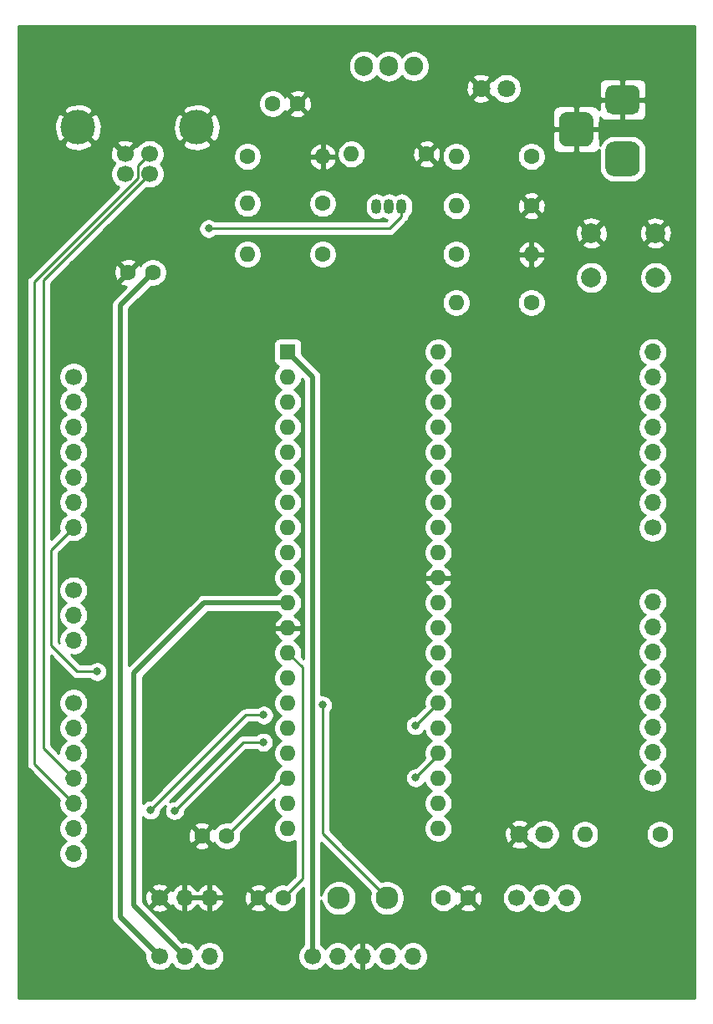
<source format=gbr>
%TF.GenerationSoftware,KiCad,Pcbnew,(5.1.8)-1*%
%TF.CreationDate,2021-03-28T00:11:49-03:00*%
%TF.ProjectId,PIC18F4550,50494331-3846-4343-9535-302e6b696361,rev?*%
%TF.SameCoordinates,Original*%
%TF.FileFunction,Copper,L1,Top*%
%TF.FilePolarity,Positive*%
%FSLAX46Y46*%
G04 Gerber Fmt 4.6, Leading zero omitted, Abs format (unit mm)*
G04 Created by KiCad (PCBNEW (5.1.8)-1) date 2021-03-28 00:11:49*
%MOMM*%
%LPD*%
G01*
G04 APERTURE LIST*
%TA.AperFunction,ComponentPad*%
%ADD10R,1.600000X1.600000*%
%TD*%
%TA.AperFunction,ComponentPad*%
%ADD11O,1.600000X1.600000*%
%TD*%
%TA.AperFunction,ComponentPad*%
%ADD12C,1.600000*%
%TD*%
%TA.AperFunction,ComponentPad*%
%ADD13C,1.800000*%
%TD*%
%TA.AperFunction,ComponentPad*%
%ADD14O,1.700000X1.700000*%
%TD*%
%TA.AperFunction,ComponentPad*%
%ADD15C,1.700000*%
%TD*%
%TA.AperFunction,ComponentPad*%
%ADD16C,3.500000*%
%TD*%
%TA.AperFunction,ComponentPad*%
%ADD17O,1.050000X1.500000*%
%TD*%
%TA.AperFunction,ComponentPad*%
%ADD18C,2.000000*%
%TD*%
%TA.AperFunction,ComponentPad*%
%ADD19C,1.905000*%
%TD*%
%TA.AperFunction,ComponentPad*%
%ADD20O,1.905000X2.000000*%
%TD*%
%TA.AperFunction,ComponentPad*%
%ADD21C,2.300000*%
%TD*%
%TA.AperFunction,ViaPad*%
%ADD22C,0.800000*%
%TD*%
%TA.AperFunction,Conductor*%
%ADD23C,0.254000*%
%TD*%
%TA.AperFunction,Conductor*%
%ADD24C,0.508000*%
%TD*%
%TA.AperFunction,Conductor*%
%ADD25C,0.100000*%
%TD*%
G04 APERTURE END LIST*
D10*
%TO.P,U1,1*%
%TO.N,/MCLR*%
X150057500Y-81675000D03*
D11*
%TO.P,U1,21*%
%TO.N,/RD2*%
X165297500Y-129935000D03*
%TO.P,U1,2*%
%TO.N,/RA0*%
X150057500Y-84215000D03*
%TO.P,U1,22*%
%TO.N,/RD3*%
X165297500Y-127395000D03*
%TO.P,U1,3*%
%TO.N,/RA1*%
X150057500Y-86755000D03*
%TO.P,U1,23*%
%TO.N,/RC4*%
X165297500Y-124855000D03*
%TO.P,U1,4*%
%TO.N,/RA2*%
X150057500Y-89295000D03*
%TO.P,U1,24*%
%TO.N,/RC5*%
X165297500Y-122315000D03*
%TO.P,U1,5*%
%TO.N,/RA3*%
X150057500Y-91835000D03*
%TO.P,U1,25*%
%TO.N,/RC6*%
X165297500Y-119775000D03*
%TO.P,U1,6*%
%TO.N,/RA4*%
X150057500Y-94375000D03*
%TO.P,U1,26*%
%TO.N,/RC7*%
X165297500Y-117235000D03*
%TO.P,U1,7*%
%TO.N,/RA5*%
X150057500Y-96915000D03*
%TO.P,U1,27*%
%TO.N,/RD4*%
X165297500Y-114695000D03*
%TO.P,U1,8*%
%TO.N,/RE0*%
X150057500Y-99455000D03*
%TO.P,U1,28*%
%TO.N,/RD5*%
X165297500Y-112155000D03*
%TO.P,U1,9*%
%TO.N,/RE1*%
X150057500Y-101995000D03*
%TO.P,U1,29*%
%TO.N,/RD6*%
X165297500Y-109615000D03*
%TO.P,U1,10*%
%TO.N,/RE2*%
X150057500Y-104535000D03*
%TO.P,U1,30*%
%TO.N,/RD7*%
X165297500Y-107075000D03*
%TO.P,U1,11*%
%TO.N,VCC*%
X150057500Y-107075000D03*
%TO.P,U1,31*%
%TO.N,GND*%
X165297500Y-104535000D03*
%TO.P,U1,12*%
X150057500Y-109615000D03*
%TO.P,U1,32*%
%TO.N,VCC*%
X165297500Y-101995000D03*
%TO.P,U1,13*%
%TO.N,/OS1*%
X150057500Y-112155000D03*
%TO.P,U1,33*%
%TO.N,/RB0*%
X165297500Y-99455000D03*
%TO.P,U1,14*%
%TO.N,/OS2*%
X150057500Y-114695000D03*
%TO.P,U1,34*%
%TO.N,/RB1*%
X165297500Y-96915000D03*
%TO.P,U1,15*%
%TO.N,/RC0*%
X150057500Y-117235000D03*
%TO.P,U1,35*%
%TO.N,/RB2*%
X165297500Y-94375000D03*
%TO.P,U1,16*%
%TO.N,/RC1*%
X150057500Y-119775000D03*
%TO.P,U1,36*%
%TO.N,/RB3*%
X165297500Y-91835000D03*
%TO.P,U1,17*%
%TO.N,/RC2*%
X150057500Y-122315000D03*
%TO.P,U1,37*%
%TO.N,/RB4*%
X165297500Y-89295000D03*
%TO.P,U1,18*%
%TO.N,Net-(C1-Pad2)*%
X150057500Y-124855000D03*
%TO.P,U1,38*%
%TO.N,/RB5*%
X165297500Y-86755000D03*
%TO.P,U1,19*%
%TO.N,/RD0*%
X150057500Y-127395000D03*
%TO.P,U1,39*%
%TO.N,/RB6*%
X165297500Y-84215000D03*
%TO.P,U1,20*%
%TO.N,/RD1*%
X150057500Y-129935000D03*
%TO.P,U1,40*%
%TO.N,/RB7*%
X165297500Y-81675000D03*
%TD*%
D12*
%TO.P,C1,1*%
%TO.N,GND*%
X141375000Y-130675000D03*
%TO.P,C1,2*%
%TO.N,Net-(C1-Pad2)*%
X143875000Y-130675000D03*
%TD*%
%TO.P,C5,1*%
%TO.N,GND*%
X133875000Y-73625000D03*
%TO.P,C5,2*%
%TO.N,/VC*%
X136375000Y-73625000D03*
%TD*%
%TO.P,C2,1*%
%TO.N,/OS1*%
X149575000Y-136975000D03*
%TO.P,C2,2*%
%TO.N,GND*%
X147075000Y-136975000D03*
%TD*%
%TO.P,C3,2*%
%TO.N,GND*%
X168325000Y-136975000D03*
%TO.P,C3,1*%
%TO.N,/OS2*%
X165825000Y-136975000D03*
%TD*%
%TO.P,C4,1*%
%TO.N,Net-(C4-Pad1)*%
X148535000Y-56525000D03*
%TO.P,C4,2*%
%TO.N,GND*%
X151035000Y-56525000D03*
%TD*%
D13*
%TO.P,D1,1*%
%TO.N,GND*%
X173525000Y-130525000D03*
%TO.P,D1,2*%
%TO.N,Net-(D1-Pad2)*%
X176065000Y-130525000D03*
%TD*%
D12*
%TO.P,D2,1*%
%TO.N,GND*%
X164125000Y-61625000D03*
D11*
%TO.P,D2,2*%
%TO.N,Net-(D2-Pad2)*%
X156505000Y-61625000D03*
%TD*%
%TO.P,D3,2*%
%TO.N,Net-(C4-Pad1)*%
X145975000Y-66625000D03*
D12*
%TO.P,D3,1*%
%TO.N,/VC*%
X153595000Y-66625000D03*
%TD*%
D13*
%TO.P,D4,2*%
%TO.N,Net-(D4-Pad2)*%
X172180000Y-54975000D03*
%TO.P,D4,1*%
%TO.N,GND*%
X169640000Y-54975000D03*
%TD*%
D14*
%TO.P,J6,3*%
%TO.N,GND*%
X142136250Y-136950000D03*
%TO.P,J6,2*%
X139596250Y-136950000D03*
D15*
%TO.P,J6,1*%
X137056250Y-136950000D03*
%TD*%
%TO.P,J7,1*%
%TO.N,VCC*%
X173258750Y-136950000D03*
D14*
%TO.P,J7,2*%
X175798750Y-136950000D03*
%TO.P,J7,3*%
X178338750Y-136950000D03*
%TD*%
D15*
%TO.P,J8,1*%
%TO.N,/VC*%
X137056250Y-142875000D03*
D14*
%TO.P,J8,2*%
%TO.N,VCC*%
X139596250Y-142875000D03*
%TO.P,J8,3*%
%TO.N,/V+*%
X142136250Y-142875000D03*
%TD*%
%TO.P,J9,1*%
%TO.N,Net-(J9-Pad1)*%
%TA.AperFunction,ComponentPad*%
G36*
G01*
X183100000Y-60365000D02*
X184850000Y-60365000D01*
G75*
G02*
X185725000Y-61240000I0J-875000D01*
G01*
X185725000Y-62990000D01*
G75*
G02*
X184850000Y-63865000I-875000J0D01*
G01*
X183100000Y-63865000D01*
G75*
G02*
X182225000Y-62990000I0J875000D01*
G01*
X182225000Y-61240000D01*
G75*
G02*
X183100000Y-60365000I875000J0D01*
G01*
G37*
%TD.AperFunction*%
%TO.P,J9,2*%
%TO.N,GND*%
%TA.AperFunction,ComponentPad*%
G36*
G01*
X182975000Y-54615000D02*
X184975000Y-54615000D01*
G75*
G02*
X185725000Y-55365000I0J-750000D01*
G01*
X185725000Y-56865000D01*
G75*
G02*
X184975000Y-57615000I-750000J0D01*
G01*
X182975000Y-57615000D01*
G75*
G02*
X182225000Y-56865000I0J750000D01*
G01*
X182225000Y-55365000D01*
G75*
G02*
X182975000Y-54615000I750000J0D01*
G01*
G37*
%TD.AperFunction*%
%TO.P,J9,3*%
%TA.AperFunction,ComponentPad*%
G36*
G01*
X178400000Y-57365000D02*
X180150000Y-57365000D01*
G75*
G02*
X181025000Y-58240000I0J-875000D01*
G01*
X181025000Y-59990000D01*
G75*
G02*
X180150000Y-60865000I-875000J0D01*
G01*
X178400000Y-60865000D01*
G75*
G02*
X177525000Y-59990000I0J875000D01*
G01*
X177525000Y-58240000D01*
G75*
G02*
X178400000Y-57365000I875000J0D01*
G01*
G37*
%TD.AperFunction*%
%TD*%
D15*
%TO.P,J10,1*%
%TO.N,/VUSB*%
X133575000Y-63625000D03*
%TO.P,J10,2*%
%TO.N,/RC4*%
X136075000Y-63625000D03*
%TO.P,J10,3*%
%TO.N,/RC5*%
X136075000Y-61625000D03*
%TO.P,J10,4*%
%TO.N,GND*%
X133575000Y-61625000D03*
D16*
%TO.P,J10,5*%
X128805000Y-58915000D03*
X140845000Y-58915000D03*
%TD*%
D15*
%TO.P,J11,1*%
%TO.N,/MCLR*%
X152575000Y-142875000D03*
D14*
%TO.P,J11,2*%
%TO.N,/V+*%
X155115000Y-142875000D03*
%TO.P,J11,3*%
%TO.N,GND*%
X157655000Y-142875000D03*
%TO.P,J11,4*%
%TO.N,N/C*%
X160195000Y-142875000D03*
%TO.P,J11,5*%
X162735000Y-142875000D03*
%TD*%
D17*
%TO.P,Q1,2*%
%TO.N,Net-(Q1-Pad2)*%
X160315000Y-66925000D03*
%TO.P,Q1,3*%
%TO.N,/VC*%
X159045000Y-66925000D03*
%TO.P,Q1,1*%
%TO.N,/VUSB*%
X161585000Y-66925000D03*
%TD*%
D11*
%TO.P,R1,2*%
%TO.N,/MCLR*%
X167105000Y-76675000D03*
D12*
%TO.P,R1,1*%
%TO.N,VCC*%
X174725000Y-76675000D03*
%TD*%
D11*
%TO.P,R2,2*%
%TO.N,Net-(D1-Pad2)*%
X180140000Y-130525000D03*
D12*
%TO.P,R2,1*%
%TO.N,/RD0*%
X187760000Y-130525000D03*
%TD*%
%TO.P,R3,1*%
%TO.N,GND*%
X174725000Y-66875000D03*
D11*
%TO.P,R3,2*%
%TO.N,/VUSB*%
X167105000Y-66875000D03*
%TD*%
D12*
%TO.P,R4,1*%
%TO.N,Net-(C4-Pad1)*%
X145975000Y-61875000D03*
D11*
%TO.P,R4,2*%
%TO.N,GND*%
X153595000Y-61875000D03*
%TD*%
%TO.P,R5,2*%
%TO.N,Net-(C4-Pad1)*%
X145975000Y-71775000D03*
D12*
%TO.P,R5,1*%
%TO.N,Net-(Q1-Pad2)*%
X153595000Y-71775000D03*
%TD*%
%TO.P,R6,1*%
%TO.N,/VUSB*%
X167105000Y-71775000D03*
D11*
%TO.P,R6,2*%
%TO.N,GND*%
X174725000Y-71775000D03*
%TD*%
D12*
%TO.P,R7,1*%
%TO.N,Net-(D4-Pad2)*%
X174725000Y-61875000D03*
D11*
%TO.P,R7,2*%
%TO.N,/VC*%
X167105000Y-61875000D03*
%TD*%
D18*
%TO.P,SW1,2*%
%TO.N,/MCLR*%
X180810000Y-74125000D03*
%TO.P,SW1,1*%
%TO.N,GND*%
X180810000Y-69625000D03*
%TO.P,SW1,2*%
%TO.N,/MCLR*%
X187310000Y-74125000D03*
%TO.P,SW1,1*%
%TO.N,GND*%
X187310000Y-69625000D03*
%TD*%
D19*
%TO.P,U2,1*%
%TO.N,Net-(J9-Pad1)*%
X162855000Y-52725000D03*
D20*
%TO.P,U2,2*%
%TO.N,Net-(D2-Pad2)*%
X160315000Y-52725000D03*
%TO.P,U2,3*%
%TO.N,Net-(C4-Pad1)*%
X157775000Y-52725000D03*
%TD*%
D21*
%TO.P,Y1,1*%
%TO.N,/OS1*%
X155232500Y-136975000D03*
%TO.P,Y1,2*%
%TO.N,/OS2*%
X160132500Y-136975000D03*
%TD*%
D15*
%TO.P,J1,1*%
%TO.N,/RD0*%
X187010000Y-124775000D03*
D14*
%TO.P,J1,2*%
%TO.N,/RD1*%
X187010000Y-122235000D03*
%TO.P,J1,3*%
%TO.N,/RD2*%
X187010000Y-119695000D03*
%TO.P,J1,4*%
%TO.N,/RD3*%
X187010000Y-117155000D03*
%TO.P,J1,5*%
%TO.N,/RD4*%
X187010000Y-114615000D03*
%TO.P,J1,6*%
%TO.N,/RD5*%
X187010000Y-112075000D03*
%TO.P,J1,7*%
%TO.N,/RD6*%
X187010000Y-109535000D03*
%TO.P,J1,8*%
%TO.N,/RD7*%
X187010000Y-106995000D03*
%TD*%
%TO.P,J2,7*%
%TO.N,/OS2*%
X128355000Y-99415000D03*
%TO.P,J2,6*%
%TO.N,/RA5*%
X128355000Y-96875000D03*
%TO.P,J2,5*%
%TO.N,/RA4*%
X128355000Y-94335000D03*
%TO.P,J2,4*%
%TO.N,/RA3*%
X128355000Y-91795000D03*
%TO.P,J2,3*%
%TO.N,/RA2*%
X128355000Y-89255000D03*
%TO.P,J2,2*%
%TO.N,/RA1*%
X128355000Y-86715000D03*
D15*
%TO.P,J2,1*%
%TO.N,/RA0*%
X128355000Y-84175000D03*
%TD*%
%TO.P,J3,1*%
%TO.N,/RE0*%
X128355000Y-105800000D03*
D14*
%TO.P,J3,2*%
%TO.N,/RE1*%
X128355000Y-108340000D03*
%TO.P,J3,3*%
%TO.N,/RE2*%
X128355000Y-110880000D03*
%TD*%
%TO.P,J4,8*%
%TO.N,/RB7*%
X187010000Y-81695000D03*
%TO.P,J4,7*%
%TO.N,/RB6*%
X187010000Y-84235000D03*
%TO.P,J4,6*%
%TO.N,/RB5*%
X187010000Y-86775000D03*
%TO.P,J4,5*%
%TO.N,/RB4*%
X187010000Y-89315000D03*
%TO.P,J4,4*%
%TO.N,/RB3*%
X187010000Y-91855000D03*
%TO.P,J4,3*%
%TO.N,/RB2*%
X187010000Y-94395000D03*
%TO.P,J4,2*%
%TO.N,/RB1*%
X187010000Y-96935000D03*
D15*
%TO.P,J4,1*%
%TO.N,/RB0*%
X187010000Y-99475000D03*
%TD*%
%TO.P,J5,1*%
%TO.N,/RC0*%
X128355000Y-117225000D03*
D14*
%TO.P,J5,2*%
%TO.N,/RC1*%
X128355000Y-119765000D03*
%TO.P,J5,3*%
%TO.N,/RC2*%
X128355000Y-122305000D03*
%TO.P,J5,4*%
%TO.N,/RC4*%
X128355000Y-124845000D03*
%TO.P,J5,5*%
%TO.N,/RC5*%
X128355000Y-127385000D03*
%TO.P,J5,6*%
%TO.N,/RC6*%
X128355000Y-129925000D03*
%TO.P,J5,7*%
%TO.N,/RC7*%
X128355000Y-132465000D03*
%TD*%
D22*
%TO.N,/OS2*%
X153575000Y-117425000D03*
X130750000Y-114050000D03*
%TO.N,/RC5*%
X163000000Y-124800000D03*
%TO.N,/RC6*%
X136175000Y-128075000D03*
X147625000Y-118450000D03*
%TO.N,/RC7*%
X138600000Y-128125000D03*
X147575000Y-121200000D03*
X162975000Y-119525000D03*
%TO.N,/VUSB*%
X142050000Y-69175000D03*
%TD*%
D23*
%TO.N,Net-(C1-Pad2)*%
X149695000Y-124855000D02*
X150057500Y-124855000D01*
X143875000Y-130675000D02*
X149695000Y-124855000D01*
%TO.N,/OS1*%
X149575000Y-136975000D02*
X151525000Y-135025000D01*
X151525000Y-113622500D02*
X150057500Y-112155000D01*
X151525000Y-135025000D02*
X151525000Y-113622500D01*
D24*
%TO.N,/VC*%
X137056250Y-142875000D02*
X133075000Y-138893750D01*
X133075000Y-76925000D02*
X136375000Y-73625000D01*
X133075000Y-138893750D02*
X133075000Y-76925000D01*
D23*
%TO.N,/OS2*%
X160132500Y-136975000D02*
X153575000Y-130417500D01*
X153575000Y-130417500D02*
X153575000Y-117425000D01*
X128355000Y-99415000D02*
X126075000Y-101695000D01*
X126075000Y-101695000D02*
X126075000Y-111400000D01*
X128725000Y-114050000D02*
X130750000Y-114050000D01*
X126075000Y-111400000D02*
X128725000Y-114050000D01*
%TO.N,/RC4*%
X136075000Y-63625000D02*
X125275000Y-74425000D01*
X125275000Y-121765000D02*
X128355000Y-124845000D01*
X125275000Y-74425000D02*
X125275000Y-121765000D01*
%TO.N,/RC5*%
X165297500Y-122502500D02*
X165297500Y-122315000D01*
X163000000Y-124800000D02*
X165297500Y-122502500D01*
X124350000Y-123380000D02*
X128355000Y-127385000D01*
X124350000Y-74591962D02*
X124350000Y-123380000D01*
X134897999Y-64043963D02*
X124350000Y-74591962D01*
X134897999Y-62802001D02*
X134897999Y-64043963D01*
X136075000Y-61625000D02*
X134897999Y-62802001D01*
%TO.N,/RC6*%
X145800000Y-118450000D02*
X147625000Y-118450000D01*
X136175000Y-128075000D02*
X145800000Y-118450000D01*
%TO.N,/RC7*%
X145525000Y-121200000D02*
X147575000Y-121200000D01*
X138600000Y-128125000D02*
X145525000Y-121200000D01*
X165265000Y-117235000D02*
X165297500Y-117235000D01*
X162975000Y-119525000D02*
X165265000Y-117235000D01*
D24*
%TO.N,VCC*%
X139596250Y-142875000D02*
X134475000Y-137753750D01*
X134475000Y-137753750D02*
X134475000Y-114200000D01*
X141600000Y-107075000D02*
X150057500Y-107075000D01*
X134475000Y-114200000D02*
X141600000Y-107075000D01*
D23*
%TO.N,/VUSB*%
X161585000Y-67929000D02*
X161585000Y-66925000D01*
X160339000Y-69175000D02*
X161585000Y-67929000D01*
X142050000Y-69175000D02*
X160339000Y-69175000D01*
D24*
%TO.N,/MCLR*%
X152575000Y-84192500D02*
X150057500Y-81675000D01*
X152575000Y-142875000D02*
X152575000Y-84192500D01*
%TD*%
D23*
%TO.N,GND*%
X191290000Y-147140000D02*
X122760000Y-147140000D01*
X122760000Y-74591962D01*
X123584314Y-74591962D01*
X123588000Y-74629385D01*
X123588001Y-123342567D01*
X123584314Y-123380000D01*
X123599027Y-123529378D01*
X123642599Y-123673015D01*
X123713355Y-123805392D01*
X123776879Y-123882795D01*
X123808579Y-123921422D01*
X123837649Y-123945279D01*
X126913321Y-127020952D01*
X126870000Y-127238740D01*
X126870000Y-127531260D01*
X126927068Y-127818158D01*
X127039010Y-128088411D01*
X127201525Y-128331632D01*
X127408368Y-128538475D01*
X127582760Y-128655000D01*
X127408368Y-128771525D01*
X127201525Y-128978368D01*
X127039010Y-129221589D01*
X126927068Y-129491842D01*
X126870000Y-129778740D01*
X126870000Y-130071260D01*
X126927068Y-130358158D01*
X127039010Y-130628411D01*
X127201525Y-130871632D01*
X127408368Y-131078475D01*
X127582760Y-131195000D01*
X127408368Y-131311525D01*
X127201525Y-131518368D01*
X127039010Y-131761589D01*
X126927068Y-132031842D01*
X126870000Y-132318740D01*
X126870000Y-132611260D01*
X126927068Y-132898158D01*
X127039010Y-133168411D01*
X127201525Y-133411632D01*
X127408368Y-133618475D01*
X127651589Y-133780990D01*
X127921842Y-133892932D01*
X128208740Y-133950000D01*
X128501260Y-133950000D01*
X128788158Y-133892932D01*
X129058411Y-133780990D01*
X129301632Y-133618475D01*
X129508475Y-133411632D01*
X129670990Y-133168411D01*
X129782932Y-132898158D01*
X129840000Y-132611260D01*
X129840000Y-132318740D01*
X129782932Y-132031842D01*
X129670990Y-131761589D01*
X129508475Y-131518368D01*
X129301632Y-131311525D01*
X129127240Y-131195000D01*
X129301632Y-131078475D01*
X129508475Y-130871632D01*
X129670990Y-130628411D01*
X129782932Y-130358158D01*
X129840000Y-130071260D01*
X129840000Y-129778740D01*
X129782932Y-129491842D01*
X129670990Y-129221589D01*
X129508475Y-128978368D01*
X129301632Y-128771525D01*
X129127240Y-128655000D01*
X129301632Y-128538475D01*
X129508475Y-128331632D01*
X129670990Y-128088411D01*
X129782932Y-127818158D01*
X129840000Y-127531260D01*
X129840000Y-127238740D01*
X129782932Y-126951842D01*
X129670990Y-126681589D01*
X129508475Y-126438368D01*
X129301632Y-126231525D01*
X129127240Y-126115000D01*
X129301632Y-125998475D01*
X129508475Y-125791632D01*
X129670990Y-125548411D01*
X129782932Y-125278158D01*
X129840000Y-124991260D01*
X129840000Y-124698740D01*
X129782932Y-124411842D01*
X129670990Y-124141589D01*
X129508475Y-123898368D01*
X129301632Y-123691525D01*
X129127240Y-123575000D01*
X129301632Y-123458475D01*
X129508475Y-123251632D01*
X129670990Y-123008411D01*
X129782932Y-122738158D01*
X129840000Y-122451260D01*
X129840000Y-122158740D01*
X129782932Y-121871842D01*
X129670990Y-121601589D01*
X129508475Y-121358368D01*
X129301632Y-121151525D01*
X129127240Y-121035000D01*
X129301632Y-120918475D01*
X129508475Y-120711632D01*
X129670990Y-120468411D01*
X129782932Y-120198158D01*
X129840000Y-119911260D01*
X129840000Y-119618740D01*
X129782932Y-119331842D01*
X129670990Y-119061589D01*
X129508475Y-118818368D01*
X129301632Y-118611525D01*
X129127240Y-118495000D01*
X129301632Y-118378475D01*
X129508475Y-118171632D01*
X129670990Y-117928411D01*
X129782932Y-117658158D01*
X129840000Y-117371260D01*
X129840000Y-117078740D01*
X129782932Y-116791842D01*
X129670990Y-116521589D01*
X129508475Y-116278368D01*
X129301632Y-116071525D01*
X129058411Y-115909010D01*
X128788158Y-115797068D01*
X128501260Y-115740000D01*
X128208740Y-115740000D01*
X127921842Y-115797068D01*
X127651589Y-115909010D01*
X127408368Y-116071525D01*
X127201525Y-116278368D01*
X127039010Y-116521589D01*
X126927068Y-116791842D01*
X126870000Y-117078740D01*
X126870000Y-117371260D01*
X126927068Y-117658158D01*
X127039010Y-117928411D01*
X127201525Y-118171632D01*
X127408368Y-118378475D01*
X127582760Y-118495000D01*
X127408368Y-118611525D01*
X127201525Y-118818368D01*
X127039010Y-119061589D01*
X126927068Y-119331842D01*
X126870000Y-119618740D01*
X126870000Y-119911260D01*
X126927068Y-120198158D01*
X127039010Y-120468411D01*
X127201525Y-120711632D01*
X127408368Y-120918475D01*
X127582760Y-121035000D01*
X127408368Y-121151525D01*
X127201525Y-121358368D01*
X127039010Y-121601589D01*
X126927068Y-121871842D01*
X126870000Y-122158740D01*
X126870000Y-122282370D01*
X126037000Y-121449370D01*
X126037000Y-112439630D01*
X128159721Y-114562352D01*
X128183578Y-114591422D01*
X128212648Y-114615279D01*
X128299607Y-114686645D01*
X128317654Y-114696291D01*
X128431985Y-114757402D01*
X128575622Y-114800974D01*
X128687574Y-114812000D01*
X128687577Y-114812000D01*
X128725000Y-114815686D01*
X128762423Y-114812000D01*
X130048289Y-114812000D01*
X130090226Y-114853937D01*
X130259744Y-114967205D01*
X130448102Y-115045226D01*
X130648061Y-115085000D01*
X130851939Y-115085000D01*
X131051898Y-115045226D01*
X131240256Y-114967205D01*
X131409774Y-114853937D01*
X131553937Y-114709774D01*
X131667205Y-114540256D01*
X131745226Y-114351898D01*
X131785000Y-114151939D01*
X131785000Y-113948061D01*
X131745226Y-113748102D01*
X131667205Y-113559744D01*
X131553937Y-113390226D01*
X131409774Y-113246063D01*
X131240256Y-113132795D01*
X131051898Y-113054774D01*
X130851939Y-113015000D01*
X130648061Y-113015000D01*
X130448102Y-113054774D01*
X130259744Y-113132795D01*
X130090226Y-113246063D01*
X130048289Y-113288000D01*
X129040631Y-113288000D01*
X128095008Y-112342377D01*
X128208740Y-112365000D01*
X128501260Y-112365000D01*
X128788158Y-112307932D01*
X129058411Y-112195990D01*
X129301632Y-112033475D01*
X129508475Y-111826632D01*
X129670990Y-111583411D01*
X129782932Y-111313158D01*
X129840000Y-111026260D01*
X129840000Y-110733740D01*
X129782932Y-110446842D01*
X129670990Y-110176589D01*
X129508475Y-109933368D01*
X129301632Y-109726525D01*
X129127240Y-109610000D01*
X129301632Y-109493475D01*
X129508475Y-109286632D01*
X129670990Y-109043411D01*
X129782932Y-108773158D01*
X129840000Y-108486260D01*
X129840000Y-108193740D01*
X129782932Y-107906842D01*
X129670990Y-107636589D01*
X129508475Y-107393368D01*
X129301632Y-107186525D01*
X129127240Y-107070000D01*
X129301632Y-106953475D01*
X129508475Y-106746632D01*
X129670990Y-106503411D01*
X129782932Y-106233158D01*
X129840000Y-105946260D01*
X129840000Y-105653740D01*
X129782932Y-105366842D01*
X129670990Y-105096589D01*
X129508475Y-104853368D01*
X129301632Y-104646525D01*
X129058411Y-104484010D01*
X128788158Y-104372068D01*
X128501260Y-104315000D01*
X128208740Y-104315000D01*
X127921842Y-104372068D01*
X127651589Y-104484010D01*
X127408368Y-104646525D01*
X127201525Y-104853368D01*
X127039010Y-105096589D01*
X126927068Y-105366842D01*
X126870000Y-105653740D01*
X126870000Y-105946260D01*
X126927068Y-106233158D01*
X127039010Y-106503411D01*
X127201525Y-106746632D01*
X127408368Y-106953475D01*
X127582760Y-107070000D01*
X127408368Y-107186525D01*
X127201525Y-107393368D01*
X127039010Y-107636589D01*
X126927068Y-107906842D01*
X126870000Y-108193740D01*
X126870000Y-108486260D01*
X126927068Y-108773158D01*
X127039010Y-109043411D01*
X127201525Y-109286632D01*
X127408368Y-109493475D01*
X127582760Y-109610000D01*
X127408368Y-109726525D01*
X127201525Y-109933368D01*
X127039010Y-110176589D01*
X126927068Y-110446842D01*
X126870000Y-110733740D01*
X126870000Y-111026260D01*
X126892623Y-111139993D01*
X126837000Y-111084370D01*
X126837000Y-102010630D01*
X127990952Y-100856679D01*
X128208740Y-100900000D01*
X128501260Y-100900000D01*
X128788158Y-100842932D01*
X129058411Y-100730990D01*
X129301632Y-100568475D01*
X129508475Y-100361632D01*
X129670990Y-100118411D01*
X129782932Y-99848158D01*
X129840000Y-99561260D01*
X129840000Y-99268740D01*
X129782932Y-98981842D01*
X129670990Y-98711589D01*
X129508475Y-98468368D01*
X129301632Y-98261525D01*
X129127240Y-98145000D01*
X129301632Y-98028475D01*
X129508475Y-97821632D01*
X129670990Y-97578411D01*
X129782932Y-97308158D01*
X129840000Y-97021260D01*
X129840000Y-96728740D01*
X129782932Y-96441842D01*
X129670990Y-96171589D01*
X129508475Y-95928368D01*
X129301632Y-95721525D01*
X129127240Y-95605000D01*
X129301632Y-95488475D01*
X129508475Y-95281632D01*
X129670990Y-95038411D01*
X129782932Y-94768158D01*
X129840000Y-94481260D01*
X129840000Y-94188740D01*
X129782932Y-93901842D01*
X129670990Y-93631589D01*
X129508475Y-93388368D01*
X129301632Y-93181525D01*
X129127240Y-93065000D01*
X129301632Y-92948475D01*
X129508475Y-92741632D01*
X129670990Y-92498411D01*
X129782932Y-92228158D01*
X129840000Y-91941260D01*
X129840000Y-91648740D01*
X129782932Y-91361842D01*
X129670990Y-91091589D01*
X129508475Y-90848368D01*
X129301632Y-90641525D01*
X129127240Y-90525000D01*
X129301632Y-90408475D01*
X129508475Y-90201632D01*
X129670990Y-89958411D01*
X129782932Y-89688158D01*
X129840000Y-89401260D01*
X129840000Y-89108740D01*
X129782932Y-88821842D01*
X129670990Y-88551589D01*
X129508475Y-88308368D01*
X129301632Y-88101525D01*
X129127240Y-87985000D01*
X129301632Y-87868475D01*
X129508475Y-87661632D01*
X129670990Y-87418411D01*
X129782932Y-87148158D01*
X129840000Y-86861260D01*
X129840000Y-86568740D01*
X129782932Y-86281842D01*
X129670990Y-86011589D01*
X129508475Y-85768368D01*
X129301632Y-85561525D01*
X129127240Y-85445000D01*
X129301632Y-85328475D01*
X129508475Y-85121632D01*
X129670990Y-84878411D01*
X129782932Y-84608158D01*
X129840000Y-84321260D01*
X129840000Y-84028740D01*
X129782932Y-83741842D01*
X129670990Y-83471589D01*
X129508475Y-83228368D01*
X129301632Y-83021525D01*
X129058411Y-82859010D01*
X128788158Y-82747068D01*
X128501260Y-82690000D01*
X128208740Y-82690000D01*
X127921842Y-82747068D01*
X127651589Y-82859010D01*
X127408368Y-83021525D01*
X127201525Y-83228368D01*
X127039010Y-83471589D01*
X126927068Y-83741842D01*
X126870000Y-84028740D01*
X126870000Y-84321260D01*
X126927068Y-84608158D01*
X127039010Y-84878411D01*
X127201525Y-85121632D01*
X127408368Y-85328475D01*
X127582760Y-85445000D01*
X127408368Y-85561525D01*
X127201525Y-85768368D01*
X127039010Y-86011589D01*
X126927068Y-86281842D01*
X126870000Y-86568740D01*
X126870000Y-86861260D01*
X126927068Y-87148158D01*
X127039010Y-87418411D01*
X127201525Y-87661632D01*
X127408368Y-87868475D01*
X127582760Y-87985000D01*
X127408368Y-88101525D01*
X127201525Y-88308368D01*
X127039010Y-88551589D01*
X126927068Y-88821842D01*
X126870000Y-89108740D01*
X126870000Y-89401260D01*
X126927068Y-89688158D01*
X127039010Y-89958411D01*
X127201525Y-90201632D01*
X127408368Y-90408475D01*
X127582760Y-90525000D01*
X127408368Y-90641525D01*
X127201525Y-90848368D01*
X127039010Y-91091589D01*
X126927068Y-91361842D01*
X126870000Y-91648740D01*
X126870000Y-91941260D01*
X126927068Y-92228158D01*
X127039010Y-92498411D01*
X127201525Y-92741632D01*
X127408368Y-92948475D01*
X127582760Y-93065000D01*
X127408368Y-93181525D01*
X127201525Y-93388368D01*
X127039010Y-93631589D01*
X126927068Y-93901842D01*
X126870000Y-94188740D01*
X126870000Y-94481260D01*
X126927068Y-94768158D01*
X127039010Y-95038411D01*
X127201525Y-95281632D01*
X127408368Y-95488475D01*
X127582760Y-95605000D01*
X127408368Y-95721525D01*
X127201525Y-95928368D01*
X127039010Y-96171589D01*
X126927068Y-96441842D01*
X126870000Y-96728740D01*
X126870000Y-97021260D01*
X126927068Y-97308158D01*
X127039010Y-97578411D01*
X127201525Y-97821632D01*
X127408368Y-98028475D01*
X127582760Y-98145000D01*
X127408368Y-98261525D01*
X127201525Y-98468368D01*
X127039010Y-98711589D01*
X126927068Y-98981842D01*
X126870000Y-99268740D01*
X126870000Y-99561260D01*
X126913321Y-99779048D01*
X126037000Y-100655370D01*
X126037000Y-76925000D01*
X132181700Y-76925000D01*
X132186001Y-76968670D01*
X132186000Y-138850090D01*
X132181700Y-138893750D01*
X132186000Y-138937410D01*
X132186000Y-138937416D01*
X132198864Y-139068023D01*
X132249697Y-139235600D01*
X132332247Y-139390040D01*
X132443341Y-139525409D01*
X132477264Y-139553249D01*
X135584773Y-142660758D01*
X135571250Y-142728740D01*
X135571250Y-143021260D01*
X135628318Y-143308158D01*
X135740260Y-143578411D01*
X135902775Y-143821632D01*
X136109618Y-144028475D01*
X136352839Y-144190990D01*
X136623092Y-144302932D01*
X136909990Y-144360000D01*
X137202510Y-144360000D01*
X137489408Y-144302932D01*
X137759661Y-144190990D01*
X138002882Y-144028475D01*
X138209725Y-143821632D01*
X138326250Y-143647240D01*
X138442775Y-143821632D01*
X138649618Y-144028475D01*
X138892839Y-144190990D01*
X139163092Y-144302932D01*
X139449990Y-144360000D01*
X139742510Y-144360000D01*
X140029408Y-144302932D01*
X140299661Y-144190990D01*
X140542882Y-144028475D01*
X140749725Y-143821632D01*
X140866250Y-143647240D01*
X140982775Y-143821632D01*
X141189618Y-144028475D01*
X141432839Y-144190990D01*
X141703092Y-144302932D01*
X141989990Y-144360000D01*
X142282510Y-144360000D01*
X142569408Y-144302932D01*
X142839661Y-144190990D01*
X143082882Y-144028475D01*
X143289725Y-143821632D01*
X143452240Y-143578411D01*
X143564182Y-143308158D01*
X143621250Y-143021260D01*
X143621250Y-142728740D01*
X143564182Y-142441842D01*
X143452240Y-142171589D01*
X143289725Y-141928368D01*
X143082882Y-141721525D01*
X142839661Y-141559010D01*
X142569408Y-141447068D01*
X142282510Y-141390000D01*
X141989990Y-141390000D01*
X141703092Y-141447068D01*
X141432839Y-141559010D01*
X141189618Y-141721525D01*
X140982775Y-141928368D01*
X140866250Y-142102760D01*
X140749725Y-141928368D01*
X140542882Y-141721525D01*
X140299661Y-141559010D01*
X140029408Y-141447068D01*
X139742510Y-141390000D01*
X139449990Y-141390000D01*
X139382008Y-141403522D01*
X135956883Y-137978397D01*
X136207458Y-137978397D01*
X136285093Y-138227472D01*
X136549133Y-138353371D01*
X136832661Y-138425339D01*
X137124781Y-138440611D01*
X137414269Y-138398599D01*
X137689997Y-138300919D01*
X137827407Y-138227472D01*
X137905042Y-137978397D01*
X137056250Y-137129605D01*
X136207458Y-137978397D01*
X135956883Y-137978397D01*
X135364000Y-137385515D01*
X135364000Y-137018531D01*
X135565639Y-137018531D01*
X135607651Y-137308019D01*
X135705331Y-137583747D01*
X135778778Y-137721157D01*
X136027853Y-137798792D01*
X136876645Y-136950000D01*
X137235855Y-136950000D01*
X138084647Y-137798792D01*
X138333722Y-137721157D01*
X138334481Y-137719564D01*
X138401072Y-137831355D01*
X138595981Y-138047588D01*
X138829330Y-138221641D01*
X139092151Y-138346825D01*
X139239360Y-138391476D01*
X139469250Y-138270155D01*
X139469250Y-137077000D01*
X139723250Y-137077000D01*
X139723250Y-138270155D01*
X139953140Y-138391476D01*
X140100349Y-138346825D01*
X140363170Y-138221641D01*
X140596519Y-138047588D01*
X140791428Y-137831355D01*
X140866250Y-137705745D01*
X140941072Y-137831355D01*
X141135981Y-138047588D01*
X141369330Y-138221641D01*
X141632151Y-138346825D01*
X141779360Y-138391476D01*
X142009250Y-138270155D01*
X142009250Y-137077000D01*
X142263250Y-137077000D01*
X142263250Y-138270155D01*
X142493140Y-138391476D01*
X142640349Y-138346825D01*
X142903170Y-138221641D01*
X143136519Y-138047588D01*
X143208526Y-137967702D01*
X146261903Y-137967702D01*
X146333486Y-138211671D01*
X146588996Y-138332571D01*
X146863184Y-138401300D01*
X147145512Y-138415217D01*
X147425130Y-138373787D01*
X147691292Y-138278603D01*
X147816514Y-138211671D01*
X147888097Y-137967702D01*
X147075000Y-137154605D01*
X146261903Y-137967702D01*
X143208526Y-137967702D01*
X143331428Y-137831355D01*
X143480407Y-137581252D01*
X143577731Y-137306891D01*
X143457064Y-137077000D01*
X142263250Y-137077000D01*
X142009250Y-137077000D01*
X139723250Y-137077000D01*
X139469250Y-137077000D01*
X139449250Y-137077000D01*
X139449250Y-137045512D01*
X145634783Y-137045512D01*
X145676213Y-137325130D01*
X145771397Y-137591292D01*
X145838329Y-137716514D01*
X146082298Y-137788097D01*
X146895395Y-136975000D01*
X146082298Y-136161903D01*
X145838329Y-136233486D01*
X145717429Y-136488996D01*
X145648700Y-136763184D01*
X145634783Y-137045512D01*
X139449250Y-137045512D01*
X139449250Y-136823000D01*
X139469250Y-136823000D01*
X139469250Y-135629845D01*
X139723250Y-135629845D01*
X139723250Y-136823000D01*
X142009250Y-136823000D01*
X142009250Y-135629845D01*
X142263250Y-135629845D01*
X142263250Y-136823000D01*
X143457064Y-136823000D01*
X143577731Y-136593109D01*
X143480407Y-136318748D01*
X143331428Y-136068645D01*
X143253597Y-135982298D01*
X146261903Y-135982298D01*
X147075000Y-136795395D01*
X147888097Y-135982298D01*
X147816514Y-135738329D01*
X147561004Y-135617429D01*
X147286816Y-135548700D01*
X147004488Y-135534783D01*
X146724870Y-135576213D01*
X146458708Y-135671397D01*
X146333486Y-135738329D01*
X146261903Y-135982298D01*
X143253597Y-135982298D01*
X143136519Y-135852412D01*
X142903170Y-135678359D01*
X142640349Y-135553175D01*
X142493140Y-135508524D01*
X142263250Y-135629845D01*
X142009250Y-135629845D01*
X141779360Y-135508524D01*
X141632151Y-135553175D01*
X141369330Y-135678359D01*
X141135981Y-135852412D01*
X140941072Y-136068645D01*
X140866250Y-136194255D01*
X140791428Y-136068645D01*
X140596519Y-135852412D01*
X140363170Y-135678359D01*
X140100349Y-135553175D01*
X139953140Y-135508524D01*
X139723250Y-135629845D01*
X139469250Y-135629845D01*
X139239360Y-135508524D01*
X139092151Y-135553175D01*
X138829330Y-135678359D01*
X138595981Y-135852412D01*
X138401072Y-136068645D01*
X138334530Y-136180355D01*
X138333722Y-136178843D01*
X138084647Y-136101208D01*
X137235855Y-136950000D01*
X136876645Y-136950000D01*
X136027853Y-136101208D01*
X135778778Y-136178843D01*
X135652879Y-136442883D01*
X135580911Y-136726411D01*
X135565639Y-137018531D01*
X135364000Y-137018531D01*
X135364000Y-135921603D01*
X136207458Y-135921603D01*
X137056250Y-136770395D01*
X137905042Y-135921603D01*
X137827407Y-135672528D01*
X137563367Y-135546629D01*
X137279839Y-135474661D01*
X136987719Y-135459389D01*
X136698231Y-135501401D01*
X136422503Y-135599081D01*
X136285093Y-135672528D01*
X136207458Y-135921603D01*
X135364000Y-135921603D01*
X135364000Y-131667702D01*
X140561903Y-131667702D01*
X140633486Y-131911671D01*
X140888996Y-132032571D01*
X141163184Y-132101300D01*
X141445512Y-132115217D01*
X141725130Y-132073787D01*
X141991292Y-131978603D01*
X142116514Y-131911671D01*
X142188097Y-131667702D01*
X141375000Y-130854605D01*
X140561903Y-131667702D01*
X135364000Y-131667702D01*
X135364000Y-130745512D01*
X139934783Y-130745512D01*
X139976213Y-131025130D01*
X140071397Y-131291292D01*
X140138329Y-131416514D01*
X140382298Y-131488097D01*
X141195395Y-130675000D01*
X140382298Y-129861903D01*
X140138329Y-129933486D01*
X140017429Y-130188996D01*
X139948700Y-130463184D01*
X139934783Y-130745512D01*
X135364000Y-130745512D01*
X135364000Y-129682298D01*
X140561903Y-129682298D01*
X141375000Y-130495395D01*
X142188097Y-129682298D01*
X142116514Y-129438329D01*
X141861004Y-129317429D01*
X141586816Y-129248700D01*
X141304488Y-129234783D01*
X141024870Y-129276213D01*
X140758708Y-129371397D01*
X140633486Y-129438329D01*
X140561903Y-129682298D01*
X135364000Y-129682298D01*
X135364000Y-128724203D01*
X135371063Y-128734774D01*
X135515226Y-128878937D01*
X135684744Y-128992205D01*
X135873102Y-129070226D01*
X136073061Y-129110000D01*
X136276939Y-129110000D01*
X136476898Y-129070226D01*
X136665256Y-128992205D01*
X136834774Y-128878937D01*
X136978937Y-128734774D01*
X137092205Y-128565256D01*
X137170226Y-128376898D01*
X137210000Y-128176939D01*
X137210000Y-128117630D01*
X137675659Y-127651971D01*
X137604774Y-127823102D01*
X137565000Y-128023061D01*
X137565000Y-128226939D01*
X137604774Y-128426898D01*
X137682795Y-128615256D01*
X137796063Y-128784774D01*
X137940226Y-128928937D01*
X138109744Y-129042205D01*
X138298102Y-129120226D01*
X138498061Y-129160000D01*
X138701939Y-129160000D01*
X138901898Y-129120226D01*
X139090256Y-129042205D01*
X139259774Y-128928937D01*
X139403937Y-128784774D01*
X139517205Y-128615256D01*
X139595226Y-128426898D01*
X139635000Y-128226939D01*
X139635000Y-128167630D01*
X145840631Y-121962000D01*
X146873289Y-121962000D01*
X146915226Y-122003937D01*
X147084744Y-122117205D01*
X147273102Y-122195226D01*
X147473061Y-122235000D01*
X147676939Y-122235000D01*
X147876898Y-122195226D01*
X148065256Y-122117205D01*
X148234774Y-122003937D01*
X148378937Y-121859774D01*
X148492205Y-121690256D01*
X148570226Y-121501898D01*
X148610000Y-121301939D01*
X148610000Y-121098061D01*
X148570226Y-120898102D01*
X148492205Y-120709744D01*
X148378937Y-120540226D01*
X148234774Y-120396063D01*
X148065256Y-120282795D01*
X147876898Y-120204774D01*
X147676939Y-120165000D01*
X147473061Y-120165000D01*
X147273102Y-120204774D01*
X147084744Y-120282795D01*
X146915226Y-120396063D01*
X146873289Y-120438000D01*
X145562423Y-120438000D01*
X145525000Y-120434314D01*
X145487577Y-120438000D01*
X145487574Y-120438000D01*
X145375622Y-120449026D01*
X145231985Y-120492598D01*
X145180297Y-120520226D01*
X145099607Y-120563355D01*
X145016904Y-120631228D01*
X144983578Y-120658578D01*
X144959721Y-120687648D01*
X138557370Y-127090000D01*
X138498061Y-127090000D01*
X138298102Y-127129774D01*
X138126971Y-127200659D01*
X146115630Y-119212000D01*
X146923289Y-119212000D01*
X146965226Y-119253937D01*
X147134744Y-119367205D01*
X147323102Y-119445226D01*
X147523061Y-119485000D01*
X147726939Y-119485000D01*
X147926898Y-119445226D01*
X148115256Y-119367205D01*
X148284774Y-119253937D01*
X148428937Y-119109774D01*
X148542205Y-118940256D01*
X148620226Y-118751898D01*
X148660000Y-118551939D01*
X148660000Y-118348061D01*
X148620226Y-118148102D01*
X148542205Y-117959744D01*
X148428937Y-117790226D01*
X148284774Y-117646063D01*
X148115256Y-117532795D01*
X147926898Y-117454774D01*
X147726939Y-117415000D01*
X147523061Y-117415000D01*
X147323102Y-117454774D01*
X147134744Y-117532795D01*
X146965226Y-117646063D01*
X146923289Y-117688000D01*
X145837423Y-117688000D01*
X145800000Y-117684314D01*
X145762577Y-117688000D01*
X145762574Y-117688000D01*
X145650622Y-117699026D01*
X145506985Y-117742598D01*
X145445364Y-117775535D01*
X145374607Y-117813355D01*
X145332219Y-117848143D01*
X145258578Y-117908578D01*
X145234716Y-117937654D01*
X136132370Y-127040000D01*
X136073061Y-127040000D01*
X135873102Y-127079774D01*
X135684744Y-127157795D01*
X135515226Y-127271063D01*
X135371063Y-127415226D01*
X135364000Y-127425797D01*
X135364000Y-114568235D01*
X141968236Y-107964000D01*
X148925651Y-107964000D01*
X148942863Y-107989759D01*
X149142741Y-108189637D01*
X149377773Y-108346680D01*
X149388365Y-108351067D01*
X149202369Y-108462615D01*
X148993981Y-108651586D01*
X148826463Y-108877580D01*
X148706254Y-109131913D01*
X148665596Y-109265961D01*
X148787585Y-109488000D01*
X149930500Y-109488000D01*
X149930500Y-109468000D01*
X150184500Y-109468000D01*
X150184500Y-109488000D01*
X151327415Y-109488000D01*
X151449404Y-109265961D01*
X151408746Y-109131913D01*
X151288537Y-108877580D01*
X151121019Y-108651586D01*
X150912631Y-108462615D01*
X150726635Y-108351067D01*
X150737227Y-108346680D01*
X150972259Y-108189637D01*
X151172137Y-107989759D01*
X151329180Y-107754727D01*
X151437353Y-107493574D01*
X151492500Y-107216335D01*
X151492500Y-106933665D01*
X151437353Y-106656426D01*
X151329180Y-106395273D01*
X151172137Y-106160241D01*
X150972259Y-105960363D01*
X150739741Y-105805000D01*
X150972259Y-105649637D01*
X151172137Y-105449759D01*
X151329180Y-105214727D01*
X151437353Y-104953574D01*
X151492500Y-104676335D01*
X151492500Y-104393665D01*
X151437353Y-104116426D01*
X151329180Y-103855273D01*
X151172137Y-103620241D01*
X150972259Y-103420363D01*
X150739741Y-103265000D01*
X150972259Y-103109637D01*
X151172137Y-102909759D01*
X151329180Y-102674727D01*
X151437353Y-102413574D01*
X151492500Y-102136335D01*
X151492500Y-101853665D01*
X151437353Y-101576426D01*
X151329180Y-101315273D01*
X151172137Y-101080241D01*
X150972259Y-100880363D01*
X150739741Y-100725000D01*
X150972259Y-100569637D01*
X151172137Y-100369759D01*
X151329180Y-100134727D01*
X151437353Y-99873574D01*
X151492500Y-99596335D01*
X151492500Y-99313665D01*
X151437353Y-99036426D01*
X151329180Y-98775273D01*
X151172137Y-98540241D01*
X150972259Y-98340363D01*
X150739741Y-98185000D01*
X150972259Y-98029637D01*
X151172137Y-97829759D01*
X151329180Y-97594727D01*
X151437353Y-97333574D01*
X151492500Y-97056335D01*
X151492500Y-96773665D01*
X151437353Y-96496426D01*
X151329180Y-96235273D01*
X151172137Y-96000241D01*
X150972259Y-95800363D01*
X150739741Y-95645000D01*
X150972259Y-95489637D01*
X151172137Y-95289759D01*
X151329180Y-95054727D01*
X151437353Y-94793574D01*
X151492500Y-94516335D01*
X151492500Y-94233665D01*
X151437353Y-93956426D01*
X151329180Y-93695273D01*
X151172137Y-93460241D01*
X150972259Y-93260363D01*
X150739741Y-93105000D01*
X150972259Y-92949637D01*
X151172137Y-92749759D01*
X151329180Y-92514727D01*
X151437353Y-92253574D01*
X151492500Y-91976335D01*
X151492500Y-91693665D01*
X151437353Y-91416426D01*
X151329180Y-91155273D01*
X151172137Y-90920241D01*
X150972259Y-90720363D01*
X150739741Y-90565000D01*
X150972259Y-90409637D01*
X151172137Y-90209759D01*
X151329180Y-89974727D01*
X151437353Y-89713574D01*
X151492500Y-89436335D01*
X151492500Y-89153665D01*
X151437353Y-88876426D01*
X151329180Y-88615273D01*
X151172137Y-88380241D01*
X150972259Y-88180363D01*
X150739741Y-88025000D01*
X150972259Y-87869637D01*
X151172137Y-87669759D01*
X151329180Y-87434727D01*
X151437353Y-87173574D01*
X151492500Y-86896335D01*
X151492500Y-86613665D01*
X151437353Y-86336426D01*
X151329180Y-86075273D01*
X151172137Y-85840241D01*
X150972259Y-85640363D01*
X150739741Y-85485000D01*
X150972259Y-85329637D01*
X151172137Y-85129759D01*
X151329180Y-84894727D01*
X151437353Y-84633574D01*
X151490691Y-84365427D01*
X151686001Y-84560737D01*
X151686001Y-112705870D01*
X151456657Y-112476527D01*
X151492500Y-112296335D01*
X151492500Y-112013665D01*
X151437353Y-111736426D01*
X151329180Y-111475273D01*
X151172137Y-111240241D01*
X150972259Y-111040363D01*
X150737227Y-110883320D01*
X150726635Y-110878933D01*
X150912631Y-110767385D01*
X151121019Y-110578414D01*
X151288537Y-110352420D01*
X151408746Y-110098087D01*
X151449404Y-109964039D01*
X151327415Y-109742000D01*
X150184500Y-109742000D01*
X150184500Y-109762000D01*
X149930500Y-109762000D01*
X149930500Y-109742000D01*
X148787585Y-109742000D01*
X148665596Y-109964039D01*
X148706254Y-110098087D01*
X148826463Y-110352420D01*
X148993981Y-110578414D01*
X149202369Y-110767385D01*
X149388365Y-110878933D01*
X149377773Y-110883320D01*
X149142741Y-111040363D01*
X148942863Y-111240241D01*
X148785820Y-111475273D01*
X148677647Y-111736426D01*
X148622500Y-112013665D01*
X148622500Y-112296335D01*
X148677647Y-112573574D01*
X148785820Y-112834727D01*
X148942863Y-113069759D01*
X149142741Y-113269637D01*
X149375259Y-113425000D01*
X149142741Y-113580363D01*
X148942863Y-113780241D01*
X148785820Y-114015273D01*
X148677647Y-114276426D01*
X148622500Y-114553665D01*
X148622500Y-114836335D01*
X148677647Y-115113574D01*
X148785820Y-115374727D01*
X148942863Y-115609759D01*
X149142741Y-115809637D01*
X149375259Y-115965000D01*
X149142741Y-116120363D01*
X148942863Y-116320241D01*
X148785820Y-116555273D01*
X148677647Y-116816426D01*
X148622500Y-117093665D01*
X148622500Y-117376335D01*
X148677647Y-117653574D01*
X148785820Y-117914727D01*
X148942863Y-118149759D01*
X149142741Y-118349637D01*
X149375259Y-118505000D01*
X149142741Y-118660363D01*
X148942863Y-118860241D01*
X148785820Y-119095273D01*
X148677647Y-119356426D01*
X148622500Y-119633665D01*
X148622500Y-119916335D01*
X148677647Y-120193574D01*
X148785820Y-120454727D01*
X148942863Y-120689759D01*
X149142741Y-120889637D01*
X149375259Y-121045000D01*
X149142741Y-121200363D01*
X148942863Y-121400241D01*
X148785820Y-121635273D01*
X148677647Y-121896426D01*
X148622500Y-122173665D01*
X148622500Y-122456335D01*
X148677647Y-122733574D01*
X148785820Y-122994727D01*
X148942863Y-123229759D01*
X149142741Y-123429637D01*
X149375259Y-123585000D01*
X149142741Y-123740363D01*
X148942863Y-123940241D01*
X148785820Y-124175273D01*
X148677647Y-124436426D01*
X148622500Y-124713665D01*
X148622500Y-124849869D01*
X144196527Y-129275843D01*
X144016335Y-129240000D01*
X143733665Y-129240000D01*
X143456426Y-129295147D01*
X143195273Y-129403320D01*
X142960241Y-129560363D01*
X142760363Y-129760241D01*
X142626308Y-129960869D01*
X142611671Y-129933486D01*
X142367702Y-129861903D01*
X141554605Y-130675000D01*
X142367702Y-131488097D01*
X142611671Y-131416514D01*
X142625324Y-131387659D01*
X142760363Y-131589759D01*
X142960241Y-131789637D01*
X143195273Y-131946680D01*
X143456426Y-132054853D01*
X143733665Y-132110000D01*
X144016335Y-132110000D01*
X144293574Y-132054853D01*
X144554727Y-131946680D01*
X144789759Y-131789637D01*
X144989637Y-131589759D01*
X145146680Y-131354727D01*
X145254853Y-131093574D01*
X145310000Y-130816335D01*
X145310000Y-130533665D01*
X145274157Y-130353473D01*
X148696344Y-126931286D01*
X148677647Y-126976426D01*
X148622500Y-127253665D01*
X148622500Y-127536335D01*
X148677647Y-127813574D01*
X148785820Y-128074727D01*
X148942863Y-128309759D01*
X149142741Y-128509637D01*
X149375259Y-128665000D01*
X149142741Y-128820363D01*
X148942863Y-129020241D01*
X148785820Y-129255273D01*
X148677647Y-129516426D01*
X148622500Y-129793665D01*
X148622500Y-130076335D01*
X148677647Y-130353574D01*
X148785820Y-130614727D01*
X148942863Y-130849759D01*
X149142741Y-131049637D01*
X149377773Y-131206680D01*
X149638926Y-131314853D01*
X149916165Y-131370000D01*
X150198835Y-131370000D01*
X150476074Y-131314853D01*
X150737227Y-131206680D01*
X150763000Y-131189459D01*
X150763000Y-134709369D01*
X149896527Y-135575843D01*
X149716335Y-135540000D01*
X149433665Y-135540000D01*
X149156426Y-135595147D01*
X148895273Y-135703320D01*
X148660241Y-135860363D01*
X148460363Y-136060241D01*
X148326308Y-136260869D01*
X148311671Y-136233486D01*
X148067702Y-136161903D01*
X147254605Y-136975000D01*
X148067702Y-137788097D01*
X148311671Y-137716514D01*
X148325324Y-137687659D01*
X148460363Y-137889759D01*
X148660241Y-138089637D01*
X148895273Y-138246680D01*
X149156426Y-138354853D01*
X149433665Y-138410000D01*
X149716335Y-138410000D01*
X149993574Y-138354853D01*
X150254727Y-138246680D01*
X150489759Y-138089637D01*
X150689637Y-137889759D01*
X150846680Y-137654727D01*
X150954853Y-137393574D01*
X151010000Y-137116335D01*
X151010000Y-136833665D01*
X150974157Y-136653473D01*
X151686000Y-135941631D01*
X151686000Y-141683017D01*
X151628368Y-141721525D01*
X151421525Y-141928368D01*
X151259010Y-142171589D01*
X151147068Y-142441842D01*
X151090000Y-142728740D01*
X151090000Y-143021260D01*
X151147068Y-143308158D01*
X151259010Y-143578411D01*
X151421525Y-143821632D01*
X151628368Y-144028475D01*
X151871589Y-144190990D01*
X152141842Y-144302932D01*
X152428740Y-144360000D01*
X152721260Y-144360000D01*
X153008158Y-144302932D01*
X153278411Y-144190990D01*
X153521632Y-144028475D01*
X153728475Y-143821632D01*
X153845000Y-143647240D01*
X153961525Y-143821632D01*
X154168368Y-144028475D01*
X154411589Y-144190990D01*
X154681842Y-144302932D01*
X154968740Y-144360000D01*
X155261260Y-144360000D01*
X155548158Y-144302932D01*
X155818411Y-144190990D01*
X156061632Y-144028475D01*
X156268475Y-143821632D01*
X156390195Y-143639466D01*
X156459822Y-143756355D01*
X156654731Y-143972588D01*
X156888080Y-144146641D01*
X157150901Y-144271825D01*
X157298110Y-144316476D01*
X157528000Y-144195155D01*
X157528000Y-143002000D01*
X157508000Y-143002000D01*
X157508000Y-142748000D01*
X157528000Y-142748000D01*
X157528000Y-141554845D01*
X157782000Y-141554845D01*
X157782000Y-142748000D01*
X157802000Y-142748000D01*
X157802000Y-143002000D01*
X157782000Y-143002000D01*
X157782000Y-144195155D01*
X158011890Y-144316476D01*
X158159099Y-144271825D01*
X158421920Y-144146641D01*
X158655269Y-143972588D01*
X158850178Y-143756355D01*
X158919805Y-143639466D01*
X159041525Y-143821632D01*
X159248368Y-144028475D01*
X159491589Y-144190990D01*
X159761842Y-144302932D01*
X160048740Y-144360000D01*
X160341260Y-144360000D01*
X160628158Y-144302932D01*
X160898411Y-144190990D01*
X161141632Y-144028475D01*
X161348475Y-143821632D01*
X161465000Y-143647240D01*
X161581525Y-143821632D01*
X161788368Y-144028475D01*
X162031589Y-144190990D01*
X162301842Y-144302932D01*
X162588740Y-144360000D01*
X162881260Y-144360000D01*
X163168158Y-144302932D01*
X163438411Y-144190990D01*
X163681632Y-144028475D01*
X163888475Y-143821632D01*
X164050990Y-143578411D01*
X164162932Y-143308158D01*
X164220000Y-143021260D01*
X164220000Y-142728740D01*
X164162932Y-142441842D01*
X164050990Y-142171589D01*
X163888475Y-141928368D01*
X163681632Y-141721525D01*
X163438411Y-141559010D01*
X163168158Y-141447068D01*
X162881260Y-141390000D01*
X162588740Y-141390000D01*
X162301842Y-141447068D01*
X162031589Y-141559010D01*
X161788368Y-141721525D01*
X161581525Y-141928368D01*
X161465000Y-142102760D01*
X161348475Y-141928368D01*
X161141632Y-141721525D01*
X160898411Y-141559010D01*
X160628158Y-141447068D01*
X160341260Y-141390000D01*
X160048740Y-141390000D01*
X159761842Y-141447068D01*
X159491589Y-141559010D01*
X159248368Y-141721525D01*
X159041525Y-141928368D01*
X158919805Y-142110534D01*
X158850178Y-141993645D01*
X158655269Y-141777412D01*
X158421920Y-141603359D01*
X158159099Y-141478175D01*
X158011890Y-141433524D01*
X157782000Y-141554845D01*
X157528000Y-141554845D01*
X157298110Y-141433524D01*
X157150901Y-141478175D01*
X156888080Y-141603359D01*
X156654731Y-141777412D01*
X156459822Y-141993645D01*
X156390195Y-142110534D01*
X156268475Y-141928368D01*
X156061632Y-141721525D01*
X155818411Y-141559010D01*
X155548158Y-141447068D01*
X155261260Y-141390000D01*
X154968740Y-141390000D01*
X154681842Y-141447068D01*
X154411589Y-141559010D01*
X154168368Y-141721525D01*
X153961525Y-141928368D01*
X153845000Y-142102760D01*
X153728475Y-141928368D01*
X153521632Y-141721525D01*
X153464000Y-141683017D01*
X153464000Y-137233759D01*
X153516096Y-137495665D01*
X153650653Y-137820515D01*
X153846000Y-138112871D01*
X154094629Y-138361500D01*
X154386985Y-138556847D01*
X154711835Y-138691404D01*
X155056693Y-138760000D01*
X155408307Y-138760000D01*
X155753165Y-138691404D01*
X156078015Y-138556847D01*
X156370371Y-138361500D01*
X156619000Y-138112871D01*
X156814347Y-137820515D01*
X156948904Y-137495665D01*
X157017500Y-137150807D01*
X157017500Y-136799193D01*
X156948904Y-136454335D01*
X156814347Y-136129485D01*
X156619000Y-135837129D01*
X156370371Y-135588500D01*
X156078015Y-135393153D01*
X155753165Y-135258596D01*
X155408307Y-135190000D01*
X155056693Y-135190000D01*
X154711835Y-135258596D01*
X154386985Y-135393153D01*
X154094629Y-135588500D01*
X153846000Y-135837129D01*
X153650653Y-136129485D01*
X153516096Y-136454335D01*
X153464000Y-136716241D01*
X153464000Y-131384130D01*
X158450689Y-136370820D01*
X158416096Y-136454335D01*
X158347500Y-136799193D01*
X158347500Y-137150807D01*
X158416096Y-137495665D01*
X158550653Y-137820515D01*
X158746000Y-138112871D01*
X158994629Y-138361500D01*
X159286985Y-138556847D01*
X159611835Y-138691404D01*
X159956693Y-138760000D01*
X160308307Y-138760000D01*
X160653165Y-138691404D01*
X160978015Y-138556847D01*
X161270371Y-138361500D01*
X161519000Y-138112871D01*
X161714347Y-137820515D01*
X161848904Y-137495665D01*
X161917500Y-137150807D01*
X161917500Y-136833665D01*
X164390000Y-136833665D01*
X164390000Y-137116335D01*
X164445147Y-137393574D01*
X164553320Y-137654727D01*
X164710363Y-137889759D01*
X164910241Y-138089637D01*
X165145273Y-138246680D01*
X165406426Y-138354853D01*
X165683665Y-138410000D01*
X165966335Y-138410000D01*
X166243574Y-138354853D01*
X166504727Y-138246680D01*
X166739759Y-138089637D01*
X166861694Y-137967702D01*
X167511903Y-137967702D01*
X167583486Y-138211671D01*
X167838996Y-138332571D01*
X168113184Y-138401300D01*
X168395512Y-138415217D01*
X168675130Y-138373787D01*
X168941292Y-138278603D01*
X169066514Y-138211671D01*
X169138097Y-137967702D01*
X168325000Y-137154605D01*
X167511903Y-137967702D01*
X166861694Y-137967702D01*
X166939637Y-137889759D01*
X167073692Y-137689131D01*
X167088329Y-137716514D01*
X167332298Y-137788097D01*
X168145395Y-136975000D01*
X168504605Y-136975000D01*
X169317702Y-137788097D01*
X169561671Y-137716514D01*
X169682571Y-137461004D01*
X169751300Y-137186816D01*
X169765217Y-136904488D01*
X169750290Y-136803740D01*
X171773750Y-136803740D01*
X171773750Y-137096260D01*
X171830818Y-137383158D01*
X171942760Y-137653411D01*
X172105275Y-137896632D01*
X172312118Y-138103475D01*
X172555339Y-138265990D01*
X172825592Y-138377932D01*
X173112490Y-138435000D01*
X173405010Y-138435000D01*
X173691908Y-138377932D01*
X173962161Y-138265990D01*
X174205382Y-138103475D01*
X174412225Y-137896632D01*
X174528750Y-137722240D01*
X174645275Y-137896632D01*
X174852118Y-138103475D01*
X175095339Y-138265990D01*
X175365592Y-138377932D01*
X175652490Y-138435000D01*
X175945010Y-138435000D01*
X176231908Y-138377932D01*
X176502161Y-138265990D01*
X176745382Y-138103475D01*
X176952225Y-137896632D01*
X177068750Y-137722240D01*
X177185275Y-137896632D01*
X177392118Y-138103475D01*
X177635339Y-138265990D01*
X177905592Y-138377932D01*
X178192490Y-138435000D01*
X178485010Y-138435000D01*
X178771908Y-138377932D01*
X179042161Y-138265990D01*
X179285382Y-138103475D01*
X179492225Y-137896632D01*
X179654740Y-137653411D01*
X179766682Y-137383158D01*
X179823750Y-137096260D01*
X179823750Y-136803740D01*
X179766682Y-136516842D01*
X179654740Y-136246589D01*
X179492225Y-136003368D01*
X179285382Y-135796525D01*
X179042161Y-135634010D01*
X178771908Y-135522068D01*
X178485010Y-135465000D01*
X178192490Y-135465000D01*
X177905592Y-135522068D01*
X177635339Y-135634010D01*
X177392118Y-135796525D01*
X177185275Y-136003368D01*
X177068750Y-136177760D01*
X176952225Y-136003368D01*
X176745382Y-135796525D01*
X176502161Y-135634010D01*
X176231908Y-135522068D01*
X175945010Y-135465000D01*
X175652490Y-135465000D01*
X175365592Y-135522068D01*
X175095339Y-135634010D01*
X174852118Y-135796525D01*
X174645275Y-136003368D01*
X174528750Y-136177760D01*
X174412225Y-136003368D01*
X174205382Y-135796525D01*
X173962161Y-135634010D01*
X173691908Y-135522068D01*
X173405010Y-135465000D01*
X173112490Y-135465000D01*
X172825592Y-135522068D01*
X172555339Y-135634010D01*
X172312118Y-135796525D01*
X172105275Y-136003368D01*
X171942760Y-136246589D01*
X171830818Y-136516842D01*
X171773750Y-136803740D01*
X169750290Y-136803740D01*
X169723787Y-136624870D01*
X169628603Y-136358708D01*
X169561671Y-136233486D01*
X169317702Y-136161903D01*
X168504605Y-136975000D01*
X168145395Y-136975000D01*
X167332298Y-136161903D01*
X167088329Y-136233486D01*
X167074676Y-136262341D01*
X166939637Y-136060241D01*
X166861694Y-135982298D01*
X167511903Y-135982298D01*
X168325000Y-136795395D01*
X169138097Y-135982298D01*
X169066514Y-135738329D01*
X168811004Y-135617429D01*
X168536816Y-135548700D01*
X168254488Y-135534783D01*
X167974870Y-135576213D01*
X167708708Y-135671397D01*
X167583486Y-135738329D01*
X167511903Y-135982298D01*
X166861694Y-135982298D01*
X166739759Y-135860363D01*
X166504727Y-135703320D01*
X166243574Y-135595147D01*
X165966335Y-135540000D01*
X165683665Y-135540000D01*
X165406426Y-135595147D01*
X165145273Y-135703320D01*
X164910241Y-135860363D01*
X164710363Y-136060241D01*
X164553320Y-136295273D01*
X164445147Y-136556426D01*
X164390000Y-136833665D01*
X161917500Y-136833665D01*
X161917500Y-136799193D01*
X161848904Y-136454335D01*
X161714347Y-136129485D01*
X161519000Y-135837129D01*
X161270371Y-135588500D01*
X160978015Y-135393153D01*
X160653165Y-135258596D01*
X160308307Y-135190000D01*
X159956693Y-135190000D01*
X159611835Y-135258596D01*
X159528320Y-135293189D01*
X155824211Y-131589080D01*
X172640525Y-131589080D01*
X172724208Y-131843261D01*
X172996775Y-131974158D01*
X173289642Y-132049365D01*
X173591553Y-132065991D01*
X173890907Y-132023397D01*
X174176199Y-131923222D01*
X174325792Y-131843261D01*
X174409475Y-131589080D01*
X173525000Y-130704605D01*
X172640525Y-131589080D01*
X155824211Y-131589080D01*
X154337000Y-130101870D01*
X154337000Y-119423061D01*
X161940000Y-119423061D01*
X161940000Y-119626939D01*
X161979774Y-119826898D01*
X162057795Y-120015256D01*
X162171063Y-120184774D01*
X162315226Y-120328937D01*
X162484744Y-120442205D01*
X162673102Y-120520226D01*
X162873061Y-120560000D01*
X163076939Y-120560000D01*
X163276898Y-120520226D01*
X163465256Y-120442205D01*
X163634774Y-120328937D01*
X163778937Y-120184774D01*
X163884477Y-120026821D01*
X163917647Y-120193574D01*
X164025820Y-120454727D01*
X164182863Y-120689759D01*
X164382741Y-120889637D01*
X164615259Y-121045000D01*
X164382741Y-121200363D01*
X164182863Y-121400241D01*
X164025820Y-121635273D01*
X163917647Y-121896426D01*
X163862500Y-122173665D01*
X163862500Y-122456335D01*
X163917647Y-122733574D01*
X163938486Y-122783884D01*
X162957370Y-123765000D01*
X162898061Y-123765000D01*
X162698102Y-123804774D01*
X162509744Y-123882795D01*
X162340226Y-123996063D01*
X162196063Y-124140226D01*
X162082795Y-124309744D01*
X162004774Y-124498102D01*
X161965000Y-124698061D01*
X161965000Y-124901939D01*
X162004774Y-125101898D01*
X162082795Y-125290256D01*
X162196063Y-125459774D01*
X162340226Y-125603937D01*
X162509744Y-125717205D01*
X162698102Y-125795226D01*
X162898061Y-125835000D01*
X163101939Y-125835000D01*
X163301898Y-125795226D01*
X163490256Y-125717205D01*
X163659774Y-125603937D01*
X163803937Y-125459774D01*
X163917205Y-125290256D01*
X163920881Y-125281381D01*
X164025820Y-125534727D01*
X164182863Y-125769759D01*
X164382741Y-125969637D01*
X164615259Y-126125000D01*
X164382741Y-126280363D01*
X164182863Y-126480241D01*
X164025820Y-126715273D01*
X163917647Y-126976426D01*
X163862500Y-127253665D01*
X163862500Y-127536335D01*
X163917647Y-127813574D01*
X164025820Y-128074727D01*
X164182863Y-128309759D01*
X164382741Y-128509637D01*
X164615259Y-128665000D01*
X164382741Y-128820363D01*
X164182863Y-129020241D01*
X164025820Y-129255273D01*
X163917647Y-129516426D01*
X163862500Y-129793665D01*
X163862500Y-130076335D01*
X163917647Y-130353574D01*
X164025820Y-130614727D01*
X164182863Y-130849759D01*
X164382741Y-131049637D01*
X164617773Y-131206680D01*
X164878926Y-131314853D01*
X165156165Y-131370000D01*
X165438835Y-131370000D01*
X165716074Y-131314853D01*
X165977227Y-131206680D01*
X166212259Y-131049637D01*
X166412137Y-130849759D01*
X166569180Y-130614727D01*
X166578778Y-130591553D01*
X171984009Y-130591553D01*
X172026603Y-130890907D01*
X172126778Y-131176199D01*
X172206739Y-131325792D01*
X172460920Y-131409475D01*
X173345395Y-130525000D01*
X173704605Y-130525000D01*
X174589080Y-131409475D01*
X174770049Y-131349895D01*
X174872688Y-131503505D01*
X175086495Y-131717312D01*
X175337905Y-131885299D01*
X175617257Y-132001011D01*
X175913816Y-132060000D01*
X176216184Y-132060000D01*
X176512743Y-132001011D01*
X176792095Y-131885299D01*
X177043505Y-131717312D01*
X177257312Y-131503505D01*
X177425299Y-131252095D01*
X177541011Y-130972743D01*
X177600000Y-130676184D01*
X177600000Y-130383665D01*
X178705000Y-130383665D01*
X178705000Y-130666335D01*
X178760147Y-130943574D01*
X178868320Y-131204727D01*
X179025363Y-131439759D01*
X179225241Y-131639637D01*
X179460273Y-131796680D01*
X179721426Y-131904853D01*
X179998665Y-131960000D01*
X180281335Y-131960000D01*
X180558574Y-131904853D01*
X180819727Y-131796680D01*
X181054759Y-131639637D01*
X181254637Y-131439759D01*
X181411680Y-131204727D01*
X181519853Y-130943574D01*
X181575000Y-130666335D01*
X181575000Y-130383665D01*
X186325000Y-130383665D01*
X186325000Y-130666335D01*
X186380147Y-130943574D01*
X186488320Y-131204727D01*
X186645363Y-131439759D01*
X186845241Y-131639637D01*
X187080273Y-131796680D01*
X187341426Y-131904853D01*
X187618665Y-131960000D01*
X187901335Y-131960000D01*
X188178574Y-131904853D01*
X188439727Y-131796680D01*
X188674759Y-131639637D01*
X188874637Y-131439759D01*
X189031680Y-131204727D01*
X189139853Y-130943574D01*
X189195000Y-130666335D01*
X189195000Y-130383665D01*
X189139853Y-130106426D01*
X189031680Y-129845273D01*
X188874637Y-129610241D01*
X188674759Y-129410363D01*
X188439727Y-129253320D01*
X188178574Y-129145147D01*
X187901335Y-129090000D01*
X187618665Y-129090000D01*
X187341426Y-129145147D01*
X187080273Y-129253320D01*
X186845241Y-129410363D01*
X186645363Y-129610241D01*
X186488320Y-129845273D01*
X186380147Y-130106426D01*
X186325000Y-130383665D01*
X181575000Y-130383665D01*
X181519853Y-130106426D01*
X181411680Y-129845273D01*
X181254637Y-129610241D01*
X181054759Y-129410363D01*
X180819727Y-129253320D01*
X180558574Y-129145147D01*
X180281335Y-129090000D01*
X179998665Y-129090000D01*
X179721426Y-129145147D01*
X179460273Y-129253320D01*
X179225241Y-129410363D01*
X179025363Y-129610241D01*
X178868320Y-129845273D01*
X178760147Y-130106426D01*
X178705000Y-130383665D01*
X177600000Y-130383665D01*
X177600000Y-130373816D01*
X177541011Y-130077257D01*
X177425299Y-129797905D01*
X177257312Y-129546495D01*
X177043505Y-129332688D01*
X176792095Y-129164701D01*
X176512743Y-129048989D01*
X176216184Y-128990000D01*
X175913816Y-128990000D01*
X175617257Y-129048989D01*
X175337905Y-129164701D01*
X175086495Y-129332688D01*
X174872688Y-129546495D01*
X174770049Y-129700105D01*
X174589080Y-129640525D01*
X173704605Y-130525000D01*
X173345395Y-130525000D01*
X172460920Y-129640525D01*
X172206739Y-129724208D01*
X172075842Y-129996775D01*
X172000635Y-130289642D01*
X171984009Y-130591553D01*
X166578778Y-130591553D01*
X166677353Y-130353574D01*
X166732500Y-130076335D01*
X166732500Y-129793665D01*
X166677353Y-129516426D01*
X166654362Y-129460920D01*
X172640525Y-129460920D01*
X173525000Y-130345395D01*
X174409475Y-129460920D01*
X174325792Y-129206739D01*
X174053225Y-129075842D01*
X173760358Y-129000635D01*
X173458447Y-128984009D01*
X173159093Y-129026603D01*
X172873801Y-129126778D01*
X172724208Y-129206739D01*
X172640525Y-129460920D01*
X166654362Y-129460920D01*
X166569180Y-129255273D01*
X166412137Y-129020241D01*
X166212259Y-128820363D01*
X165979741Y-128665000D01*
X166212259Y-128509637D01*
X166412137Y-128309759D01*
X166569180Y-128074727D01*
X166677353Y-127813574D01*
X166732500Y-127536335D01*
X166732500Y-127253665D01*
X166677353Y-126976426D01*
X166569180Y-126715273D01*
X166412137Y-126480241D01*
X166212259Y-126280363D01*
X165979741Y-126125000D01*
X166212259Y-125969637D01*
X166412137Y-125769759D01*
X166569180Y-125534727D01*
X166677353Y-125273574D01*
X166732500Y-124996335D01*
X166732500Y-124713665D01*
X166677353Y-124436426D01*
X166569180Y-124175273D01*
X166412137Y-123940241D01*
X166212259Y-123740363D01*
X165979741Y-123585000D01*
X166212259Y-123429637D01*
X166412137Y-123229759D01*
X166569180Y-122994727D01*
X166677353Y-122733574D01*
X166732500Y-122456335D01*
X166732500Y-122173665D01*
X166677353Y-121896426D01*
X166569180Y-121635273D01*
X166412137Y-121400241D01*
X166212259Y-121200363D01*
X165979741Y-121045000D01*
X166212259Y-120889637D01*
X166412137Y-120689759D01*
X166569180Y-120454727D01*
X166677353Y-120193574D01*
X166732500Y-119916335D01*
X166732500Y-119633665D01*
X166677353Y-119356426D01*
X166569180Y-119095273D01*
X166412137Y-118860241D01*
X166212259Y-118660363D01*
X165979741Y-118505000D01*
X166212259Y-118349637D01*
X166412137Y-118149759D01*
X166569180Y-117914727D01*
X166677353Y-117653574D01*
X166732500Y-117376335D01*
X166732500Y-117093665D01*
X166677353Y-116816426D01*
X166569180Y-116555273D01*
X166412137Y-116320241D01*
X166212259Y-116120363D01*
X165979741Y-115965000D01*
X166212259Y-115809637D01*
X166412137Y-115609759D01*
X166569180Y-115374727D01*
X166677353Y-115113574D01*
X166732500Y-114836335D01*
X166732500Y-114553665D01*
X166677353Y-114276426D01*
X166569180Y-114015273D01*
X166412137Y-113780241D01*
X166212259Y-113580363D01*
X165979741Y-113425000D01*
X166212259Y-113269637D01*
X166412137Y-113069759D01*
X166569180Y-112834727D01*
X166677353Y-112573574D01*
X166732500Y-112296335D01*
X166732500Y-112013665D01*
X166677353Y-111736426D01*
X166569180Y-111475273D01*
X166412137Y-111240241D01*
X166212259Y-111040363D01*
X165979741Y-110885000D01*
X166212259Y-110729637D01*
X166412137Y-110529759D01*
X166569180Y-110294727D01*
X166677353Y-110033574D01*
X166732500Y-109756335D01*
X166732500Y-109473665D01*
X166677353Y-109196426D01*
X166569180Y-108935273D01*
X166412137Y-108700241D01*
X166212259Y-108500363D01*
X165979741Y-108345000D01*
X166212259Y-108189637D01*
X166412137Y-107989759D01*
X166569180Y-107754727D01*
X166677353Y-107493574D01*
X166732500Y-107216335D01*
X166732500Y-106933665D01*
X166715608Y-106848740D01*
X185525000Y-106848740D01*
X185525000Y-107141260D01*
X185582068Y-107428158D01*
X185694010Y-107698411D01*
X185856525Y-107941632D01*
X186063368Y-108148475D01*
X186237760Y-108265000D01*
X186063368Y-108381525D01*
X185856525Y-108588368D01*
X185694010Y-108831589D01*
X185582068Y-109101842D01*
X185525000Y-109388740D01*
X185525000Y-109681260D01*
X185582068Y-109968158D01*
X185694010Y-110238411D01*
X185856525Y-110481632D01*
X186063368Y-110688475D01*
X186237760Y-110805000D01*
X186063368Y-110921525D01*
X185856525Y-111128368D01*
X185694010Y-111371589D01*
X185582068Y-111641842D01*
X185525000Y-111928740D01*
X185525000Y-112221260D01*
X185582068Y-112508158D01*
X185694010Y-112778411D01*
X185856525Y-113021632D01*
X186063368Y-113228475D01*
X186237760Y-113345000D01*
X186063368Y-113461525D01*
X185856525Y-113668368D01*
X185694010Y-113911589D01*
X185582068Y-114181842D01*
X185525000Y-114468740D01*
X185525000Y-114761260D01*
X185582068Y-115048158D01*
X185694010Y-115318411D01*
X185856525Y-115561632D01*
X186063368Y-115768475D01*
X186237760Y-115885000D01*
X186063368Y-116001525D01*
X185856525Y-116208368D01*
X185694010Y-116451589D01*
X185582068Y-116721842D01*
X185525000Y-117008740D01*
X185525000Y-117301260D01*
X185582068Y-117588158D01*
X185694010Y-117858411D01*
X185856525Y-118101632D01*
X186063368Y-118308475D01*
X186237760Y-118425000D01*
X186063368Y-118541525D01*
X185856525Y-118748368D01*
X185694010Y-118991589D01*
X185582068Y-119261842D01*
X185525000Y-119548740D01*
X185525000Y-119841260D01*
X185582068Y-120128158D01*
X185694010Y-120398411D01*
X185856525Y-120641632D01*
X186063368Y-120848475D01*
X186237760Y-120965000D01*
X186063368Y-121081525D01*
X185856525Y-121288368D01*
X185694010Y-121531589D01*
X185582068Y-121801842D01*
X185525000Y-122088740D01*
X185525000Y-122381260D01*
X185582068Y-122668158D01*
X185694010Y-122938411D01*
X185856525Y-123181632D01*
X186063368Y-123388475D01*
X186237760Y-123505000D01*
X186063368Y-123621525D01*
X185856525Y-123828368D01*
X185694010Y-124071589D01*
X185582068Y-124341842D01*
X185525000Y-124628740D01*
X185525000Y-124921260D01*
X185582068Y-125208158D01*
X185694010Y-125478411D01*
X185856525Y-125721632D01*
X186063368Y-125928475D01*
X186306589Y-126090990D01*
X186576842Y-126202932D01*
X186863740Y-126260000D01*
X187156260Y-126260000D01*
X187443158Y-126202932D01*
X187713411Y-126090990D01*
X187956632Y-125928475D01*
X188163475Y-125721632D01*
X188325990Y-125478411D01*
X188437932Y-125208158D01*
X188495000Y-124921260D01*
X188495000Y-124628740D01*
X188437932Y-124341842D01*
X188325990Y-124071589D01*
X188163475Y-123828368D01*
X187956632Y-123621525D01*
X187782240Y-123505000D01*
X187956632Y-123388475D01*
X188163475Y-123181632D01*
X188325990Y-122938411D01*
X188437932Y-122668158D01*
X188495000Y-122381260D01*
X188495000Y-122088740D01*
X188437932Y-121801842D01*
X188325990Y-121531589D01*
X188163475Y-121288368D01*
X187956632Y-121081525D01*
X187782240Y-120965000D01*
X187956632Y-120848475D01*
X188163475Y-120641632D01*
X188325990Y-120398411D01*
X188437932Y-120128158D01*
X188495000Y-119841260D01*
X188495000Y-119548740D01*
X188437932Y-119261842D01*
X188325990Y-118991589D01*
X188163475Y-118748368D01*
X187956632Y-118541525D01*
X187782240Y-118425000D01*
X187956632Y-118308475D01*
X188163475Y-118101632D01*
X188325990Y-117858411D01*
X188437932Y-117588158D01*
X188495000Y-117301260D01*
X188495000Y-117008740D01*
X188437932Y-116721842D01*
X188325990Y-116451589D01*
X188163475Y-116208368D01*
X187956632Y-116001525D01*
X187782240Y-115885000D01*
X187956632Y-115768475D01*
X188163475Y-115561632D01*
X188325990Y-115318411D01*
X188437932Y-115048158D01*
X188495000Y-114761260D01*
X188495000Y-114468740D01*
X188437932Y-114181842D01*
X188325990Y-113911589D01*
X188163475Y-113668368D01*
X187956632Y-113461525D01*
X187782240Y-113345000D01*
X187956632Y-113228475D01*
X188163475Y-113021632D01*
X188325990Y-112778411D01*
X188437932Y-112508158D01*
X188495000Y-112221260D01*
X188495000Y-111928740D01*
X188437932Y-111641842D01*
X188325990Y-111371589D01*
X188163475Y-111128368D01*
X187956632Y-110921525D01*
X187782240Y-110805000D01*
X187956632Y-110688475D01*
X188163475Y-110481632D01*
X188325990Y-110238411D01*
X188437932Y-109968158D01*
X188495000Y-109681260D01*
X188495000Y-109388740D01*
X188437932Y-109101842D01*
X188325990Y-108831589D01*
X188163475Y-108588368D01*
X187956632Y-108381525D01*
X187782240Y-108265000D01*
X187956632Y-108148475D01*
X188163475Y-107941632D01*
X188325990Y-107698411D01*
X188437932Y-107428158D01*
X188495000Y-107141260D01*
X188495000Y-106848740D01*
X188437932Y-106561842D01*
X188325990Y-106291589D01*
X188163475Y-106048368D01*
X187956632Y-105841525D01*
X187713411Y-105679010D01*
X187443158Y-105567068D01*
X187156260Y-105510000D01*
X186863740Y-105510000D01*
X186576842Y-105567068D01*
X186306589Y-105679010D01*
X186063368Y-105841525D01*
X185856525Y-106048368D01*
X185694010Y-106291589D01*
X185582068Y-106561842D01*
X185525000Y-106848740D01*
X166715608Y-106848740D01*
X166677353Y-106656426D01*
X166569180Y-106395273D01*
X166412137Y-106160241D01*
X166212259Y-105960363D01*
X165977227Y-105803320D01*
X165966635Y-105798933D01*
X166152631Y-105687385D01*
X166361019Y-105498414D01*
X166528537Y-105272420D01*
X166648746Y-105018087D01*
X166689404Y-104884039D01*
X166567415Y-104662000D01*
X165424500Y-104662000D01*
X165424500Y-104682000D01*
X165170500Y-104682000D01*
X165170500Y-104662000D01*
X164027585Y-104662000D01*
X163905596Y-104884039D01*
X163946254Y-105018087D01*
X164066463Y-105272420D01*
X164233981Y-105498414D01*
X164442369Y-105687385D01*
X164628365Y-105798933D01*
X164617773Y-105803320D01*
X164382741Y-105960363D01*
X164182863Y-106160241D01*
X164025820Y-106395273D01*
X163917647Y-106656426D01*
X163862500Y-106933665D01*
X163862500Y-107216335D01*
X163917647Y-107493574D01*
X164025820Y-107754727D01*
X164182863Y-107989759D01*
X164382741Y-108189637D01*
X164615259Y-108345000D01*
X164382741Y-108500363D01*
X164182863Y-108700241D01*
X164025820Y-108935273D01*
X163917647Y-109196426D01*
X163862500Y-109473665D01*
X163862500Y-109756335D01*
X163917647Y-110033574D01*
X164025820Y-110294727D01*
X164182863Y-110529759D01*
X164382741Y-110729637D01*
X164615259Y-110885000D01*
X164382741Y-111040363D01*
X164182863Y-111240241D01*
X164025820Y-111475273D01*
X163917647Y-111736426D01*
X163862500Y-112013665D01*
X163862500Y-112296335D01*
X163917647Y-112573574D01*
X164025820Y-112834727D01*
X164182863Y-113069759D01*
X164382741Y-113269637D01*
X164615259Y-113425000D01*
X164382741Y-113580363D01*
X164182863Y-113780241D01*
X164025820Y-114015273D01*
X163917647Y-114276426D01*
X163862500Y-114553665D01*
X163862500Y-114836335D01*
X163917647Y-115113574D01*
X164025820Y-115374727D01*
X164182863Y-115609759D01*
X164382741Y-115809637D01*
X164615259Y-115965000D01*
X164382741Y-116120363D01*
X164182863Y-116320241D01*
X164025820Y-116555273D01*
X163917647Y-116816426D01*
X163862500Y-117093665D01*
X163862500Y-117376335D01*
X163892951Y-117529419D01*
X162932370Y-118490000D01*
X162873061Y-118490000D01*
X162673102Y-118529774D01*
X162484744Y-118607795D01*
X162315226Y-118721063D01*
X162171063Y-118865226D01*
X162057795Y-119034744D01*
X161979774Y-119223102D01*
X161940000Y-119423061D01*
X154337000Y-119423061D01*
X154337000Y-118126711D01*
X154378937Y-118084774D01*
X154492205Y-117915256D01*
X154570226Y-117726898D01*
X154610000Y-117526939D01*
X154610000Y-117323061D01*
X154570226Y-117123102D01*
X154492205Y-116934744D01*
X154378937Y-116765226D01*
X154234774Y-116621063D01*
X154065256Y-116507795D01*
X153876898Y-116429774D01*
X153676939Y-116390000D01*
X153473061Y-116390000D01*
X153464000Y-116391802D01*
X153464000Y-84236160D01*
X153468300Y-84192500D01*
X153464000Y-84148840D01*
X153464000Y-84148833D01*
X153451136Y-84018226D01*
X153400303Y-83850649D01*
X153317753Y-83696209D01*
X153206659Y-83560841D01*
X153172742Y-83533006D01*
X151495572Y-81855837D01*
X151495572Y-81533665D01*
X163862500Y-81533665D01*
X163862500Y-81816335D01*
X163917647Y-82093574D01*
X164025820Y-82354727D01*
X164182863Y-82589759D01*
X164382741Y-82789637D01*
X164615259Y-82945000D01*
X164382741Y-83100363D01*
X164182863Y-83300241D01*
X164025820Y-83535273D01*
X163917647Y-83796426D01*
X163862500Y-84073665D01*
X163862500Y-84356335D01*
X163917647Y-84633574D01*
X164025820Y-84894727D01*
X164182863Y-85129759D01*
X164382741Y-85329637D01*
X164615259Y-85485000D01*
X164382741Y-85640363D01*
X164182863Y-85840241D01*
X164025820Y-86075273D01*
X163917647Y-86336426D01*
X163862500Y-86613665D01*
X163862500Y-86896335D01*
X163917647Y-87173574D01*
X164025820Y-87434727D01*
X164182863Y-87669759D01*
X164382741Y-87869637D01*
X164615259Y-88025000D01*
X164382741Y-88180363D01*
X164182863Y-88380241D01*
X164025820Y-88615273D01*
X163917647Y-88876426D01*
X163862500Y-89153665D01*
X163862500Y-89436335D01*
X163917647Y-89713574D01*
X164025820Y-89974727D01*
X164182863Y-90209759D01*
X164382741Y-90409637D01*
X164615259Y-90565000D01*
X164382741Y-90720363D01*
X164182863Y-90920241D01*
X164025820Y-91155273D01*
X163917647Y-91416426D01*
X163862500Y-91693665D01*
X163862500Y-91976335D01*
X163917647Y-92253574D01*
X164025820Y-92514727D01*
X164182863Y-92749759D01*
X164382741Y-92949637D01*
X164615259Y-93105000D01*
X164382741Y-93260363D01*
X164182863Y-93460241D01*
X164025820Y-93695273D01*
X163917647Y-93956426D01*
X163862500Y-94233665D01*
X163862500Y-94516335D01*
X163917647Y-94793574D01*
X164025820Y-95054727D01*
X164182863Y-95289759D01*
X164382741Y-95489637D01*
X164615259Y-95645000D01*
X164382741Y-95800363D01*
X164182863Y-96000241D01*
X164025820Y-96235273D01*
X163917647Y-96496426D01*
X163862500Y-96773665D01*
X163862500Y-97056335D01*
X163917647Y-97333574D01*
X164025820Y-97594727D01*
X164182863Y-97829759D01*
X164382741Y-98029637D01*
X164615259Y-98185000D01*
X164382741Y-98340363D01*
X164182863Y-98540241D01*
X164025820Y-98775273D01*
X163917647Y-99036426D01*
X163862500Y-99313665D01*
X163862500Y-99596335D01*
X163917647Y-99873574D01*
X164025820Y-100134727D01*
X164182863Y-100369759D01*
X164382741Y-100569637D01*
X164615259Y-100725000D01*
X164382741Y-100880363D01*
X164182863Y-101080241D01*
X164025820Y-101315273D01*
X163917647Y-101576426D01*
X163862500Y-101853665D01*
X163862500Y-102136335D01*
X163917647Y-102413574D01*
X164025820Y-102674727D01*
X164182863Y-102909759D01*
X164382741Y-103109637D01*
X164617773Y-103266680D01*
X164628365Y-103271067D01*
X164442369Y-103382615D01*
X164233981Y-103571586D01*
X164066463Y-103797580D01*
X163946254Y-104051913D01*
X163905596Y-104185961D01*
X164027585Y-104408000D01*
X165170500Y-104408000D01*
X165170500Y-104388000D01*
X165424500Y-104388000D01*
X165424500Y-104408000D01*
X166567415Y-104408000D01*
X166689404Y-104185961D01*
X166648746Y-104051913D01*
X166528537Y-103797580D01*
X166361019Y-103571586D01*
X166152631Y-103382615D01*
X165966635Y-103271067D01*
X165977227Y-103266680D01*
X166212259Y-103109637D01*
X166412137Y-102909759D01*
X166569180Y-102674727D01*
X166677353Y-102413574D01*
X166732500Y-102136335D01*
X166732500Y-101853665D01*
X166677353Y-101576426D01*
X166569180Y-101315273D01*
X166412137Y-101080241D01*
X166212259Y-100880363D01*
X165979741Y-100725000D01*
X166212259Y-100569637D01*
X166412137Y-100369759D01*
X166569180Y-100134727D01*
X166677353Y-99873574D01*
X166732500Y-99596335D01*
X166732500Y-99313665D01*
X166677353Y-99036426D01*
X166569180Y-98775273D01*
X166412137Y-98540241D01*
X166212259Y-98340363D01*
X165979741Y-98185000D01*
X166212259Y-98029637D01*
X166412137Y-97829759D01*
X166569180Y-97594727D01*
X166677353Y-97333574D01*
X166732500Y-97056335D01*
X166732500Y-96773665D01*
X166677353Y-96496426D01*
X166569180Y-96235273D01*
X166412137Y-96000241D01*
X166212259Y-95800363D01*
X165979741Y-95645000D01*
X166212259Y-95489637D01*
X166412137Y-95289759D01*
X166569180Y-95054727D01*
X166677353Y-94793574D01*
X166732500Y-94516335D01*
X166732500Y-94233665D01*
X166677353Y-93956426D01*
X166569180Y-93695273D01*
X166412137Y-93460241D01*
X166212259Y-93260363D01*
X165979741Y-93105000D01*
X166212259Y-92949637D01*
X166412137Y-92749759D01*
X166569180Y-92514727D01*
X166677353Y-92253574D01*
X166732500Y-91976335D01*
X166732500Y-91693665D01*
X166677353Y-91416426D01*
X166569180Y-91155273D01*
X166412137Y-90920241D01*
X166212259Y-90720363D01*
X165979741Y-90565000D01*
X166212259Y-90409637D01*
X166412137Y-90209759D01*
X166569180Y-89974727D01*
X166677353Y-89713574D01*
X166732500Y-89436335D01*
X166732500Y-89153665D01*
X166677353Y-88876426D01*
X166569180Y-88615273D01*
X166412137Y-88380241D01*
X166212259Y-88180363D01*
X165979741Y-88025000D01*
X166212259Y-87869637D01*
X166412137Y-87669759D01*
X166569180Y-87434727D01*
X166677353Y-87173574D01*
X166732500Y-86896335D01*
X166732500Y-86613665D01*
X166677353Y-86336426D01*
X166569180Y-86075273D01*
X166412137Y-85840241D01*
X166212259Y-85640363D01*
X165979741Y-85485000D01*
X166212259Y-85329637D01*
X166412137Y-85129759D01*
X166569180Y-84894727D01*
X166677353Y-84633574D01*
X166732500Y-84356335D01*
X166732500Y-84073665D01*
X166677353Y-83796426D01*
X166569180Y-83535273D01*
X166412137Y-83300241D01*
X166212259Y-83100363D01*
X165979741Y-82945000D01*
X166212259Y-82789637D01*
X166412137Y-82589759D01*
X166569180Y-82354727D01*
X166677353Y-82093574D01*
X166732500Y-81816335D01*
X166732500Y-81548740D01*
X185525000Y-81548740D01*
X185525000Y-81841260D01*
X185582068Y-82128158D01*
X185694010Y-82398411D01*
X185856525Y-82641632D01*
X186063368Y-82848475D01*
X186237760Y-82965000D01*
X186063368Y-83081525D01*
X185856525Y-83288368D01*
X185694010Y-83531589D01*
X185582068Y-83801842D01*
X185525000Y-84088740D01*
X185525000Y-84381260D01*
X185582068Y-84668158D01*
X185694010Y-84938411D01*
X185856525Y-85181632D01*
X186063368Y-85388475D01*
X186237760Y-85505000D01*
X186063368Y-85621525D01*
X185856525Y-85828368D01*
X185694010Y-86071589D01*
X185582068Y-86341842D01*
X185525000Y-86628740D01*
X185525000Y-86921260D01*
X185582068Y-87208158D01*
X185694010Y-87478411D01*
X185856525Y-87721632D01*
X186063368Y-87928475D01*
X186237760Y-88045000D01*
X186063368Y-88161525D01*
X185856525Y-88368368D01*
X185694010Y-88611589D01*
X185582068Y-88881842D01*
X185525000Y-89168740D01*
X185525000Y-89461260D01*
X185582068Y-89748158D01*
X185694010Y-90018411D01*
X185856525Y-90261632D01*
X186063368Y-90468475D01*
X186237760Y-90585000D01*
X186063368Y-90701525D01*
X185856525Y-90908368D01*
X185694010Y-91151589D01*
X185582068Y-91421842D01*
X185525000Y-91708740D01*
X185525000Y-92001260D01*
X185582068Y-92288158D01*
X185694010Y-92558411D01*
X185856525Y-92801632D01*
X186063368Y-93008475D01*
X186237760Y-93125000D01*
X186063368Y-93241525D01*
X185856525Y-93448368D01*
X185694010Y-93691589D01*
X185582068Y-93961842D01*
X185525000Y-94248740D01*
X185525000Y-94541260D01*
X185582068Y-94828158D01*
X185694010Y-95098411D01*
X185856525Y-95341632D01*
X186063368Y-95548475D01*
X186237760Y-95665000D01*
X186063368Y-95781525D01*
X185856525Y-95988368D01*
X185694010Y-96231589D01*
X185582068Y-96501842D01*
X185525000Y-96788740D01*
X185525000Y-97081260D01*
X185582068Y-97368158D01*
X185694010Y-97638411D01*
X185856525Y-97881632D01*
X186063368Y-98088475D01*
X186237760Y-98205000D01*
X186063368Y-98321525D01*
X185856525Y-98528368D01*
X185694010Y-98771589D01*
X185582068Y-99041842D01*
X185525000Y-99328740D01*
X185525000Y-99621260D01*
X185582068Y-99908158D01*
X185694010Y-100178411D01*
X185856525Y-100421632D01*
X186063368Y-100628475D01*
X186306589Y-100790990D01*
X186576842Y-100902932D01*
X186863740Y-100960000D01*
X187156260Y-100960000D01*
X187443158Y-100902932D01*
X187713411Y-100790990D01*
X187956632Y-100628475D01*
X188163475Y-100421632D01*
X188325990Y-100178411D01*
X188437932Y-99908158D01*
X188495000Y-99621260D01*
X188495000Y-99328740D01*
X188437932Y-99041842D01*
X188325990Y-98771589D01*
X188163475Y-98528368D01*
X187956632Y-98321525D01*
X187782240Y-98205000D01*
X187956632Y-98088475D01*
X188163475Y-97881632D01*
X188325990Y-97638411D01*
X188437932Y-97368158D01*
X188495000Y-97081260D01*
X188495000Y-96788740D01*
X188437932Y-96501842D01*
X188325990Y-96231589D01*
X188163475Y-95988368D01*
X187956632Y-95781525D01*
X187782240Y-95665000D01*
X187956632Y-95548475D01*
X188163475Y-95341632D01*
X188325990Y-95098411D01*
X188437932Y-94828158D01*
X188495000Y-94541260D01*
X188495000Y-94248740D01*
X188437932Y-93961842D01*
X188325990Y-93691589D01*
X188163475Y-93448368D01*
X187956632Y-93241525D01*
X187782240Y-93125000D01*
X187956632Y-93008475D01*
X188163475Y-92801632D01*
X188325990Y-92558411D01*
X188437932Y-92288158D01*
X188495000Y-92001260D01*
X188495000Y-91708740D01*
X188437932Y-91421842D01*
X188325990Y-91151589D01*
X188163475Y-90908368D01*
X187956632Y-90701525D01*
X187782240Y-90585000D01*
X187956632Y-90468475D01*
X188163475Y-90261632D01*
X188325990Y-90018411D01*
X188437932Y-89748158D01*
X188495000Y-89461260D01*
X188495000Y-89168740D01*
X188437932Y-88881842D01*
X188325990Y-88611589D01*
X188163475Y-88368368D01*
X187956632Y-88161525D01*
X187782240Y-88045000D01*
X187956632Y-87928475D01*
X188163475Y-87721632D01*
X188325990Y-87478411D01*
X188437932Y-87208158D01*
X188495000Y-86921260D01*
X188495000Y-86628740D01*
X188437932Y-86341842D01*
X188325990Y-86071589D01*
X188163475Y-85828368D01*
X187956632Y-85621525D01*
X187782240Y-85505000D01*
X187956632Y-85388475D01*
X188163475Y-85181632D01*
X188325990Y-84938411D01*
X188437932Y-84668158D01*
X188495000Y-84381260D01*
X188495000Y-84088740D01*
X188437932Y-83801842D01*
X188325990Y-83531589D01*
X188163475Y-83288368D01*
X187956632Y-83081525D01*
X187782240Y-82965000D01*
X187956632Y-82848475D01*
X188163475Y-82641632D01*
X188325990Y-82398411D01*
X188437932Y-82128158D01*
X188495000Y-81841260D01*
X188495000Y-81548740D01*
X188437932Y-81261842D01*
X188325990Y-80991589D01*
X188163475Y-80748368D01*
X187956632Y-80541525D01*
X187713411Y-80379010D01*
X187443158Y-80267068D01*
X187156260Y-80210000D01*
X186863740Y-80210000D01*
X186576842Y-80267068D01*
X186306589Y-80379010D01*
X186063368Y-80541525D01*
X185856525Y-80748368D01*
X185694010Y-80991589D01*
X185582068Y-81261842D01*
X185525000Y-81548740D01*
X166732500Y-81548740D01*
X166732500Y-81533665D01*
X166677353Y-81256426D01*
X166569180Y-80995273D01*
X166412137Y-80760241D01*
X166212259Y-80560363D01*
X165977227Y-80403320D01*
X165716074Y-80295147D01*
X165438835Y-80240000D01*
X165156165Y-80240000D01*
X164878926Y-80295147D01*
X164617773Y-80403320D01*
X164382741Y-80560363D01*
X164182863Y-80760241D01*
X164025820Y-80995273D01*
X163917647Y-81256426D01*
X163862500Y-81533665D01*
X151495572Y-81533665D01*
X151495572Y-80875000D01*
X151483312Y-80750518D01*
X151447002Y-80630820D01*
X151388037Y-80520506D01*
X151308685Y-80423815D01*
X151211994Y-80344463D01*
X151101680Y-80285498D01*
X150981982Y-80249188D01*
X150857500Y-80236928D01*
X149257500Y-80236928D01*
X149133018Y-80249188D01*
X149013320Y-80285498D01*
X148903006Y-80344463D01*
X148806315Y-80423815D01*
X148726963Y-80520506D01*
X148667998Y-80630820D01*
X148631688Y-80750518D01*
X148619428Y-80875000D01*
X148619428Y-82475000D01*
X148631688Y-82599482D01*
X148667998Y-82719180D01*
X148726963Y-82829494D01*
X148806315Y-82926185D01*
X148903006Y-83005537D01*
X149013320Y-83064502D01*
X149133018Y-83100812D01*
X149141461Y-83101643D01*
X148942863Y-83300241D01*
X148785820Y-83535273D01*
X148677647Y-83796426D01*
X148622500Y-84073665D01*
X148622500Y-84356335D01*
X148677647Y-84633574D01*
X148785820Y-84894727D01*
X148942863Y-85129759D01*
X149142741Y-85329637D01*
X149375259Y-85485000D01*
X149142741Y-85640363D01*
X148942863Y-85840241D01*
X148785820Y-86075273D01*
X148677647Y-86336426D01*
X148622500Y-86613665D01*
X148622500Y-86896335D01*
X148677647Y-87173574D01*
X148785820Y-87434727D01*
X148942863Y-87669759D01*
X149142741Y-87869637D01*
X149375259Y-88025000D01*
X149142741Y-88180363D01*
X148942863Y-88380241D01*
X148785820Y-88615273D01*
X148677647Y-88876426D01*
X148622500Y-89153665D01*
X148622500Y-89436335D01*
X148677647Y-89713574D01*
X148785820Y-89974727D01*
X148942863Y-90209759D01*
X149142741Y-90409637D01*
X149375259Y-90565000D01*
X149142741Y-90720363D01*
X148942863Y-90920241D01*
X148785820Y-91155273D01*
X148677647Y-91416426D01*
X148622500Y-91693665D01*
X148622500Y-91976335D01*
X148677647Y-92253574D01*
X148785820Y-92514727D01*
X148942863Y-92749759D01*
X149142741Y-92949637D01*
X149375259Y-93105000D01*
X149142741Y-93260363D01*
X148942863Y-93460241D01*
X148785820Y-93695273D01*
X148677647Y-93956426D01*
X148622500Y-94233665D01*
X148622500Y-94516335D01*
X148677647Y-94793574D01*
X148785820Y-95054727D01*
X148942863Y-95289759D01*
X149142741Y-95489637D01*
X149375259Y-95645000D01*
X149142741Y-95800363D01*
X148942863Y-96000241D01*
X148785820Y-96235273D01*
X148677647Y-96496426D01*
X148622500Y-96773665D01*
X148622500Y-97056335D01*
X148677647Y-97333574D01*
X148785820Y-97594727D01*
X148942863Y-97829759D01*
X149142741Y-98029637D01*
X149375259Y-98185000D01*
X149142741Y-98340363D01*
X148942863Y-98540241D01*
X148785820Y-98775273D01*
X148677647Y-99036426D01*
X148622500Y-99313665D01*
X148622500Y-99596335D01*
X148677647Y-99873574D01*
X148785820Y-100134727D01*
X148942863Y-100369759D01*
X149142741Y-100569637D01*
X149375259Y-100725000D01*
X149142741Y-100880363D01*
X148942863Y-101080241D01*
X148785820Y-101315273D01*
X148677647Y-101576426D01*
X148622500Y-101853665D01*
X148622500Y-102136335D01*
X148677647Y-102413574D01*
X148785820Y-102674727D01*
X148942863Y-102909759D01*
X149142741Y-103109637D01*
X149375259Y-103265000D01*
X149142741Y-103420363D01*
X148942863Y-103620241D01*
X148785820Y-103855273D01*
X148677647Y-104116426D01*
X148622500Y-104393665D01*
X148622500Y-104676335D01*
X148677647Y-104953574D01*
X148785820Y-105214727D01*
X148942863Y-105449759D01*
X149142741Y-105649637D01*
X149375259Y-105805000D01*
X149142741Y-105960363D01*
X148942863Y-106160241D01*
X148925651Y-106186000D01*
X141643660Y-106186000D01*
X141600000Y-106181700D01*
X141556340Y-106186000D01*
X141556333Y-106186000D01*
X141442325Y-106197229D01*
X141425725Y-106198864D01*
X141374892Y-106214284D01*
X141258149Y-106249697D01*
X141103709Y-106332247D01*
X140968341Y-106443341D01*
X140940506Y-106477258D01*
X133964000Y-113453765D01*
X133964000Y-77293235D01*
X134723570Y-76533665D01*
X165670000Y-76533665D01*
X165670000Y-76816335D01*
X165725147Y-77093574D01*
X165833320Y-77354727D01*
X165990363Y-77589759D01*
X166190241Y-77789637D01*
X166425273Y-77946680D01*
X166686426Y-78054853D01*
X166963665Y-78110000D01*
X167246335Y-78110000D01*
X167523574Y-78054853D01*
X167784727Y-77946680D01*
X168019759Y-77789637D01*
X168219637Y-77589759D01*
X168376680Y-77354727D01*
X168484853Y-77093574D01*
X168540000Y-76816335D01*
X168540000Y-76533665D01*
X173290000Y-76533665D01*
X173290000Y-76816335D01*
X173345147Y-77093574D01*
X173453320Y-77354727D01*
X173610363Y-77589759D01*
X173810241Y-77789637D01*
X174045273Y-77946680D01*
X174306426Y-78054853D01*
X174583665Y-78110000D01*
X174866335Y-78110000D01*
X175143574Y-78054853D01*
X175404727Y-77946680D01*
X175639759Y-77789637D01*
X175839637Y-77589759D01*
X175996680Y-77354727D01*
X176104853Y-77093574D01*
X176160000Y-76816335D01*
X176160000Y-76533665D01*
X176104853Y-76256426D01*
X175996680Y-75995273D01*
X175839637Y-75760241D01*
X175639759Y-75560363D01*
X175404727Y-75403320D01*
X175143574Y-75295147D01*
X174866335Y-75240000D01*
X174583665Y-75240000D01*
X174306426Y-75295147D01*
X174045273Y-75403320D01*
X173810241Y-75560363D01*
X173610363Y-75760241D01*
X173453320Y-75995273D01*
X173345147Y-76256426D01*
X173290000Y-76533665D01*
X168540000Y-76533665D01*
X168484853Y-76256426D01*
X168376680Y-75995273D01*
X168219637Y-75760241D01*
X168019759Y-75560363D01*
X167784727Y-75403320D01*
X167523574Y-75295147D01*
X167246335Y-75240000D01*
X166963665Y-75240000D01*
X166686426Y-75295147D01*
X166425273Y-75403320D01*
X166190241Y-75560363D01*
X165990363Y-75760241D01*
X165833320Y-75995273D01*
X165725147Y-76256426D01*
X165670000Y-76533665D01*
X134723570Y-76533665D01*
X136203280Y-75053956D01*
X136233665Y-75060000D01*
X136516335Y-75060000D01*
X136793574Y-75004853D01*
X137054727Y-74896680D01*
X137289759Y-74739637D01*
X137489637Y-74539759D01*
X137646680Y-74304727D01*
X137754853Y-74043574D01*
X137770688Y-73963967D01*
X179175000Y-73963967D01*
X179175000Y-74286033D01*
X179237832Y-74601912D01*
X179361082Y-74899463D01*
X179540013Y-75167252D01*
X179767748Y-75394987D01*
X180035537Y-75573918D01*
X180333088Y-75697168D01*
X180648967Y-75760000D01*
X180971033Y-75760000D01*
X181286912Y-75697168D01*
X181584463Y-75573918D01*
X181852252Y-75394987D01*
X182079987Y-75167252D01*
X182258918Y-74899463D01*
X182382168Y-74601912D01*
X182445000Y-74286033D01*
X182445000Y-73963967D01*
X185675000Y-73963967D01*
X185675000Y-74286033D01*
X185737832Y-74601912D01*
X185861082Y-74899463D01*
X186040013Y-75167252D01*
X186267748Y-75394987D01*
X186535537Y-75573918D01*
X186833088Y-75697168D01*
X187148967Y-75760000D01*
X187471033Y-75760000D01*
X187786912Y-75697168D01*
X188084463Y-75573918D01*
X188352252Y-75394987D01*
X188579987Y-75167252D01*
X188758918Y-74899463D01*
X188882168Y-74601912D01*
X188945000Y-74286033D01*
X188945000Y-73963967D01*
X188882168Y-73648088D01*
X188758918Y-73350537D01*
X188579987Y-73082748D01*
X188352252Y-72855013D01*
X188084463Y-72676082D01*
X187786912Y-72552832D01*
X187471033Y-72490000D01*
X187148967Y-72490000D01*
X186833088Y-72552832D01*
X186535537Y-72676082D01*
X186267748Y-72855013D01*
X186040013Y-73082748D01*
X185861082Y-73350537D01*
X185737832Y-73648088D01*
X185675000Y-73963967D01*
X182445000Y-73963967D01*
X182382168Y-73648088D01*
X182258918Y-73350537D01*
X182079987Y-73082748D01*
X181852252Y-72855013D01*
X181584463Y-72676082D01*
X181286912Y-72552832D01*
X180971033Y-72490000D01*
X180648967Y-72490000D01*
X180333088Y-72552832D01*
X180035537Y-72676082D01*
X179767748Y-72855013D01*
X179540013Y-73082748D01*
X179361082Y-73350537D01*
X179237832Y-73648088D01*
X179175000Y-73963967D01*
X137770688Y-73963967D01*
X137810000Y-73766335D01*
X137810000Y-73483665D01*
X137754853Y-73206426D01*
X137646680Y-72945273D01*
X137489637Y-72710241D01*
X137289759Y-72510363D01*
X137054727Y-72353320D01*
X136793574Y-72245147D01*
X136516335Y-72190000D01*
X136233665Y-72190000D01*
X135956426Y-72245147D01*
X135695273Y-72353320D01*
X135460241Y-72510363D01*
X135260363Y-72710241D01*
X135126308Y-72910869D01*
X135111671Y-72883486D01*
X134867702Y-72811903D01*
X134054605Y-73625000D01*
X134068748Y-73639143D01*
X133889143Y-73818748D01*
X133875000Y-73804605D01*
X133061903Y-74617702D01*
X133133486Y-74861671D01*
X133388996Y-74982571D01*
X133663184Y-75051300D01*
X133690136Y-75052629D01*
X132477259Y-76265506D01*
X132443342Y-76293341D01*
X132415507Y-76327258D01*
X132415505Y-76327260D01*
X132332248Y-76428709D01*
X132249698Y-76583148D01*
X132198864Y-76750726D01*
X132181700Y-76925000D01*
X126037000Y-76925000D01*
X126037000Y-74740630D01*
X127082118Y-73695512D01*
X132434783Y-73695512D01*
X132476213Y-73975130D01*
X132571397Y-74241292D01*
X132638329Y-74366514D01*
X132882298Y-74438097D01*
X133695395Y-73625000D01*
X132882298Y-72811903D01*
X132638329Y-72883486D01*
X132517429Y-73138996D01*
X132448700Y-73413184D01*
X132434783Y-73695512D01*
X127082118Y-73695512D01*
X128145332Y-72632298D01*
X133061903Y-72632298D01*
X133875000Y-73445395D01*
X134688097Y-72632298D01*
X134616514Y-72388329D01*
X134361004Y-72267429D01*
X134086816Y-72198700D01*
X133804488Y-72184783D01*
X133524870Y-72226213D01*
X133258708Y-72321397D01*
X133133486Y-72388329D01*
X133061903Y-72632298D01*
X128145332Y-72632298D01*
X129143965Y-71633665D01*
X144540000Y-71633665D01*
X144540000Y-71916335D01*
X144595147Y-72193574D01*
X144703320Y-72454727D01*
X144860363Y-72689759D01*
X145060241Y-72889637D01*
X145295273Y-73046680D01*
X145556426Y-73154853D01*
X145833665Y-73210000D01*
X146116335Y-73210000D01*
X146393574Y-73154853D01*
X146654727Y-73046680D01*
X146889759Y-72889637D01*
X147089637Y-72689759D01*
X147246680Y-72454727D01*
X147354853Y-72193574D01*
X147410000Y-71916335D01*
X147410000Y-71633665D01*
X152160000Y-71633665D01*
X152160000Y-71916335D01*
X152215147Y-72193574D01*
X152323320Y-72454727D01*
X152480363Y-72689759D01*
X152680241Y-72889637D01*
X152915273Y-73046680D01*
X153176426Y-73154853D01*
X153453665Y-73210000D01*
X153736335Y-73210000D01*
X154013574Y-73154853D01*
X154274727Y-73046680D01*
X154509759Y-72889637D01*
X154709637Y-72689759D01*
X154866680Y-72454727D01*
X154974853Y-72193574D01*
X155030000Y-71916335D01*
X155030000Y-71633665D01*
X165670000Y-71633665D01*
X165670000Y-71916335D01*
X165725147Y-72193574D01*
X165833320Y-72454727D01*
X165990363Y-72689759D01*
X166190241Y-72889637D01*
X166425273Y-73046680D01*
X166686426Y-73154853D01*
X166963665Y-73210000D01*
X167246335Y-73210000D01*
X167523574Y-73154853D01*
X167784727Y-73046680D01*
X168019759Y-72889637D01*
X168219637Y-72689759D01*
X168376680Y-72454727D01*
X168484853Y-72193574D01*
X168498684Y-72124039D01*
X173333096Y-72124039D01*
X173373754Y-72258087D01*
X173493963Y-72512420D01*
X173661481Y-72738414D01*
X173869869Y-72927385D01*
X174111119Y-73072070D01*
X174375960Y-73166909D01*
X174598000Y-73045624D01*
X174598000Y-71902000D01*
X174852000Y-71902000D01*
X174852000Y-73045624D01*
X175074040Y-73166909D01*
X175338881Y-73072070D01*
X175580131Y-72927385D01*
X175788519Y-72738414D01*
X175956037Y-72512420D01*
X176076246Y-72258087D01*
X176116904Y-72124039D01*
X175994915Y-71902000D01*
X174852000Y-71902000D01*
X174598000Y-71902000D01*
X173455085Y-71902000D01*
X173333096Y-72124039D01*
X168498684Y-72124039D01*
X168540000Y-71916335D01*
X168540000Y-71633665D01*
X168498685Y-71425961D01*
X173333096Y-71425961D01*
X173455085Y-71648000D01*
X174598000Y-71648000D01*
X174598000Y-70504376D01*
X174852000Y-70504376D01*
X174852000Y-71648000D01*
X175994915Y-71648000D01*
X176116904Y-71425961D01*
X176076246Y-71291913D01*
X175956037Y-71037580D01*
X175788519Y-70811586D01*
X175732088Y-70760413D01*
X179854192Y-70760413D01*
X179949956Y-71024814D01*
X180239571Y-71165704D01*
X180551108Y-71247384D01*
X180872595Y-71266718D01*
X181191675Y-71222961D01*
X181496088Y-71117795D01*
X181670044Y-71024814D01*
X181765808Y-70760413D01*
X186354192Y-70760413D01*
X186449956Y-71024814D01*
X186739571Y-71165704D01*
X187051108Y-71247384D01*
X187372595Y-71266718D01*
X187691675Y-71222961D01*
X187996088Y-71117795D01*
X188170044Y-71024814D01*
X188265808Y-70760413D01*
X187310000Y-69804605D01*
X186354192Y-70760413D01*
X181765808Y-70760413D01*
X180810000Y-69804605D01*
X179854192Y-70760413D01*
X175732088Y-70760413D01*
X175580131Y-70622615D01*
X175338881Y-70477930D01*
X175074040Y-70383091D01*
X174852000Y-70504376D01*
X174598000Y-70504376D01*
X174375960Y-70383091D01*
X174111119Y-70477930D01*
X173869869Y-70622615D01*
X173661481Y-70811586D01*
X173493963Y-71037580D01*
X173373754Y-71291913D01*
X173333096Y-71425961D01*
X168498685Y-71425961D01*
X168484853Y-71356426D01*
X168376680Y-71095273D01*
X168219637Y-70860241D01*
X168019759Y-70660363D01*
X167784727Y-70503320D01*
X167523574Y-70395147D01*
X167246335Y-70340000D01*
X166963665Y-70340000D01*
X166686426Y-70395147D01*
X166425273Y-70503320D01*
X166190241Y-70660363D01*
X165990363Y-70860241D01*
X165833320Y-71095273D01*
X165725147Y-71356426D01*
X165670000Y-71633665D01*
X155030000Y-71633665D01*
X154974853Y-71356426D01*
X154866680Y-71095273D01*
X154709637Y-70860241D01*
X154509759Y-70660363D01*
X154274727Y-70503320D01*
X154013574Y-70395147D01*
X153736335Y-70340000D01*
X153453665Y-70340000D01*
X153176426Y-70395147D01*
X152915273Y-70503320D01*
X152680241Y-70660363D01*
X152480363Y-70860241D01*
X152323320Y-71095273D01*
X152215147Y-71356426D01*
X152160000Y-71633665D01*
X147410000Y-71633665D01*
X147354853Y-71356426D01*
X147246680Y-71095273D01*
X147089637Y-70860241D01*
X146889759Y-70660363D01*
X146654727Y-70503320D01*
X146393574Y-70395147D01*
X146116335Y-70340000D01*
X145833665Y-70340000D01*
X145556426Y-70395147D01*
X145295273Y-70503320D01*
X145060241Y-70660363D01*
X144860363Y-70860241D01*
X144703320Y-71095273D01*
X144595147Y-71356426D01*
X144540000Y-71633665D01*
X129143965Y-71633665D01*
X131704569Y-69073061D01*
X141015000Y-69073061D01*
X141015000Y-69276939D01*
X141054774Y-69476898D01*
X141132795Y-69665256D01*
X141246063Y-69834774D01*
X141390226Y-69978937D01*
X141559744Y-70092205D01*
X141748102Y-70170226D01*
X141948061Y-70210000D01*
X142151939Y-70210000D01*
X142351898Y-70170226D01*
X142540256Y-70092205D01*
X142709774Y-69978937D01*
X142751711Y-69937000D01*
X160301577Y-69937000D01*
X160339000Y-69940686D01*
X160376423Y-69937000D01*
X160376426Y-69937000D01*
X160488378Y-69925974D01*
X160632015Y-69882402D01*
X160764392Y-69811645D01*
X160880422Y-69716422D01*
X160904079Y-69687595D01*
X179168282Y-69687595D01*
X179212039Y-70006675D01*
X179317205Y-70311088D01*
X179410186Y-70485044D01*
X179674587Y-70580808D01*
X180630395Y-69625000D01*
X180989605Y-69625000D01*
X181945413Y-70580808D01*
X182209814Y-70485044D01*
X182350704Y-70195429D01*
X182432384Y-69883892D01*
X182444189Y-69687595D01*
X185668282Y-69687595D01*
X185712039Y-70006675D01*
X185817205Y-70311088D01*
X185910186Y-70485044D01*
X186174587Y-70580808D01*
X187130395Y-69625000D01*
X187489605Y-69625000D01*
X188445413Y-70580808D01*
X188709814Y-70485044D01*
X188850704Y-70195429D01*
X188932384Y-69883892D01*
X188951718Y-69562405D01*
X188907961Y-69243325D01*
X188802795Y-68938912D01*
X188709814Y-68764956D01*
X188445413Y-68669192D01*
X187489605Y-69625000D01*
X187130395Y-69625000D01*
X186174587Y-68669192D01*
X185910186Y-68764956D01*
X185769296Y-69054571D01*
X185687616Y-69366108D01*
X185668282Y-69687595D01*
X182444189Y-69687595D01*
X182451718Y-69562405D01*
X182407961Y-69243325D01*
X182302795Y-68938912D01*
X182209814Y-68764956D01*
X181945413Y-68669192D01*
X180989605Y-69625000D01*
X180630395Y-69625000D01*
X179674587Y-68669192D01*
X179410186Y-68764956D01*
X179269296Y-69054571D01*
X179187616Y-69366108D01*
X179168282Y-69687595D01*
X160904079Y-69687595D01*
X160904284Y-69687346D01*
X162097353Y-68494278D01*
X162103069Y-68489587D01*
X179854192Y-68489587D01*
X180810000Y-69445395D01*
X181765808Y-68489587D01*
X186354192Y-68489587D01*
X187310000Y-69445395D01*
X188265808Y-68489587D01*
X188170044Y-68225186D01*
X187880429Y-68084296D01*
X187568892Y-68002616D01*
X187247405Y-67983282D01*
X186928325Y-68027039D01*
X186623912Y-68132205D01*
X186449956Y-68225186D01*
X186354192Y-68489587D01*
X181765808Y-68489587D01*
X181670044Y-68225186D01*
X181380429Y-68084296D01*
X181068892Y-68002616D01*
X180747405Y-67983282D01*
X180428325Y-68027039D01*
X180123912Y-68132205D01*
X179949956Y-68225186D01*
X179854192Y-68489587D01*
X162103069Y-68489587D01*
X162126422Y-68470422D01*
X162221645Y-68354392D01*
X162292402Y-68222015D01*
X162335974Y-68078378D01*
X162340695Y-68030442D01*
X162409212Y-67974212D01*
X162554171Y-67797579D01*
X162661885Y-67596060D01*
X162728215Y-67377400D01*
X162745000Y-67206979D01*
X162745000Y-66733665D01*
X165670000Y-66733665D01*
X165670000Y-67016335D01*
X165725147Y-67293574D01*
X165833320Y-67554727D01*
X165990363Y-67789759D01*
X166190241Y-67989637D01*
X166425273Y-68146680D01*
X166686426Y-68254853D01*
X166963665Y-68310000D01*
X167246335Y-68310000D01*
X167523574Y-68254853D01*
X167784727Y-68146680D01*
X168019759Y-67989637D01*
X168141694Y-67867702D01*
X173911903Y-67867702D01*
X173983486Y-68111671D01*
X174238996Y-68232571D01*
X174513184Y-68301300D01*
X174795512Y-68315217D01*
X175075130Y-68273787D01*
X175341292Y-68178603D01*
X175466514Y-68111671D01*
X175538097Y-67867702D01*
X174725000Y-67054605D01*
X173911903Y-67867702D01*
X168141694Y-67867702D01*
X168219637Y-67789759D01*
X168376680Y-67554727D01*
X168484853Y-67293574D01*
X168540000Y-67016335D01*
X168540000Y-66945512D01*
X173284783Y-66945512D01*
X173326213Y-67225130D01*
X173421397Y-67491292D01*
X173488329Y-67616514D01*
X173732298Y-67688097D01*
X174545395Y-66875000D01*
X174904605Y-66875000D01*
X175717702Y-67688097D01*
X175961671Y-67616514D01*
X176082571Y-67361004D01*
X176151300Y-67086816D01*
X176165217Y-66804488D01*
X176123787Y-66524870D01*
X176028603Y-66258708D01*
X175961671Y-66133486D01*
X175717702Y-66061903D01*
X174904605Y-66875000D01*
X174545395Y-66875000D01*
X173732298Y-66061903D01*
X173488329Y-66133486D01*
X173367429Y-66388996D01*
X173298700Y-66663184D01*
X173284783Y-66945512D01*
X168540000Y-66945512D01*
X168540000Y-66733665D01*
X168484853Y-66456426D01*
X168376680Y-66195273D01*
X168219637Y-65960241D01*
X168141694Y-65882298D01*
X173911903Y-65882298D01*
X174725000Y-66695395D01*
X175538097Y-65882298D01*
X175466514Y-65638329D01*
X175211004Y-65517429D01*
X174936816Y-65448700D01*
X174654488Y-65434783D01*
X174374870Y-65476213D01*
X174108708Y-65571397D01*
X173983486Y-65638329D01*
X173911903Y-65882298D01*
X168141694Y-65882298D01*
X168019759Y-65760363D01*
X167784727Y-65603320D01*
X167523574Y-65495147D01*
X167246335Y-65440000D01*
X166963665Y-65440000D01*
X166686426Y-65495147D01*
X166425273Y-65603320D01*
X166190241Y-65760363D01*
X165990363Y-65960241D01*
X165833320Y-66195273D01*
X165725147Y-66456426D01*
X165670000Y-66733665D01*
X162745000Y-66733665D01*
X162745000Y-66643022D01*
X162728215Y-66472601D01*
X162661885Y-66253941D01*
X162554171Y-66052421D01*
X162409212Y-65875788D01*
X162232579Y-65730829D01*
X162031060Y-65623115D01*
X161812400Y-65556785D01*
X161585000Y-65534388D01*
X161357601Y-65556785D01*
X161138941Y-65623115D01*
X160950001Y-65724106D01*
X160761060Y-65623115D01*
X160542400Y-65556785D01*
X160315000Y-65534388D01*
X160087601Y-65556785D01*
X159868941Y-65623115D01*
X159680001Y-65724106D01*
X159491060Y-65623115D01*
X159272400Y-65556785D01*
X159045000Y-65534388D01*
X158817601Y-65556785D01*
X158598941Y-65623115D01*
X158397422Y-65730829D01*
X158220789Y-65875788D01*
X158075830Y-66052421D01*
X157968115Y-66253940D01*
X157901785Y-66472600D01*
X157885000Y-66643021D01*
X157885000Y-67206978D01*
X157901785Y-67377399D01*
X157968115Y-67596059D01*
X158075829Y-67797578D01*
X158220788Y-67974212D01*
X158397421Y-68119171D01*
X158598940Y-68226885D01*
X158817600Y-68293215D01*
X159045000Y-68315612D01*
X159272399Y-68293215D01*
X159491059Y-68226885D01*
X159680000Y-68125894D01*
X159868940Y-68226885D01*
X160087600Y-68293215D01*
X160138174Y-68298196D01*
X160023370Y-68413000D01*
X142751711Y-68413000D01*
X142709774Y-68371063D01*
X142540256Y-68257795D01*
X142351898Y-68179774D01*
X142151939Y-68140000D01*
X141948061Y-68140000D01*
X141748102Y-68179774D01*
X141559744Y-68257795D01*
X141390226Y-68371063D01*
X141246063Y-68515226D01*
X141132795Y-68684744D01*
X141054774Y-68873102D01*
X141015000Y-69073061D01*
X131704569Y-69073061D01*
X134293965Y-66483665D01*
X144540000Y-66483665D01*
X144540000Y-66766335D01*
X144595147Y-67043574D01*
X144703320Y-67304727D01*
X144860363Y-67539759D01*
X145060241Y-67739637D01*
X145295273Y-67896680D01*
X145556426Y-68004853D01*
X145833665Y-68060000D01*
X146116335Y-68060000D01*
X146393574Y-68004853D01*
X146654727Y-67896680D01*
X146889759Y-67739637D01*
X147089637Y-67539759D01*
X147246680Y-67304727D01*
X147354853Y-67043574D01*
X147410000Y-66766335D01*
X147410000Y-66483665D01*
X152160000Y-66483665D01*
X152160000Y-66766335D01*
X152215147Y-67043574D01*
X152323320Y-67304727D01*
X152480363Y-67539759D01*
X152680241Y-67739637D01*
X152915273Y-67896680D01*
X153176426Y-68004853D01*
X153453665Y-68060000D01*
X153736335Y-68060000D01*
X154013574Y-68004853D01*
X154274727Y-67896680D01*
X154509759Y-67739637D01*
X154709637Y-67539759D01*
X154866680Y-67304727D01*
X154974853Y-67043574D01*
X155030000Y-66766335D01*
X155030000Y-66483665D01*
X154974853Y-66206426D01*
X154866680Y-65945273D01*
X154709637Y-65710241D01*
X154509759Y-65510363D01*
X154274727Y-65353320D01*
X154013574Y-65245147D01*
X153736335Y-65190000D01*
X153453665Y-65190000D01*
X153176426Y-65245147D01*
X152915273Y-65353320D01*
X152680241Y-65510363D01*
X152480363Y-65710241D01*
X152323320Y-65945273D01*
X152215147Y-66206426D01*
X152160000Y-66483665D01*
X147410000Y-66483665D01*
X147354853Y-66206426D01*
X147246680Y-65945273D01*
X147089637Y-65710241D01*
X146889759Y-65510363D01*
X146654727Y-65353320D01*
X146393574Y-65245147D01*
X146116335Y-65190000D01*
X145833665Y-65190000D01*
X145556426Y-65245147D01*
X145295273Y-65353320D01*
X145060241Y-65510363D01*
X144860363Y-65710241D01*
X144703320Y-65945273D01*
X144595147Y-66206426D01*
X144540000Y-66483665D01*
X134293965Y-66483665D01*
X135710952Y-65066679D01*
X135928740Y-65110000D01*
X136221260Y-65110000D01*
X136508158Y-65052932D01*
X136778411Y-64940990D01*
X137021632Y-64778475D01*
X137228475Y-64571632D01*
X137390990Y-64328411D01*
X137502932Y-64058158D01*
X137560000Y-63771260D01*
X137560000Y-63478740D01*
X137502932Y-63191842D01*
X137390990Y-62921589D01*
X137228475Y-62678368D01*
X137175107Y-62625000D01*
X137228475Y-62571632D01*
X137390990Y-62328411D01*
X137502932Y-62058158D01*
X137560000Y-61771260D01*
X137560000Y-61733665D01*
X144540000Y-61733665D01*
X144540000Y-62016335D01*
X144595147Y-62293574D01*
X144703320Y-62554727D01*
X144860363Y-62789759D01*
X145060241Y-62989637D01*
X145295273Y-63146680D01*
X145556426Y-63254853D01*
X145833665Y-63310000D01*
X146116335Y-63310000D01*
X146393574Y-63254853D01*
X146654727Y-63146680D01*
X146889759Y-62989637D01*
X147089637Y-62789759D01*
X147246680Y-62554727D01*
X147354853Y-62293574D01*
X147368684Y-62224039D01*
X152203096Y-62224039D01*
X152243754Y-62358087D01*
X152363963Y-62612420D01*
X152531481Y-62838414D01*
X152739869Y-63027385D01*
X152981119Y-63172070D01*
X153245960Y-63266909D01*
X153468000Y-63145624D01*
X153468000Y-62002000D01*
X153722000Y-62002000D01*
X153722000Y-63145624D01*
X153944040Y-63266909D01*
X154208881Y-63172070D01*
X154450131Y-63027385D01*
X154658519Y-62838414D01*
X154826037Y-62612420D01*
X154946246Y-62358087D01*
X154986904Y-62224039D01*
X154864915Y-62002000D01*
X153722000Y-62002000D01*
X153468000Y-62002000D01*
X152325085Y-62002000D01*
X152203096Y-62224039D01*
X147368684Y-62224039D01*
X147410000Y-62016335D01*
X147410000Y-61733665D01*
X147368685Y-61525961D01*
X152203096Y-61525961D01*
X152325085Y-61748000D01*
X153468000Y-61748000D01*
X153468000Y-60604376D01*
X153722000Y-60604376D01*
X153722000Y-61748000D01*
X154864915Y-61748000D01*
X154986904Y-61525961D01*
X154974076Y-61483665D01*
X155070000Y-61483665D01*
X155070000Y-61766335D01*
X155125147Y-62043574D01*
X155233320Y-62304727D01*
X155390363Y-62539759D01*
X155590241Y-62739637D01*
X155825273Y-62896680D01*
X156086426Y-63004853D01*
X156363665Y-63060000D01*
X156646335Y-63060000D01*
X156923574Y-63004853D01*
X157184727Y-62896680D01*
X157419759Y-62739637D01*
X157541694Y-62617702D01*
X163311903Y-62617702D01*
X163383486Y-62861671D01*
X163638996Y-62982571D01*
X163913184Y-63051300D01*
X164195512Y-63065217D01*
X164475130Y-63023787D01*
X164741292Y-62928603D01*
X164866514Y-62861671D01*
X164938097Y-62617702D01*
X164125000Y-61804605D01*
X163311903Y-62617702D01*
X157541694Y-62617702D01*
X157619637Y-62539759D01*
X157776680Y-62304727D01*
X157884853Y-62043574D01*
X157940000Y-61766335D01*
X157940000Y-61695512D01*
X162684783Y-61695512D01*
X162726213Y-61975130D01*
X162821397Y-62241292D01*
X162888329Y-62366514D01*
X163132298Y-62438097D01*
X163945395Y-61625000D01*
X164304605Y-61625000D01*
X165117702Y-62438097D01*
X165361671Y-62366514D01*
X165482571Y-62111004D01*
X165551300Y-61836816D01*
X165556384Y-61733665D01*
X165670000Y-61733665D01*
X165670000Y-62016335D01*
X165725147Y-62293574D01*
X165833320Y-62554727D01*
X165990363Y-62789759D01*
X166190241Y-62989637D01*
X166425273Y-63146680D01*
X166686426Y-63254853D01*
X166963665Y-63310000D01*
X167246335Y-63310000D01*
X167523574Y-63254853D01*
X167784727Y-63146680D01*
X168019759Y-62989637D01*
X168219637Y-62789759D01*
X168376680Y-62554727D01*
X168484853Y-62293574D01*
X168540000Y-62016335D01*
X168540000Y-61733665D01*
X173290000Y-61733665D01*
X173290000Y-62016335D01*
X173345147Y-62293574D01*
X173453320Y-62554727D01*
X173610363Y-62789759D01*
X173810241Y-62989637D01*
X174045273Y-63146680D01*
X174306426Y-63254853D01*
X174583665Y-63310000D01*
X174866335Y-63310000D01*
X175143574Y-63254853D01*
X175404727Y-63146680D01*
X175639759Y-62989637D01*
X175839637Y-62789759D01*
X175996680Y-62554727D01*
X176104853Y-62293574D01*
X176160000Y-62016335D01*
X176160000Y-61733665D01*
X176104853Y-61456426D01*
X175996680Y-61195273D01*
X175839637Y-60960241D01*
X175744396Y-60865000D01*
X176886928Y-60865000D01*
X176899188Y-60989482D01*
X176935498Y-61109180D01*
X176994463Y-61219494D01*
X177073815Y-61316185D01*
X177170506Y-61395537D01*
X177280820Y-61454502D01*
X177400518Y-61490812D01*
X177525000Y-61503072D01*
X178989250Y-61500000D01*
X179148000Y-61341250D01*
X179148000Y-59242000D01*
X179402000Y-59242000D01*
X179402000Y-61341250D01*
X179560750Y-61500000D01*
X181025000Y-61503072D01*
X181149482Y-61490812D01*
X181269180Y-61454502D01*
X181379494Y-61395537D01*
X181476185Y-61316185D01*
X181555537Y-61219494D01*
X181596494Y-61142869D01*
X181586928Y-61240000D01*
X181586928Y-62990000D01*
X181616001Y-63285186D01*
X181702104Y-63569028D01*
X181841927Y-63830618D01*
X182030097Y-64059903D01*
X182259382Y-64248073D01*
X182520972Y-64387896D01*
X182804814Y-64473999D01*
X183100000Y-64503072D01*
X184850000Y-64503072D01*
X185145186Y-64473999D01*
X185429028Y-64387896D01*
X185690618Y-64248073D01*
X185919903Y-64059903D01*
X186108073Y-63830618D01*
X186247896Y-63569028D01*
X186333999Y-63285186D01*
X186363072Y-62990000D01*
X186363072Y-61240000D01*
X186333999Y-60944814D01*
X186247896Y-60660972D01*
X186108073Y-60399382D01*
X185919903Y-60170097D01*
X185690618Y-59981927D01*
X185429028Y-59842104D01*
X185145186Y-59756001D01*
X184850000Y-59726928D01*
X183100000Y-59726928D01*
X182804814Y-59756001D01*
X182520972Y-59842104D01*
X182259382Y-59981927D01*
X182030097Y-60170097D01*
X181841927Y-60399382D01*
X181702104Y-60660972D01*
X181662915Y-60790160D01*
X181660000Y-59400750D01*
X181501250Y-59242000D01*
X179402000Y-59242000D01*
X179148000Y-59242000D01*
X177048750Y-59242000D01*
X176890000Y-59400750D01*
X176886928Y-60865000D01*
X175744396Y-60865000D01*
X175639759Y-60760363D01*
X175404727Y-60603320D01*
X175143574Y-60495147D01*
X174866335Y-60440000D01*
X174583665Y-60440000D01*
X174306426Y-60495147D01*
X174045273Y-60603320D01*
X173810241Y-60760363D01*
X173610363Y-60960241D01*
X173453320Y-61195273D01*
X173345147Y-61456426D01*
X173290000Y-61733665D01*
X168540000Y-61733665D01*
X168484853Y-61456426D01*
X168376680Y-61195273D01*
X168219637Y-60960241D01*
X168019759Y-60760363D01*
X167784727Y-60603320D01*
X167523574Y-60495147D01*
X167246335Y-60440000D01*
X166963665Y-60440000D01*
X166686426Y-60495147D01*
X166425273Y-60603320D01*
X166190241Y-60760363D01*
X165990363Y-60960241D01*
X165833320Y-61195273D01*
X165725147Y-61456426D01*
X165670000Y-61733665D01*
X165556384Y-61733665D01*
X165565217Y-61554488D01*
X165523787Y-61274870D01*
X165428603Y-61008708D01*
X165361671Y-60883486D01*
X165117702Y-60811903D01*
X164304605Y-61625000D01*
X163945395Y-61625000D01*
X163132298Y-60811903D01*
X162888329Y-60883486D01*
X162767429Y-61138996D01*
X162698700Y-61413184D01*
X162684783Y-61695512D01*
X157940000Y-61695512D01*
X157940000Y-61483665D01*
X157884853Y-61206426D01*
X157776680Y-60945273D01*
X157619637Y-60710241D01*
X157541694Y-60632298D01*
X163311903Y-60632298D01*
X164125000Y-61445395D01*
X164938097Y-60632298D01*
X164866514Y-60388329D01*
X164611004Y-60267429D01*
X164336816Y-60198700D01*
X164054488Y-60184783D01*
X163774870Y-60226213D01*
X163508708Y-60321397D01*
X163383486Y-60388329D01*
X163311903Y-60632298D01*
X157541694Y-60632298D01*
X157419759Y-60510363D01*
X157184727Y-60353320D01*
X156923574Y-60245147D01*
X156646335Y-60190000D01*
X156363665Y-60190000D01*
X156086426Y-60245147D01*
X155825273Y-60353320D01*
X155590241Y-60510363D01*
X155390363Y-60710241D01*
X155233320Y-60945273D01*
X155125147Y-61206426D01*
X155070000Y-61483665D01*
X154974076Y-61483665D01*
X154946246Y-61391913D01*
X154826037Y-61137580D01*
X154658519Y-60911586D01*
X154450131Y-60722615D01*
X154208881Y-60577930D01*
X153944040Y-60483091D01*
X153722000Y-60604376D01*
X153468000Y-60604376D01*
X153245960Y-60483091D01*
X152981119Y-60577930D01*
X152739869Y-60722615D01*
X152531481Y-60911586D01*
X152363963Y-61137580D01*
X152243754Y-61391913D01*
X152203096Y-61525961D01*
X147368685Y-61525961D01*
X147354853Y-61456426D01*
X147246680Y-61195273D01*
X147089637Y-60960241D01*
X146889759Y-60760363D01*
X146654727Y-60603320D01*
X146393574Y-60495147D01*
X146116335Y-60440000D01*
X145833665Y-60440000D01*
X145556426Y-60495147D01*
X145295273Y-60603320D01*
X145060241Y-60760363D01*
X144860363Y-60960241D01*
X144703320Y-61195273D01*
X144595147Y-61456426D01*
X144540000Y-61733665D01*
X137560000Y-61733665D01*
X137560000Y-61478740D01*
X137502932Y-61191842D01*
X137390990Y-60921589D01*
X137228475Y-60678368D01*
X137134716Y-60584609D01*
X139354997Y-60584609D01*
X139541073Y-60925766D01*
X139958409Y-61141513D01*
X140409815Y-61271696D01*
X140877946Y-61311313D01*
X141344811Y-61258842D01*
X141792468Y-61116297D01*
X142148927Y-60925766D01*
X142335003Y-60584609D01*
X140845000Y-59094605D01*
X139354997Y-60584609D01*
X137134716Y-60584609D01*
X137021632Y-60471525D01*
X136778411Y-60309010D01*
X136508158Y-60197068D01*
X136221260Y-60140000D01*
X135928740Y-60140000D01*
X135641842Y-60197068D01*
X135371589Y-60309010D01*
X135128368Y-60471525D01*
X134921525Y-60678368D01*
X134812584Y-60841410D01*
X134603397Y-60776208D01*
X133754605Y-61625000D01*
X133768748Y-61639143D01*
X133589143Y-61818748D01*
X133575000Y-61804605D01*
X133560858Y-61818748D01*
X133381253Y-61639143D01*
X133395395Y-61625000D01*
X132546603Y-60776208D01*
X132297528Y-60853843D01*
X132171629Y-61117883D01*
X132099661Y-61401411D01*
X132084389Y-61693531D01*
X132126401Y-61983019D01*
X132224081Y-62258747D01*
X132297528Y-62396157D01*
X132546601Y-62473791D01*
X132430496Y-62589896D01*
X132470247Y-62629647D01*
X132421525Y-62678368D01*
X132259010Y-62921589D01*
X132147068Y-63191842D01*
X132090000Y-63478740D01*
X132090000Y-63771260D01*
X132147068Y-64058158D01*
X132259010Y-64328411D01*
X132421525Y-64571632D01*
X132628368Y-64778475D01*
X132871589Y-64940990D01*
X132908183Y-64956148D01*
X123837654Y-74026678D01*
X123808578Y-74050540D01*
X123758957Y-74111004D01*
X123713355Y-74166570D01*
X123675535Y-74237327D01*
X123642598Y-74298948D01*
X123599026Y-74442585D01*
X123588000Y-74554536D01*
X123584314Y-74591962D01*
X122760000Y-74591962D01*
X122760000Y-60584609D01*
X127314997Y-60584609D01*
X127501073Y-60925766D01*
X127918409Y-61141513D01*
X128369815Y-61271696D01*
X128837946Y-61311313D01*
X129304811Y-61258842D01*
X129752468Y-61116297D01*
X130108927Y-60925766D01*
X130288461Y-60596603D01*
X132726208Y-60596603D01*
X133575000Y-61445395D01*
X134423792Y-60596603D01*
X134346157Y-60347528D01*
X134082117Y-60221629D01*
X133798589Y-60149661D01*
X133506469Y-60134389D01*
X133216981Y-60176401D01*
X132941253Y-60274081D01*
X132803843Y-60347528D01*
X132726208Y-60596603D01*
X130288461Y-60596603D01*
X130295003Y-60584609D01*
X128805000Y-59094605D01*
X127314997Y-60584609D01*
X122760000Y-60584609D01*
X122760000Y-58947946D01*
X126408687Y-58947946D01*
X126461158Y-59414811D01*
X126603703Y-59862468D01*
X126794234Y-60218927D01*
X127135391Y-60405003D01*
X128625395Y-58915000D01*
X128984605Y-58915000D01*
X130474609Y-60405003D01*
X130815766Y-60218927D01*
X131031513Y-59801591D01*
X131161696Y-59350185D01*
X131195736Y-58947946D01*
X138448687Y-58947946D01*
X138501158Y-59414811D01*
X138643703Y-59862468D01*
X138834234Y-60218927D01*
X139175391Y-60405003D01*
X140665395Y-58915000D01*
X141024605Y-58915000D01*
X142514609Y-60405003D01*
X142855766Y-60218927D01*
X143071513Y-59801591D01*
X143201696Y-59350185D01*
X143241313Y-58882054D01*
X143188842Y-58415189D01*
X143046297Y-57967532D01*
X142855766Y-57611073D01*
X142514609Y-57424997D01*
X141024605Y-58915000D01*
X140665395Y-58915000D01*
X139175391Y-57424997D01*
X138834234Y-57611073D01*
X138618487Y-58028409D01*
X138488304Y-58479815D01*
X138448687Y-58947946D01*
X131195736Y-58947946D01*
X131201313Y-58882054D01*
X131148842Y-58415189D01*
X131006297Y-57967532D01*
X130815766Y-57611073D01*
X130474609Y-57424997D01*
X128984605Y-58915000D01*
X128625395Y-58915000D01*
X127135391Y-57424997D01*
X126794234Y-57611073D01*
X126578487Y-58028409D01*
X126448304Y-58479815D01*
X126408687Y-58947946D01*
X122760000Y-58947946D01*
X122760000Y-57245391D01*
X127314997Y-57245391D01*
X128805000Y-58735395D01*
X130295003Y-57245391D01*
X139354997Y-57245391D01*
X140845000Y-58735395D01*
X142335003Y-57245391D01*
X142148927Y-56904234D01*
X141731591Y-56688487D01*
X141280185Y-56558304D01*
X140812054Y-56518687D01*
X140345189Y-56571158D01*
X139897532Y-56713703D01*
X139541073Y-56904234D01*
X139354997Y-57245391D01*
X130295003Y-57245391D01*
X130108927Y-56904234D01*
X129691591Y-56688487D01*
X129240185Y-56558304D01*
X128772054Y-56518687D01*
X128305189Y-56571158D01*
X127857532Y-56713703D01*
X127501073Y-56904234D01*
X127314997Y-57245391D01*
X122760000Y-57245391D01*
X122760000Y-56383665D01*
X147100000Y-56383665D01*
X147100000Y-56666335D01*
X147155147Y-56943574D01*
X147263320Y-57204727D01*
X147420363Y-57439759D01*
X147620241Y-57639637D01*
X147855273Y-57796680D01*
X148116426Y-57904853D01*
X148393665Y-57960000D01*
X148676335Y-57960000D01*
X148953574Y-57904853D01*
X149214727Y-57796680D01*
X149449759Y-57639637D01*
X149571694Y-57517702D01*
X150221903Y-57517702D01*
X150293486Y-57761671D01*
X150548996Y-57882571D01*
X150823184Y-57951300D01*
X151105512Y-57965217D01*
X151385130Y-57923787D01*
X151651292Y-57828603D01*
X151776514Y-57761671D01*
X151848097Y-57517702D01*
X151695395Y-57365000D01*
X176886928Y-57365000D01*
X176890000Y-58829250D01*
X177048750Y-58988000D01*
X179148000Y-58988000D01*
X179148000Y-56888750D01*
X179402000Y-56888750D01*
X179402000Y-58988000D01*
X181501250Y-58988000D01*
X181660000Y-58829250D01*
X181661931Y-57908633D01*
X181694463Y-57969494D01*
X181773815Y-58066185D01*
X181870506Y-58145537D01*
X181980820Y-58204502D01*
X182100518Y-58240812D01*
X182225000Y-58253072D01*
X183689250Y-58250000D01*
X183848000Y-58091250D01*
X183848000Y-56242000D01*
X184102000Y-56242000D01*
X184102000Y-58091250D01*
X184260750Y-58250000D01*
X185725000Y-58253072D01*
X185849482Y-58240812D01*
X185969180Y-58204502D01*
X186079494Y-58145537D01*
X186176185Y-58066185D01*
X186255537Y-57969494D01*
X186314502Y-57859180D01*
X186350812Y-57739482D01*
X186363072Y-57615000D01*
X186360000Y-56400750D01*
X186201250Y-56242000D01*
X184102000Y-56242000D01*
X183848000Y-56242000D01*
X181748750Y-56242000D01*
X181590000Y-56400750D01*
X181588302Y-57071805D01*
X181555537Y-57010506D01*
X181476185Y-56913815D01*
X181379494Y-56834463D01*
X181269180Y-56775498D01*
X181149482Y-56739188D01*
X181025000Y-56726928D01*
X179560750Y-56730000D01*
X179402000Y-56888750D01*
X179148000Y-56888750D01*
X178989250Y-56730000D01*
X177525000Y-56726928D01*
X177400518Y-56739188D01*
X177280820Y-56775498D01*
X177170506Y-56834463D01*
X177073815Y-56913815D01*
X176994463Y-57010506D01*
X176935498Y-57120820D01*
X176899188Y-57240518D01*
X176886928Y-57365000D01*
X151695395Y-57365000D01*
X151035000Y-56704605D01*
X150221903Y-57517702D01*
X149571694Y-57517702D01*
X149649637Y-57439759D01*
X149783692Y-57239131D01*
X149798329Y-57266514D01*
X150042298Y-57338097D01*
X150855395Y-56525000D01*
X151214605Y-56525000D01*
X152027702Y-57338097D01*
X152271671Y-57266514D01*
X152392571Y-57011004D01*
X152461300Y-56736816D01*
X152475217Y-56454488D01*
X152433787Y-56174870D01*
X152385227Y-56039080D01*
X168755525Y-56039080D01*
X168839208Y-56293261D01*
X169111775Y-56424158D01*
X169404642Y-56499365D01*
X169706553Y-56515991D01*
X170005907Y-56473397D01*
X170291199Y-56373222D01*
X170440792Y-56293261D01*
X170524475Y-56039080D01*
X169640000Y-55154605D01*
X168755525Y-56039080D01*
X152385227Y-56039080D01*
X152338603Y-55908708D01*
X152271671Y-55783486D01*
X152027702Y-55711903D01*
X151214605Y-56525000D01*
X150855395Y-56525000D01*
X150042298Y-55711903D01*
X149798329Y-55783486D01*
X149784676Y-55812341D01*
X149649637Y-55610241D01*
X149571694Y-55532298D01*
X150221903Y-55532298D01*
X151035000Y-56345395D01*
X151848097Y-55532298D01*
X151776514Y-55288329D01*
X151521004Y-55167429D01*
X151246816Y-55098700D01*
X150964488Y-55084783D01*
X150684870Y-55126213D01*
X150418708Y-55221397D01*
X150293486Y-55288329D01*
X150221903Y-55532298D01*
X149571694Y-55532298D01*
X149449759Y-55410363D01*
X149214727Y-55253320D01*
X148953574Y-55145147D01*
X148676335Y-55090000D01*
X148393665Y-55090000D01*
X148116426Y-55145147D01*
X147855273Y-55253320D01*
X147620241Y-55410363D01*
X147420363Y-55610241D01*
X147263320Y-55845273D01*
X147155147Y-56106426D01*
X147100000Y-56383665D01*
X122760000Y-56383665D01*
X122760000Y-55041553D01*
X168099009Y-55041553D01*
X168141603Y-55340907D01*
X168241778Y-55626199D01*
X168321739Y-55775792D01*
X168575920Y-55859475D01*
X169460395Y-54975000D01*
X169819605Y-54975000D01*
X170704080Y-55859475D01*
X170885049Y-55799895D01*
X170987688Y-55953505D01*
X171201495Y-56167312D01*
X171452905Y-56335299D01*
X171732257Y-56451011D01*
X172028816Y-56510000D01*
X172331184Y-56510000D01*
X172627743Y-56451011D01*
X172907095Y-56335299D01*
X173158505Y-56167312D01*
X173372312Y-55953505D01*
X173540299Y-55702095D01*
X173656011Y-55422743D01*
X173715000Y-55126184D01*
X173715000Y-54823816D01*
X173673465Y-54615000D01*
X181586928Y-54615000D01*
X181590000Y-55829250D01*
X181748750Y-55988000D01*
X183848000Y-55988000D01*
X183848000Y-54138750D01*
X184102000Y-54138750D01*
X184102000Y-55988000D01*
X186201250Y-55988000D01*
X186360000Y-55829250D01*
X186363072Y-54615000D01*
X186350812Y-54490518D01*
X186314502Y-54370820D01*
X186255537Y-54260506D01*
X186176185Y-54163815D01*
X186079494Y-54084463D01*
X185969180Y-54025498D01*
X185849482Y-53989188D01*
X185725000Y-53976928D01*
X184260750Y-53980000D01*
X184102000Y-54138750D01*
X183848000Y-54138750D01*
X183689250Y-53980000D01*
X182225000Y-53976928D01*
X182100518Y-53989188D01*
X181980820Y-54025498D01*
X181870506Y-54084463D01*
X181773815Y-54163815D01*
X181694463Y-54260506D01*
X181635498Y-54370820D01*
X181599188Y-54490518D01*
X181586928Y-54615000D01*
X173673465Y-54615000D01*
X173656011Y-54527257D01*
X173540299Y-54247905D01*
X173372312Y-53996495D01*
X173158505Y-53782688D01*
X172907095Y-53614701D01*
X172627743Y-53498989D01*
X172331184Y-53440000D01*
X172028816Y-53440000D01*
X171732257Y-53498989D01*
X171452905Y-53614701D01*
X171201495Y-53782688D01*
X170987688Y-53996495D01*
X170885049Y-54150105D01*
X170704080Y-54090525D01*
X169819605Y-54975000D01*
X169460395Y-54975000D01*
X168575920Y-54090525D01*
X168321739Y-54174208D01*
X168190842Y-54446775D01*
X168115635Y-54739642D01*
X168099009Y-55041553D01*
X122760000Y-55041553D01*
X122760000Y-52599514D01*
X156187500Y-52599514D01*
X156187500Y-52850485D01*
X156210470Y-53083703D01*
X156301245Y-53382948D01*
X156448655Y-53658734D01*
X156647037Y-53900463D01*
X156888765Y-54098845D01*
X157164551Y-54246255D01*
X157463796Y-54337030D01*
X157775000Y-54367681D01*
X158086203Y-54337030D01*
X158385448Y-54246255D01*
X158661234Y-54098845D01*
X158902963Y-53900463D01*
X159045000Y-53727391D01*
X159187037Y-53900463D01*
X159428765Y-54098845D01*
X159704551Y-54246255D01*
X160003796Y-54337030D01*
X160315000Y-54367681D01*
X160626203Y-54337030D01*
X160925448Y-54246255D01*
X161201234Y-54098845D01*
X161442963Y-53900463D01*
X161601816Y-53706901D01*
X161621908Y-53736972D01*
X161843028Y-53958092D01*
X162103037Y-54131824D01*
X162391943Y-54251493D01*
X162698645Y-54312500D01*
X163011355Y-54312500D01*
X163318057Y-54251493D01*
X163606963Y-54131824D01*
X163866972Y-53958092D01*
X163914144Y-53910920D01*
X168755525Y-53910920D01*
X169640000Y-54795395D01*
X170524475Y-53910920D01*
X170440792Y-53656739D01*
X170168225Y-53525842D01*
X169875358Y-53450635D01*
X169573447Y-53434009D01*
X169274093Y-53476603D01*
X168988801Y-53576778D01*
X168839208Y-53656739D01*
X168755525Y-53910920D01*
X163914144Y-53910920D01*
X164088092Y-53736972D01*
X164261824Y-53476963D01*
X164381493Y-53188057D01*
X164442500Y-52881355D01*
X164442500Y-52568645D01*
X164381493Y-52261943D01*
X164261824Y-51973037D01*
X164088092Y-51713028D01*
X163866972Y-51491908D01*
X163606963Y-51318176D01*
X163318057Y-51198507D01*
X163011355Y-51137500D01*
X162698645Y-51137500D01*
X162391943Y-51198507D01*
X162103037Y-51318176D01*
X161843028Y-51491908D01*
X161621908Y-51713028D01*
X161601815Y-51743099D01*
X161442963Y-51549537D01*
X161201235Y-51351155D01*
X160925449Y-51203745D01*
X160626204Y-51112970D01*
X160315000Y-51082319D01*
X160003797Y-51112970D01*
X159704552Y-51203745D01*
X159428766Y-51351155D01*
X159187037Y-51549537D01*
X159045000Y-51722609D01*
X158902963Y-51549537D01*
X158661235Y-51351155D01*
X158385449Y-51203745D01*
X158086204Y-51112970D01*
X157775000Y-51082319D01*
X157463797Y-51112970D01*
X157164552Y-51203745D01*
X156888766Y-51351155D01*
X156647037Y-51549537D01*
X156448655Y-51791265D01*
X156301245Y-52067051D01*
X156210470Y-52366296D01*
X156187500Y-52599514D01*
X122760000Y-52599514D01*
X122760000Y-48610000D01*
X191290001Y-48610000D01*
X191290000Y-147140000D01*
%TA.AperFunction,Conductor*%
D25*
G36*
X191290000Y-147140000D02*
G01*
X122760000Y-147140000D01*
X122760000Y-74591962D01*
X123584314Y-74591962D01*
X123588000Y-74629385D01*
X123588001Y-123342567D01*
X123584314Y-123380000D01*
X123599027Y-123529378D01*
X123642599Y-123673015D01*
X123713355Y-123805392D01*
X123776879Y-123882795D01*
X123808579Y-123921422D01*
X123837649Y-123945279D01*
X126913321Y-127020952D01*
X126870000Y-127238740D01*
X126870000Y-127531260D01*
X126927068Y-127818158D01*
X127039010Y-128088411D01*
X127201525Y-128331632D01*
X127408368Y-128538475D01*
X127582760Y-128655000D01*
X127408368Y-128771525D01*
X127201525Y-128978368D01*
X127039010Y-129221589D01*
X126927068Y-129491842D01*
X126870000Y-129778740D01*
X126870000Y-130071260D01*
X126927068Y-130358158D01*
X127039010Y-130628411D01*
X127201525Y-130871632D01*
X127408368Y-131078475D01*
X127582760Y-131195000D01*
X127408368Y-131311525D01*
X127201525Y-131518368D01*
X127039010Y-131761589D01*
X126927068Y-132031842D01*
X126870000Y-132318740D01*
X126870000Y-132611260D01*
X126927068Y-132898158D01*
X127039010Y-133168411D01*
X127201525Y-133411632D01*
X127408368Y-133618475D01*
X127651589Y-133780990D01*
X127921842Y-133892932D01*
X128208740Y-133950000D01*
X128501260Y-133950000D01*
X128788158Y-133892932D01*
X129058411Y-133780990D01*
X129301632Y-133618475D01*
X129508475Y-133411632D01*
X129670990Y-133168411D01*
X129782932Y-132898158D01*
X129840000Y-132611260D01*
X129840000Y-132318740D01*
X129782932Y-132031842D01*
X129670990Y-131761589D01*
X129508475Y-131518368D01*
X129301632Y-131311525D01*
X129127240Y-131195000D01*
X129301632Y-131078475D01*
X129508475Y-130871632D01*
X129670990Y-130628411D01*
X129782932Y-130358158D01*
X129840000Y-130071260D01*
X129840000Y-129778740D01*
X129782932Y-129491842D01*
X129670990Y-129221589D01*
X129508475Y-128978368D01*
X129301632Y-128771525D01*
X129127240Y-128655000D01*
X129301632Y-128538475D01*
X129508475Y-128331632D01*
X129670990Y-128088411D01*
X129782932Y-127818158D01*
X129840000Y-127531260D01*
X129840000Y-127238740D01*
X129782932Y-126951842D01*
X129670990Y-126681589D01*
X129508475Y-126438368D01*
X129301632Y-126231525D01*
X129127240Y-126115000D01*
X129301632Y-125998475D01*
X129508475Y-125791632D01*
X129670990Y-125548411D01*
X129782932Y-125278158D01*
X129840000Y-124991260D01*
X129840000Y-124698740D01*
X129782932Y-124411842D01*
X129670990Y-124141589D01*
X129508475Y-123898368D01*
X129301632Y-123691525D01*
X129127240Y-123575000D01*
X129301632Y-123458475D01*
X129508475Y-123251632D01*
X129670990Y-123008411D01*
X129782932Y-122738158D01*
X129840000Y-122451260D01*
X129840000Y-122158740D01*
X129782932Y-121871842D01*
X129670990Y-121601589D01*
X129508475Y-121358368D01*
X129301632Y-121151525D01*
X129127240Y-121035000D01*
X129301632Y-120918475D01*
X129508475Y-120711632D01*
X129670990Y-120468411D01*
X129782932Y-120198158D01*
X129840000Y-119911260D01*
X129840000Y-119618740D01*
X129782932Y-119331842D01*
X129670990Y-119061589D01*
X129508475Y-118818368D01*
X129301632Y-118611525D01*
X129127240Y-118495000D01*
X129301632Y-118378475D01*
X129508475Y-118171632D01*
X129670990Y-117928411D01*
X129782932Y-117658158D01*
X129840000Y-117371260D01*
X129840000Y-117078740D01*
X129782932Y-116791842D01*
X129670990Y-116521589D01*
X129508475Y-116278368D01*
X129301632Y-116071525D01*
X129058411Y-115909010D01*
X128788158Y-115797068D01*
X128501260Y-115740000D01*
X128208740Y-115740000D01*
X127921842Y-115797068D01*
X127651589Y-115909010D01*
X127408368Y-116071525D01*
X127201525Y-116278368D01*
X127039010Y-116521589D01*
X126927068Y-116791842D01*
X126870000Y-117078740D01*
X126870000Y-117371260D01*
X126927068Y-117658158D01*
X127039010Y-117928411D01*
X127201525Y-118171632D01*
X127408368Y-118378475D01*
X127582760Y-118495000D01*
X127408368Y-118611525D01*
X127201525Y-118818368D01*
X127039010Y-119061589D01*
X126927068Y-119331842D01*
X126870000Y-119618740D01*
X126870000Y-119911260D01*
X126927068Y-120198158D01*
X127039010Y-120468411D01*
X127201525Y-120711632D01*
X127408368Y-120918475D01*
X127582760Y-121035000D01*
X127408368Y-121151525D01*
X127201525Y-121358368D01*
X127039010Y-121601589D01*
X126927068Y-121871842D01*
X126870000Y-122158740D01*
X126870000Y-122282370D01*
X126037000Y-121449370D01*
X126037000Y-112439630D01*
X128159721Y-114562352D01*
X128183578Y-114591422D01*
X128212648Y-114615279D01*
X128299607Y-114686645D01*
X128317654Y-114696291D01*
X128431985Y-114757402D01*
X128575622Y-114800974D01*
X128687574Y-114812000D01*
X128687577Y-114812000D01*
X128725000Y-114815686D01*
X128762423Y-114812000D01*
X130048289Y-114812000D01*
X130090226Y-114853937D01*
X130259744Y-114967205D01*
X130448102Y-115045226D01*
X130648061Y-115085000D01*
X130851939Y-115085000D01*
X131051898Y-115045226D01*
X131240256Y-114967205D01*
X131409774Y-114853937D01*
X131553937Y-114709774D01*
X131667205Y-114540256D01*
X131745226Y-114351898D01*
X131785000Y-114151939D01*
X131785000Y-113948061D01*
X131745226Y-113748102D01*
X131667205Y-113559744D01*
X131553937Y-113390226D01*
X131409774Y-113246063D01*
X131240256Y-113132795D01*
X131051898Y-113054774D01*
X130851939Y-113015000D01*
X130648061Y-113015000D01*
X130448102Y-113054774D01*
X130259744Y-113132795D01*
X130090226Y-113246063D01*
X130048289Y-113288000D01*
X129040631Y-113288000D01*
X128095008Y-112342377D01*
X128208740Y-112365000D01*
X128501260Y-112365000D01*
X128788158Y-112307932D01*
X129058411Y-112195990D01*
X129301632Y-112033475D01*
X129508475Y-111826632D01*
X129670990Y-111583411D01*
X129782932Y-111313158D01*
X129840000Y-111026260D01*
X129840000Y-110733740D01*
X129782932Y-110446842D01*
X129670990Y-110176589D01*
X129508475Y-109933368D01*
X129301632Y-109726525D01*
X129127240Y-109610000D01*
X129301632Y-109493475D01*
X129508475Y-109286632D01*
X129670990Y-109043411D01*
X129782932Y-108773158D01*
X129840000Y-108486260D01*
X129840000Y-108193740D01*
X129782932Y-107906842D01*
X129670990Y-107636589D01*
X129508475Y-107393368D01*
X129301632Y-107186525D01*
X129127240Y-107070000D01*
X129301632Y-106953475D01*
X129508475Y-106746632D01*
X129670990Y-106503411D01*
X129782932Y-106233158D01*
X129840000Y-105946260D01*
X129840000Y-105653740D01*
X129782932Y-105366842D01*
X129670990Y-105096589D01*
X129508475Y-104853368D01*
X129301632Y-104646525D01*
X129058411Y-104484010D01*
X128788158Y-104372068D01*
X128501260Y-104315000D01*
X128208740Y-104315000D01*
X127921842Y-104372068D01*
X127651589Y-104484010D01*
X127408368Y-104646525D01*
X127201525Y-104853368D01*
X127039010Y-105096589D01*
X126927068Y-105366842D01*
X126870000Y-105653740D01*
X126870000Y-105946260D01*
X126927068Y-106233158D01*
X127039010Y-106503411D01*
X127201525Y-106746632D01*
X127408368Y-106953475D01*
X127582760Y-107070000D01*
X127408368Y-107186525D01*
X127201525Y-107393368D01*
X127039010Y-107636589D01*
X126927068Y-107906842D01*
X126870000Y-108193740D01*
X126870000Y-108486260D01*
X126927068Y-108773158D01*
X127039010Y-109043411D01*
X127201525Y-109286632D01*
X127408368Y-109493475D01*
X127582760Y-109610000D01*
X127408368Y-109726525D01*
X127201525Y-109933368D01*
X127039010Y-110176589D01*
X126927068Y-110446842D01*
X126870000Y-110733740D01*
X126870000Y-111026260D01*
X126892623Y-111139993D01*
X126837000Y-111084370D01*
X126837000Y-102010630D01*
X127990952Y-100856679D01*
X128208740Y-100900000D01*
X128501260Y-100900000D01*
X128788158Y-100842932D01*
X129058411Y-100730990D01*
X129301632Y-100568475D01*
X129508475Y-100361632D01*
X129670990Y-100118411D01*
X129782932Y-99848158D01*
X129840000Y-99561260D01*
X129840000Y-99268740D01*
X129782932Y-98981842D01*
X129670990Y-98711589D01*
X129508475Y-98468368D01*
X129301632Y-98261525D01*
X129127240Y-98145000D01*
X129301632Y-98028475D01*
X129508475Y-97821632D01*
X129670990Y-97578411D01*
X129782932Y-97308158D01*
X129840000Y-97021260D01*
X129840000Y-96728740D01*
X129782932Y-96441842D01*
X129670990Y-96171589D01*
X129508475Y-95928368D01*
X129301632Y-95721525D01*
X129127240Y-95605000D01*
X129301632Y-95488475D01*
X129508475Y-95281632D01*
X129670990Y-95038411D01*
X129782932Y-94768158D01*
X129840000Y-94481260D01*
X129840000Y-94188740D01*
X129782932Y-93901842D01*
X129670990Y-93631589D01*
X129508475Y-93388368D01*
X129301632Y-93181525D01*
X129127240Y-93065000D01*
X129301632Y-92948475D01*
X129508475Y-92741632D01*
X129670990Y-92498411D01*
X129782932Y-92228158D01*
X129840000Y-91941260D01*
X129840000Y-91648740D01*
X129782932Y-91361842D01*
X129670990Y-91091589D01*
X129508475Y-90848368D01*
X129301632Y-90641525D01*
X129127240Y-90525000D01*
X129301632Y-90408475D01*
X129508475Y-90201632D01*
X129670990Y-89958411D01*
X129782932Y-89688158D01*
X129840000Y-89401260D01*
X129840000Y-89108740D01*
X129782932Y-88821842D01*
X129670990Y-88551589D01*
X129508475Y-88308368D01*
X129301632Y-88101525D01*
X129127240Y-87985000D01*
X129301632Y-87868475D01*
X129508475Y-87661632D01*
X129670990Y-87418411D01*
X129782932Y-87148158D01*
X129840000Y-86861260D01*
X129840000Y-86568740D01*
X129782932Y-86281842D01*
X129670990Y-86011589D01*
X129508475Y-85768368D01*
X129301632Y-85561525D01*
X129127240Y-85445000D01*
X129301632Y-85328475D01*
X129508475Y-85121632D01*
X129670990Y-84878411D01*
X129782932Y-84608158D01*
X129840000Y-84321260D01*
X129840000Y-84028740D01*
X129782932Y-83741842D01*
X129670990Y-83471589D01*
X129508475Y-83228368D01*
X129301632Y-83021525D01*
X129058411Y-82859010D01*
X128788158Y-82747068D01*
X128501260Y-82690000D01*
X128208740Y-82690000D01*
X127921842Y-82747068D01*
X127651589Y-82859010D01*
X127408368Y-83021525D01*
X127201525Y-83228368D01*
X127039010Y-83471589D01*
X126927068Y-83741842D01*
X126870000Y-84028740D01*
X126870000Y-84321260D01*
X126927068Y-84608158D01*
X127039010Y-84878411D01*
X127201525Y-85121632D01*
X127408368Y-85328475D01*
X127582760Y-85445000D01*
X127408368Y-85561525D01*
X127201525Y-85768368D01*
X127039010Y-86011589D01*
X126927068Y-86281842D01*
X126870000Y-86568740D01*
X126870000Y-86861260D01*
X126927068Y-87148158D01*
X127039010Y-87418411D01*
X127201525Y-87661632D01*
X127408368Y-87868475D01*
X127582760Y-87985000D01*
X127408368Y-88101525D01*
X127201525Y-88308368D01*
X127039010Y-88551589D01*
X126927068Y-88821842D01*
X126870000Y-89108740D01*
X126870000Y-89401260D01*
X126927068Y-89688158D01*
X127039010Y-89958411D01*
X127201525Y-90201632D01*
X127408368Y-90408475D01*
X127582760Y-90525000D01*
X127408368Y-90641525D01*
X127201525Y-90848368D01*
X127039010Y-91091589D01*
X126927068Y-91361842D01*
X126870000Y-91648740D01*
X126870000Y-91941260D01*
X126927068Y-92228158D01*
X127039010Y-92498411D01*
X127201525Y-92741632D01*
X127408368Y-92948475D01*
X127582760Y-93065000D01*
X127408368Y-93181525D01*
X127201525Y-93388368D01*
X127039010Y-93631589D01*
X126927068Y-93901842D01*
X126870000Y-94188740D01*
X126870000Y-94481260D01*
X126927068Y-94768158D01*
X127039010Y-95038411D01*
X127201525Y-95281632D01*
X127408368Y-95488475D01*
X127582760Y-95605000D01*
X127408368Y-95721525D01*
X127201525Y-95928368D01*
X127039010Y-96171589D01*
X126927068Y-96441842D01*
X126870000Y-96728740D01*
X126870000Y-97021260D01*
X126927068Y-97308158D01*
X127039010Y-97578411D01*
X127201525Y-97821632D01*
X127408368Y-98028475D01*
X127582760Y-98145000D01*
X127408368Y-98261525D01*
X127201525Y-98468368D01*
X127039010Y-98711589D01*
X126927068Y-98981842D01*
X126870000Y-99268740D01*
X126870000Y-99561260D01*
X126913321Y-99779048D01*
X126037000Y-100655370D01*
X126037000Y-76925000D01*
X132181700Y-76925000D01*
X132186001Y-76968670D01*
X132186000Y-138850090D01*
X132181700Y-138893750D01*
X132186000Y-138937410D01*
X132186000Y-138937416D01*
X132198864Y-139068023D01*
X132249697Y-139235600D01*
X132332247Y-139390040D01*
X132443341Y-139525409D01*
X132477264Y-139553249D01*
X135584773Y-142660758D01*
X135571250Y-142728740D01*
X135571250Y-143021260D01*
X135628318Y-143308158D01*
X135740260Y-143578411D01*
X135902775Y-143821632D01*
X136109618Y-144028475D01*
X136352839Y-144190990D01*
X136623092Y-144302932D01*
X136909990Y-144360000D01*
X137202510Y-144360000D01*
X137489408Y-144302932D01*
X137759661Y-144190990D01*
X138002882Y-144028475D01*
X138209725Y-143821632D01*
X138326250Y-143647240D01*
X138442775Y-143821632D01*
X138649618Y-144028475D01*
X138892839Y-144190990D01*
X139163092Y-144302932D01*
X139449990Y-144360000D01*
X139742510Y-144360000D01*
X140029408Y-144302932D01*
X140299661Y-144190990D01*
X140542882Y-144028475D01*
X140749725Y-143821632D01*
X140866250Y-143647240D01*
X140982775Y-143821632D01*
X141189618Y-144028475D01*
X141432839Y-144190990D01*
X141703092Y-144302932D01*
X141989990Y-144360000D01*
X142282510Y-144360000D01*
X142569408Y-144302932D01*
X142839661Y-144190990D01*
X143082882Y-144028475D01*
X143289725Y-143821632D01*
X143452240Y-143578411D01*
X143564182Y-143308158D01*
X143621250Y-143021260D01*
X143621250Y-142728740D01*
X143564182Y-142441842D01*
X143452240Y-142171589D01*
X143289725Y-141928368D01*
X143082882Y-141721525D01*
X142839661Y-141559010D01*
X142569408Y-141447068D01*
X142282510Y-141390000D01*
X141989990Y-141390000D01*
X141703092Y-141447068D01*
X141432839Y-141559010D01*
X141189618Y-141721525D01*
X140982775Y-141928368D01*
X140866250Y-142102760D01*
X140749725Y-141928368D01*
X140542882Y-141721525D01*
X140299661Y-141559010D01*
X140029408Y-141447068D01*
X139742510Y-141390000D01*
X139449990Y-141390000D01*
X139382008Y-141403522D01*
X135956883Y-137978397D01*
X136207458Y-137978397D01*
X136285093Y-138227472D01*
X136549133Y-138353371D01*
X136832661Y-138425339D01*
X137124781Y-138440611D01*
X137414269Y-138398599D01*
X137689997Y-138300919D01*
X137827407Y-138227472D01*
X137905042Y-137978397D01*
X137056250Y-137129605D01*
X136207458Y-137978397D01*
X135956883Y-137978397D01*
X135364000Y-137385515D01*
X135364000Y-137018531D01*
X135565639Y-137018531D01*
X135607651Y-137308019D01*
X135705331Y-137583747D01*
X135778778Y-137721157D01*
X136027853Y-137798792D01*
X136876645Y-136950000D01*
X137235855Y-136950000D01*
X138084647Y-137798792D01*
X138333722Y-137721157D01*
X138334481Y-137719564D01*
X138401072Y-137831355D01*
X138595981Y-138047588D01*
X138829330Y-138221641D01*
X139092151Y-138346825D01*
X139239360Y-138391476D01*
X139469250Y-138270155D01*
X139469250Y-137077000D01*
X139723250Y-137077000D01*
X139723250Y-138270155D01*
X139953140Y-138391476D01*
X140100349Y-138346825D01*
X140363170Y-138221641D01*
X140596519Y-138047588D01*
X140791428Y-137831355D01*
X140866250Y-137705745D01*
X140941072Y-137831355D01*
X141135981Y-138047588D01*
X141369330Y-138221641D01*
X141632151Y-138346825D01*
X141779360Y-138391476D01*
X142009250Y-138270155D01*
X142009250Y-137077000D01*
X142263250Y-137077000D01*
X142263250Y-138270155D01*
X142493140Y-138391476D01*
X142640349Y-138346825D01*
X142903170Y-138221641D01*
X143136519Y-138047588D01*
X143208526Y-137967702D01*
X146261903Y-137967702D01*
X146333486Y-138211671D01*
X146588996Y-138332571D01*
X146863184Y-138401300D01*
X147145512Y-138415217D01*
X147425130Y-138373787D01*
X147691292Y-138278603D01*
X147816514Y-138211671D01*
X147888097Y-137967702D01*
X147075000Y-137154605D01*
X146261903Y-137967702D01*
X143208526Y-137967702D01*
X143331428Y-137831355D01*
X143480407Y-137581252D01*
X143577731Y-137306891D01*
X143457064Y-137077000D01*
X142263250Y-137077000D01*
X142009250Y-137077000D01*
X139723250Y-137077000D01*
X139469250Y-137077000D01*
X139449250Y-137077000D01*
X139449250Y-137045512D01*
X145634783Y-137045512D01*
X145676213Y-137325130D01*
X145771397Y-137591292D01*
X145838329Y-137716514D01*
X146082298Y-137788097D01*
X146895395Y-136975000D01*
X146082298Y-136161903D01*
X145838329Y-136233486D01*
X145717429Y-136488996D01*
X145648700Y-136763184D01*
X145634783Y-137045512D01*
X139449250Y-137045512D01*
X139449250Y-136823000D01*
X139469250Y-136823000D01*
X139469250Y-135629845D01*
X139723250Y-135629845D01*
X139723250Y-136823000D01*
X142009250Y-136823000D01*
X142009250Y-135629845D01*
X142263250Y-135629845D01*
X142263250Y-136823000D01*
X143457064Y-136823000D01*
X143577731Y-136593109D01*
X143480407Y-136318748D01*
X143331428Y-136068645D01*
X143253597Y-135982298D01*
X146261903Y-135982298D01*
X147075000Y-136795395D01*
X147888097Y-135982298D01*
X147816514Y-135738329D01*
X147561004Y-135617429D01*
X147286816Y-135548700D01*
X147004488Y-135534783D01*
X146724870Y-135576213D01*
X146458708Y-135671397D01*
X146333486Y-135738329D01*
X146261903Y-135982298D01*
X143253597Y-135982298D01*
X143136519Y-135852412D01*
X142903170Y-135678359D01*
X142640349Y-135553175D01*
X142493140Y-135508524D01*
X142263250Y-135629845D01*
X142009250Y-135629845D01*
X141779360Y-135508524D01*
X141632151Y-135553175D01*
X141369330Y-135678359D01*
X141135981Y-135852412D01*
X140941072Y-136068645D01*
X140866250Y-136194255D01*
X140791428Y-136068645D01*
X140596519Y-135852412D01*
X140363170Y-135678359D01*
X140100349Y-135553175D01*
X139953140Y-135508524D01*
X139723250Y-135629845D01*
X139469250Y-135629845D01*
X139239360Y-135508524D01*
X139092151Y-135553175D01*
X138829330Y-135678359D01*
X138595981Y-135852412D01*
X138401072Y-136068645D01*
X138334530Y-136180355D01*
X138333722Y-136178843D01*
X138084647Y-136101208D01*
X137235855Y-136950000D01*
X136876645Y-136950000D01*
X136027853Y-136101208D01*
X135778778Y-136178843D01*
X135652879Y-136442883D01*
X135580911Y-136726411D01*
X135565639Y-137018531D01*
X135364000Y-137018531D01*
X135364000Y-135921603D01*
X136207458Y-135921603D01*
X137056250Y-136770395D01*
X137905042Y-135921603D01*
X137827407Y-135672528D01*
X137563367Y-135546629D01*
X137279839Y-135474661D01*
X136987719Y-135459389D01*
X136698231Y-135501401D01*
X136422503Y-135599081D01*
X136285093Y-135672528D01*
X136207458Y-135921603D01*
X135364000Y-135921603D01*
X135364000Y-131667702D01*
X140561903Y-131667702D01*
X140633486Y-131911671D01*
X140888996Y-132032571D01*
X141163184Y-132101300D01*
X141445512Y-132115217D01*
X141725130Y-132073787D01*
X141991292Y-131978603D01*
X142116514Y-131911671D01*
X142188097Y-131667702D01*
X141375000Y-130854605D01*
X140561903Y-131667702D01*
X135364000Y-131667702D01*
X135364000Y-130745512D01*
X139934783Y-130745512D01*
X139976213Y-131025130D01*
X140071397Y-131291292D01*
X140138329Y-131416514D01*
X140382298Y-131488097D01*
X141195395Y-130675000D01*
X140382298Y-129861903D01*
X140138329Y-129933486D01*
X140017429Y-130188996D01*
X139948700Y-130463184D01*
X139934783Y-130745512D01*
X135364000Y-130745512D01*
X135364000Y-129682298D01*
X140561903Y-129682298D01*
X141375000Y-130495395D01*
X142188097Y-129682298D01*
X142116514Y-129438329D01*
X141861004Y-129317429D01*
X141586816Y-129248700D01*
X141304488Y-129234783D01*
X141024870Y-129276213D01*
X140758708Y-129371397D01*
X140633486Y-129438329D01*
X140561903Y-129682298D01*
X135364000Y-129682298D01*
X135364000Y-128724203D01*
X135371063Y-128734774D01*
X135515226Y-128878937D01*
X135684744Y-128992205D01*
X135873102Y-129070226D01*
X136073061Y-129110000D01*
X136276939Y-129110000D01*
X136476898Y-129070226D01*
X136665256Y-128992205D01*
X136834774Y-128878937D01*
X136978937Y-128734774D01*
X137092205Y-128565256D01*
X137170226Y-128376898D01*
X137210000Y-128176939D01*
X137210000Y-128117630D01*
X137675659Y-127651971D01*
X137604774Y-127823102D01*
X137565000Y-128023061D01*
X137565000Y-128226939D01*
X137604774Y-128426898D01*
X137682795Y-128615256D01*
X137796063Y-128784774D01*
X137940226Y-128928937D01*
X138109744Y-129042205D01*
X138298102Y-129120226D01*
X138498061Y-129160000D01*
X138701939Y-129160000D01*
X138901898Y-129120226D01*
X139090256Y-129042205D01*
X139259774Y-128928937D01*
X139403937Y-128784774D01*
X139517205Y-128615256D01*
X139595226Y-128426898D01*
X139635000Y-128226939D01*
X139635000Y-128167630D01*
X145840631Y-121962000D01*
X146873289Y-121962000D01*
X146915226Y-122003937D01*
X147084744Y-122117205D01*
X147273102Y-122195226D01*
X147473061Y-122235000D01*
X147676939Y-122235000D01*
X147876898Y-122195226D01*
X148065256Y-122117205D01*
X148234774Y-122003937D01*
X148378937Y-121859774D01*
X148492205Y-121690256D01*
X148570226Y-121501898D01*
X148610000Y-121301939D01*
X148610000Y-121098061D01*
X148570226Y-120898102D01*
X148492205Y-120709744D01*
X148378937Y-120540226D01*
X148234774Y-120396063D01*
X148065256Y-120282795D01*
X147876898Y-120204774D01*
X147676939Y-120165000D01*
X147473061Y-120165000D01*
X147273102Y-120204774D01*
X147084744Y-120282795D01*
X146915226Y-120396063D01*
X146873289Y-120438000D01*
X145562423Y-120438000D01*
X145525000Y-120434314D01*
X145487577Y-120438000D01*
X145487574Y-120438000D01*
X145375622Y-120449026D01*
X145231985Y-120492598D01*
X145180297Y-120520226D01*
X145099607Y-120563355D01*
X145016904Y-120631228D01*
X144983578Y-120658578D01*
X144959721Y-120687648D01*
X138557370Y-127090000D01*
X138498061Y-127090000D01*
X138298102Y-127129774D01*
X138126971Y-127200659D01*
X146115630Y-119212000D01*
X146923289Y-119212000D01*
X146965226Y-119253937D01*
X147134744Y-119367205D01*
X147323102Y-119445226D01*
X147523061Y-119485000D01*
X147726939Y-119485000D01*
X147926898Y-119445226D01*
X148115256Y-119367205D01*
X148284774Y-119253937D01*
X148428937Y-119109774D01*
X148542205Y-118940256D01*
X148620226Y-118751898D01*
X148660000Y-118551939D01*
X148660000Y-118348061D01*
X148620226Y-118148102D01*
X148542205Y-117959744D01*
X148428937Y-117790226D01*
X148284774Y-117646063D01*
X148115256Y-117532795D01*
X147926898Y-117454774D01*
X147726939Y-117415000D01*
X147523061Y-117415000D01*
X147323102Y-117454774D01*
X147134744Y-117532795D01*
X146965226Y-117646063D01*
X146923289Y-117688000D01*
X145837423Y-117688000D01*
X145800000Y-117684314D01*
X145762577Y-117688000D01*
X145762574Y-117688000D01*
X145650622Y-117699026D01*
X145506985Y-117742598D01*
X145445364Y-117775535D01*
X145374607Y-117813355D01*
X145332219Y-117848143D01*
X145258578Y-117908578D01*
X145234716Y-117937654D01*
X136132370Y-127040000D01*
X136073061Y-127040000D01*
X135873102Y-127079774D01*
X135684744Y-127157795D01*
X135515226Y-127271063D01*
X135371063Y-127415226D01*
X135364000Y-127425797D01*
X135364000Y-114568235D01*
X141968236Y-107964000D01*
X148925651Y-107964000D01*
X148942863Y-107989759D01*
X149142741Y-108189637D01*
X149377773Y-108346680D01*
X149388365Y-108351067D01*
X149202369Y-108462615D01*
X148993981Y-108651586D01*
X148826463Y-108877580D01*
X148706254Y-109131913D01*
X148665596Y-109265961D01*
X148787585Y-109488000D01*
X149930500Y-109488000D01*
X149930500Y-109468000D01*
X150184500Y-109468000D01*
X150184500Y-109488000D01*
X151327415Y-109488000D01*
X151449404Y-109265961D01*
X151408746Y-109131913D01*
X151288537Y-108877580D01*
X151121019Y-108651586D01*
X150912631Y-108462615D01*
X150726635Y-108351067D01*
X150737227Y-108346680D01*
X150972259Y-108189637D01*
X151172137Y-107989759D01*
X151329180Y-107754727D01*
X151437353Y-107493574D01*
X151492500Y-107216335D01*
X151492500Y-106933665D01*
X151437353Y-106656426D01*
X151329180Y-106395273D01*
X151172137Y-106160241D01*
X150972259Y-105960363D01*
X150739741Y-105805000D01*
X150972259Y-105649637D01*
X151172137Y-105449759D01*
X151329180Y-105214727D01*
X151437353Y-104953574D01*
X151492500Y-104676335D01*
X151492500Y-104393665D01*
X151437353Y-104116426D01*
X151329180Y-103855273D01*
X151172137Y-103620241D01*
X150972259Y-103420363D01*
X150739741Y-103265000D01*
X150972259Y-103109637D01*
X151172137Y-102909759D01*
X151329180Y-102674727D01*
X151437353Y-102413574D01*
X151492500Y-102136335D01*
X151492500Y-101853665D01*
X151437353Y-101576426D01*
X151329180Y-101315273D01*
X151172137Y-101080241D01*
X150972259Y-100880363D01*
X150739741Y-100725000D01*
X150972259Y-100569637D01*
X151172137Y-100369759D01*
X151329180Y-100134727D01*
X151437353Y-99873574D01*
X151492500Y-99596335D01*
X151492500Y-99313665D01*
X151437353Y-99036426D01*
X151329180Y-98775273D01*
X151172137Y-98540241D01*
X150972259Y-98340363D01*
X150739741Y-98185000D01*
X150972259Y-98029637D01*
X151172137Y-97829759D01*
X151329180Y-97594727D01*
X151437353Y-97333574D01*
X151492500Y-97056335D01*
X151492500Y-96773665D01*
X151437353Y-96496426D01*
X151329180Y-96235273D01*
X151172137Y-96000241D01*
X150972259Y-95800363D01*
X150739741Y-95645000D01*
X150972259Y-95489637D01*
X151172137Y-95289759D01*
X151329180Y-95054727D01*
X151437353Y-94793574D01*
X151492500Y-94516335D01*
X151492500Y-94233665D01*
X151437353Y-93956426D01*
X151329180Y-93695273D01*
X151172137Y-93460241D01*
X150972259Y-93260363D01*
X150739741Y-93105000D01*
X150972259Y-92949637D01*
X151172137Y-92749759D01*
X151329180Y-92514727D01*
X151437353Y-92253574D01*
X151492500Y-91976335D01*
X151492500Y-91693665D01*
X151437353Y-91416426D01*
X151329180Y-91155273D01*
X151172137Y-90920241D01*
X150972259Y-90720363D01*
X150739741Y-90565000D01*
X150972259Y-90409637D01*
X151172137Y-90209759D01*
X151329180Y-89974727D01*
X151437353Y-89713574D01*
X151492500Y-89436335D01*
X151492500Y-89153665D01*
X151437353Y-88876426D01*
X151329180Y-88615273D01*
X151172137Y-88380241D01*
X150972259Y-88180363D01*
X150739741Y-88025000D01*
X150972259Y-87869637D01*
X151172137Y-87669759D01*
X151329180Y-87434727D01*
X151437353Y-87173574D01*
X151492500Y-86896335D01*
X151492500Y-86613665D01*
X151437353Y-86336426D01*
X151329180Y-86075273D01*
X151172137Y-85840241D01*
X150972259Y-85640363D01*
X150739741Y-85485000D01*
X150972259Y-85329637D01*
X151172137Y-85129759D01*
X151329180Y-84894727D01*
X151437353Y-84633574D01*
X151490691Y-84365427D01*
X151686001Y-84560737D01*
X151686001Y-112705870D01*
X151456657Y-112476527D01*
X151492500Y-112296335D01*
X151492500Y-112013665D01*
X151437353Y-111736426D01*
X151329180Y-111475273D01*
X151172137Y-111240241D01*
X150972259Y-111040363D01*
X150737227Y-110883320D01*
X150726635Y-110878933D01*
X150912631Y-110767385D01*
X151121019Y-110578414D01*
X151288537Y-110352420D01*
X151408746Y-110098087D01*
X151449404Y-109964039D01*
X151327415Y-109742000D01*
X150184500Y-109742000D01*
X150184500Y-109762000D01*
X149930500Y-109762000D01*
X149930500Y-109742000D01*
X148787585Y-109742000D01*
X148665596Y-109964039D01*
X148706254Y-110098087D01*
X148826463Y-110352420D01*
X148993981Y-110578414D01*
X149202369Y-110767385D01*
X149388365Y-110878933D01*
X149377773Y-110883320D01*
X149142741Y-111040363D01*
X148942863Y-111240241D01*
X148785820Y-111475273D01*
X148677647Y-111736426D01*
X148622500Y-112013665D01*
X148622500Y-112296335D01*
X148677647Y-112573574D01*
X148785820Y-112834727D01*
X148942863Y-113069759D01*
X149142741Y-113269637D01*
X149375259Y-113425000D01*
X149142741Y-113580363D01*
X148942863Y-113780241D01*
X148785820Y-114015273D01*
X148677647Y-114276426D01*
X148622500Y-114553665D01*
X148622500Y-114836335D01*
X148677647Y-115113574D01*
X148785820Y-115374727D01*
X148942863Y-115609759D01*
X149142741Y-115809637D01*
X149375259Y-115965000D01*
X149142741Y-116120363D01*
X148942863Y-116320241D01*
X148785820Y-116555273D01*
X148677647Y-116816426D01*
X148622500Y-117093665D01*
X148622500Y-117376335D01*
X148677647Y-117653574D01*
X148785820Y-117914727D01*
X148942863Y-118149759D01*
X149142741Y-118349637D01*
X149375259Y-118505000D01*
X149142741Y-118660363D01*
X148942863Y-118860241D01*
X148785820Y-119095273D01*
X148677647Y-119356426D01*
X148622500Y-119633665D01*
X148622500Y-119916335D01*
X148677647Y-120193574D01*
X148785820Y-120454727D01*
X148942863Y-120689759D01*
X149142741Y-120889637D01*
X149375259Y-121045000D01*
X149142741Y-121200363D01*
X148942863Y-121400241D01*
X148785820Y-121635273D01*
X148677647Y-121896426D01*
X148622500Y-122173665D01*
X148622500Y-122456335D01*
X148677647Y-122733574D01*
X148785820Y-122994727D01*
X148942863Y-123229759D01*
X149142741Y-123429637D01*
X149375259Y-123585000D01*
X149142741Y-123740363D01*
X148942863Y-123940241D01*
X148785820Y-124175273D01*
X148677647Y-124436426D01*
X148622500Y-124713665D01*
X148622500Y-124849869D01*
X144196527Y-129275843D01*
X144016335Y-129240000D01*
X143733665Y-129240000D01*
X143456426Y-129295147D01*
X143195273Y-129403320D01*
X142960241Y-129560363D01*
X142760363Y-129760241D01*
X142626308Y-129960869D01*
X142611671Y-129933486D01*
X142367702Y-129861903D01*
X141554605Y-130675000D01*
X142367702Y-131488097D01*
X142611671Y-131416514D01*
X142625324Y-131387659D01*
X142760363Y-131589759D01*
X142960241Y-131789637D01*
X143195273Y-131946680D01*
X143456426Y-132054853D01*
X143733665Y-132110000D01*
X144016335Y-132110000D01*
X144293574Y-132054853D01*
X144554727Y-131946680D01*
X144789759Y-131789637D01*
X144989637Y-131589759D01*
X145146680Y-131354727D01*
X145254853Y-131093574D01*
X145310000Y-130816335D01*
X145310000Y-130533665D01*
X145274157Y-130353473D01*
X148696344Y-126931286D01*
X148677647Y-126976426D01*
X148622500Y-127253665D01*
X148622500Y-127536335D01*
X148677647Y-127813574D01*
X148785820Y-128074727D01*
X148942863Y-128309759D01*
X149142741Y-128509637D01*
X149375259Y-128665000D01*
X149142741Y-128820363D01*
X148942863Y-129020241D01*
X148785820Y-129255273D01*
X148677647Y-129516426D01*
X148622500Y-129793665D01*
X148622500Y-130076335D01*
X148677647Y-130353574D01*
X148785820Y-130614727D01*
X148942863Y-130849759D01*
X149142741Y-131049637D01*
X149377773Y-131206680D01*
X149638926Y-131314853D01*
X149916165Y-131370000D01*
X150198835Y-131370000D01*
X150476074Y-131314853D01*
X150737227Y-131206680D01*
X150763000Y-131189459D01*
X150763000Y-134709369D01*
X149896527Y-135575843D01*
X149716335Y-135540000D01*
X149433665Y-135540000D01*
X149156426Y-135595147D01*
X148895273Y-135703320D01*
X148660241Y-135860363D01*
X148460363Y-136060241D01*
X148326308Y-136260869D01*
X148311671Y-136233486D01*
X148067702Y-136161903D01*
X147254605Y-136975000D01*
X148067702Y-137788097D01*
X148311671Y-137716514D01*
X148325324Y-137687659D01*
X148460363Y-137889759D01*
X148660241Y-138089637D01*
X148895273Y-138246680D01*
X149156426Y-138354853D01*
X149433665Y-138410000D01*
X149716335Y-138410000D01*
X149993574Y-138354853D01*
X150254727Y-138246680D01*
X150489759Y-138089637D01*
X150689637Y-137889759D01*
X150846680Y-137654727D01*
X150954853Y-137393574D01*
X151010000Y-137116335D01*
X151010000Y-136833665D01*
X150974157Y-136653473D01*
X151686000Y-135941631D01*
X151686000Y-141683017D01*
X151628368Y-141721525D01*
X151421525Y-141928368D01*
X151259010Y-142171589D01*
X151147068Y-142441842D01*
X151090000Y-142728740D01*
X151090000Y-143021260D01*
X151147068Y-143308158D01*
X151259010Y-143578411D01*
X151421525Y-143821632D01*
X151628368Y-144028475D01*
X151871589Y-144190990D01*
X152141842Y-144302932D01*
X152428740Y-144360000D01*
X152721260Y-144360000D01*
X153008158Y-144302932D01*
X153278411Y-144190990D01*
X153521632Y-144028475D01*
X153728475Y-143821632D01*
X153845000Y-143647240D01*
X153961525Y-143821632D01*
X154168368Y-144028475D01*
X154411589Y-144190990D01*
X154681842Y-144302932D01*
X154968740Y-144360000D01*
X155261260Y-144360000D01*
X155548158Y-144302932D01*
X155818411Y-144190990D01*
X156061632Y-144028475D01*
X156268475Y-143821632D01*
X156390195Y-143639466D01*
X156459822Y-143756355D01*
X156654731Y-143972588D01*
X156888080Y-144146641D01*
X157150901Y-144271825D01*
X157298110Y-144316476D01*
X157528000Y-144195155D01*
X157528000Y-143002000D01*
X157508000Y-143002000D01*
X157508000Y-142748000D01*
X157528000Y-142748000D01*
X157528000Y-141554845D01*
X157782000Y-141554845D01*
X157782000Y-142748000D01*
X157802000Y-142748000D01*
X157802000Y-143002000D01*
X157782000Y-143002000D01*
X157782000Y-144195155D01*
X158011890Y-144316476D01*
X158159099Y-144271825D01*
X158421920Y-144146641D01*
X158655269Y-143972588D01*
X158850178Y-143756355D01*
X158919805Y-143639466D01*
X159041525Y-143821632D01*
X159248368Y-144028475D01*
X159491589Y-144190990D01*
X159761842Y-144302932D01*
X160048740Y-144360000D01*
X160341260Y-144360000D01*
X160628158Y-144302932D01*
X160898411Y-144190990D01*
X161141632Y-144028475D01*
X161348475Y-143821632D01*
X161465000Y-143647240D01*
X161581525Y-143821632D01*
X161788368Y-144028475D01*
X162031589Y-144190990D01*
X162301842Y-144302932D01*
X162588740Y-144360000D01*
X162881260Y-144360000D01*
X163168158Y-144302932D01*
X163438411Y-144190990D01*
X163681632Y-144028475D01*
X163888475Y-143821632D01*
X164050990Y-143578411D01*
X164162932Y-143308158D01*
X164220000Y-143021260D01*
X164220000Y-142728740D01*
X164162932Y-142441842D01*
X164050990Y-142171589D01*
X163888475Y-141928368D01*
X163681632Y-141721525D01*
X163438411Y-141559010D01*
X163168158Y-141447068D01*
X162881260Y-141390000D01*
X162588740Y-141390000D01*
X162301842Y-141447068D01*
X162031589Y-141559010D01*
X161788368Y-141721525D01*
X161581525Y-141928368D01*
X161465000Y-142102760D01*
X161348475Y-141928368D01*
X161141632Y-141721525D01*
X160898411Y-141559010D01*
X160628158Y-141447068D01*
X160341260Y-141390000D01*
X160048740Y-141390000D01*
X159761842Y-141447068D01*
X159491589Y-141559010D01*
X159248368Y-141721525D01*
X159041525Y-141928368D01*
X158919805Y-142110534D01*
X158850178Y-141993645D01*
X158655269Y-141777412D01*
X158421920Y-141603359D01*
X158159099Y-141478175D01*
X158011890Y-141433524D01*
X157782000Y-141554845D01*
X157528000Y-141554845D01*
X157298110Y-141433524D01*
X157150901Y-141478175D01*
X156888080Y-141603359D01*
X156654731Y-141777412D01*
X156459822Y-141993645D01*
X156390195Y-142110534D01*
X156268475Y-141928368D01*
X156061632Y-141721525D01*
X155818411Y-141559010D01*
X155548158Y-141447068D01*
X155261260Y-141390000D01*
X154968740Y-141390000D01*
X154681842Y-141447068D01*
X154411589Y-141559010D01*
X154168368Y-141721525D01*
X153961525Y-141928368D01*
X153845000Y-142102760D01*
X153728475Y-141928368D01*
X153521632Y-141721525D01*
X153464000Y-141683017D01*
X153464000Y-137233759D01*
X153516096Y-137495665D01*
X153650653Y-137820515D01*
X153846000Y-138112871D01*
X154094629Y-138361500D01*
X154386985Y-138556847D01*
X154711835Y-138691404D01*
X155056693Y-138760000D01*
X155408307Y-138760000D01*
X155753165Y-138691404D01*
X156078015Y-138556847D01*
X156370371Y-138361500D01*
X156619000Y-138112871D01*
X156814347Y-137820515D01*
X156948904Y-137495665D01*
X157017500Y-137150807D01*
X157017500Y-136799193D01*
X156948904Y-136454335D01*
X156814347Y-136129485D01*
X156619000Y-135837129D01*
X156370371Y-135588500D01*
X156078015Y-135393153D01*
X155753165Y-135258596D01*
X155408307Y-135190000D01*
X155056693Y-135190000D01*
X154711835Y-135258596D01*
X154386985Y-135393153D01*
X154094629Y-135588500D01*
X153846000Y-135837129D01*
X153650653Y-136129485D01*
X153516096Y-136454335D01*
X153464000Y-136716241D01*
X153464000Y-131384130D01*
X158450689Y-136370820D01*
X158416096Y-136454335D01*
X158347500Y-136799193D01*
X158347500Y-137150807D01*
X158416096Y-137495665D01*
X158550653Y-137820515D01*
X158746000Y-138112871D01*
X158994629Y-138361500D01*
X159286985Y-138556847D01*
X159611835Y-138691404D01*
X159956693Y-138760000D01*
X160308307Y-138760000D01*
X160653165Y-138691404D01*
X160978015Y-138556847D01*
X161270371Y-138361500D01*
X161519000Y-138112871D01*
X161714347Y-137820515D01*
X161848904Y-137495665D01*
X161917500Y-137150807D01*
X161917500Y-136833665D01*
X164390000Y-136833665D01*
X164390000Y-137116335D01*
X164445147Y-137393574D01*
X164553320Y-137654727D01*
X164710363Y-137889759D01*
X164910241Y-138089637D01*
X165145273Y-138246680D01*
X165406426Y-138354853D01*
X165683665Y-138410000D01*
X165966335Y-138410000D01*
X166243574Y-138354853D01*
X166504727Y-138246680D01*
X166739759Y-138089637D01*
X166861694Y-137967702D01*
X167511903Y-137967702D01*
X167583486Y-138211671D01*
X167838996Y-138332571D01*
X168113184Y-138401300D01*
X168395512Y-138415217D01*
X168675130Y-138373787D01*
X168941292Y-138278603D01*
X169066514Y-138211671D01*
X169138097Y-137967702D01*
X168325000Y-137154605D01*
X167511903Y-137967702D01*
X166861694Y-137967702D01*
X166939637Y-137889759D01*
X167073692Y-137689131D01*
X167088329Y-137716514D01*
X167332298Y-137788097D01*
X168145395Y-136975000D01*
X168504605Y-136975000D01*
X169317702Y-137788097D01*
X169561671Y-137716514D01*
X169682571Y-137461004D01*
X169751300Y-137186816D01*
X169765217Y-136904488D01*
X169750290Y-136803740D01*
X171773750Y-136803740D01*
X171773750Y-137096260D01*
X171830818Y-137383158D01*
X171942760Y-137653411D01*
X172105275Y-137896632D01*
X172312118Y-138103475D01*
X172555339Y-138265990D01*
X172825592Y-138377932D01*
X173112490Y-138435000D01*
X173405010Y-138435000D01*
X173691908Y-138377932D01*
X173962161Y-138265990D01*
X174205382Y-138103475D01*
X174412225Y-137896632D01*
X174528750Y-137722240D01*
X174645275Y-137896632D01*
X174852118Y-138103475D01*
X175095339Y-138265990D01*
X175365592Y-138377932D01*
X175652490Y-138435000D01*
X175945010Y-138435000D01*
X176231908Y-138377932D01*
X176502161Y-138265990D01*
X176745382Y-138103475D01*
X176952225Y-137896632D01*
X177068750Y-137722240D01*
X177185275Y-137896632D01*
X177392118Y-138103475D01*
X177635339Y-138265990D01*
X177905592Y-138377932D01*
X178192490Y-138435000D01*
X178485010Y-138435000D01*
X178771908Y-138377932D01*
X179042161Y-138265990D01*
X179285382Y-138103475D01*
X179492225Y-137896632D01*
X179654740Y-137653411D01*
X179766682Y-137383158D01*
X179823750Y-137096260D01*
X179823750Y-136803740D01*
X179766682Y-136516842D01*
X179654740Y-136246589D01*
X179492225Y-136003368D01*
X179285382Y-135796525D01*
X179042161Y-135634010D01*
X178771908Y-135522068D01*
X178485010Y-135465000D01*
X178192490Y-135465000D01*
X177905592Y-135522068D01*
X177635339Y-135634010D01*
X177392118Y-135796525D01*
X177185275Y-136003368D01*
X177068750Y-136177760D01*
X176952225Y-136003368D01*
X176745382Y-135796525D01*
X176502161Y-135634010D01*
X176231908Y-135522068D01*
X175945010Y-135465000D01*
X175652490Y-135465000D01*
X175365592Y-135522068D01*
X175095339Y-135634010D01*
X174852118Y-135796525D01*
X174645275Y-136003368D01*
X174528750Y-136177760D01*
X174412225Y-136003368D01*
X174205382Y-135796525D01*
X173962161Y-135634010D01*
X173691908Y-135522068D01*
X173405010Y-135465000D01*
X173112490Y-135465000D01*
X172825592Y-135522068D01*
X172555339Y-135634010D01*
X172312118Y-135796525D01*
X172105275Y-136003368D01*
X171942760Y-136246589D01*
X171830818Y-136516842D01*
X171773750Y-136803740D01*
X169750290Y-136803740D01*
X169723787Y-136624870D01*
X169628603Y-136358708D01*
X169561671Y-136233486D01*
X169317702Y-136161903D01*
X168504605Y-136975000D01*
X168145395Y-136975000D01*
X167332298Y-136161903D01*
X167088329Y-136233486D01*
X167074676Y-136262341D01*
X166939637Y-136060241D01*
X166861694Y-135982298D01*
X167511903Y-135982298D01*
X168325000Y-136795395D01*
X169138097Y-135982298D01*
X169066514Y-135738329D01*
X168811004Y-135617429D01*
X168536816Y-135548700D01*
X168254488Y-135534783D01*
X167974870Y-135576213D01*
X167708708Y-135671397D01*
X167583486Y-135738329D01*
X167511903Y-135982298D01*
X166861694Y-135982298D01*
X166739759Y-135860363D01*
X166504727Y-135703320D01*
X166243574Y-135595147D01*
X165966335Y-135540000D01*
X165683665Y-135540000D01*
X165406426Y-135595147D01*
X165145273Y-135703320D01*
X164910241Y-135860363D01*
X164710363Y-136060241D01*
X164553320Y-136295273D01*
X164445147Y-136556426D01*
X164390000Y-136833665D01*
X161917500Y-136833665D01*
X161917500Y-136799193D01*
X161848904Y-136454335D01*
X161714347Y-136129485D01*
X161519000Y-135837129D01*
X161270371Y-135588500D01*
X160978015Y-135393153D01*
X160653165Y-135258596D01*
X160308307Y-135190000D01*
X159956693Y-135190000D01*
X159611835Y-135258596D01*
X159528320Y-135293189D01*
X155824211Y-131589080D01*
X172640525Y-131589080D01*
X172724208Y-131843261D01*
X172996775Y-131974158D01*
X173289642Y-132049365D01*
X173591553Y-132065991D01*
X173890907Y-132023397D01*
X174176199Y-131923222D01*
X174325792Y-131843261D01*
X174409475Y-131589080D01*
X173525000Y-130704605D01*
X172640525Y-131589080D01*
X155824211Y-131589080D01*
X154337000Y-130101870D01*
X154337000Y-119423061D01*
X161940000Y-119423061D01*
X161940000Y-119626939D01*
X161979774Y-119826898D01*
X162057795Y-120015256D01*
X162171063Y-120184774D01*
X162315226Y-120328937D01*
X162484744Y-120442205D01*
X162673102Y-120520226D01*
X162873061Y-120560000D01*
X163076939Y-120560000D01*
X163276898Y-120520226D01*
X163465256Y-120442205D01*
X163634774Y-120328937D01*
X163778937Y-120184774D01*
X163884477Y-120026821D01*
X163917647Y-120193574D01*
X164025820Y-120454727D01*
X164182863Y-120689759D01*
X164382741Y-120889637D01*
X164615259Y-121045000D01*
X164382741Y-121200363D01*
X164182863Y-121400241D01*
X164025820Y-121635273D01*
X163917647Y-121896426D01*
X163862500Y-122173665D01*
X163862500Y-122456335D01*
X163917647Y-122733574D01*
X163938486Y-122783884D01*
X162957370Y-123765000D01*
X162898061Y-123765000D01*
X162698102Y-123804774D01*
X162509744Y-123882795D01*
X162340226Y-123996063D01*
X162196063Y-124140226D01*
X162082795Y-124309744D01*
X162004774Y-124498102D01*
X161965000Y-124698061D01*
X161965000Y-124901939D01*
X162004774Y-125101898D01*
X162082795Y-125290256D01*
X162196063Y-125459774D01*
X162340226Y-125603937D01*
X162509744Y-125717205D01*
X162698102Y-125795226D01*
X162898061Y-125835000D01*
X163101939Y-125835000D01*
X163301898Y-125795226D01*
X163490256Y-125717205D01*
X163659774Y-125603937D01*
X163803937Y-125459774D01*
X163917205Y-125290256D01*
X163920881Y-125281381D01*
X164025820Y-125534727D01*
X164182863Y-125769759D01*
X164382741Y-125969637D01*
X164615259Y-126125000D01*
X164382741Y-126280363D01*
X164182863Y-126480241D01*
X164025820Y-126715273D01*
X163917647Y-126976426D01*
X163862500Y-127253665D01*
X163862500Y-127536335D01*
X163917647Y-127813574D01*
X164025820Y-128074727D01*
X164182863Y-128309759D01*
X164382741Y-128509637D01*
X164615259Y-128665000D01*
X164382741Y-128820363D01*
X164182863Y-129020241D01*
X164025820Y-129255273D01*
X163917647Y-129516426D01*
X163862500Y-129793665D01*
X163862500Y-130076335D01*
X163917647Y-130353574D01*
X164025820Y-130614727D01*
X164182863Y-130849759D01*
X164382741Y-131049637D01*
X164617773Y-131206680D01*
X164878926Y-131314853D01*
X165156165Y-131370000D01*
X165438835Y-131370000D01*
X165716074Y-131314853D01*
X165977227Y-131206680D01*
X166212259Y-131049637D01*
X166412137Y-130849759D01*
X166569180Y-130614727D01*
X166578778Y-130591553D01*
X171984009Y-130591553D01*
X172026603Y-130890907D01*
X172126778Y-131176199D01*
X172206739Y-131325792D01*
X172460920Y-131409475D01*
X173345395Y-130525000D01*
X173704605Y-130525000D01*
X174589080Y-131409475D01*
X174770049Y-131349895D01*
X174872688Y-131503505D01*
X175086495Y-131717312D01*
X175337905Y-131885299D01*
X175617257Y-132001011D01*
X175913816Y-132060000D01*
X176216184Y-132060000D01*
X176512743Y-132001011D01*
X176792095Y-131885299D01*
X177043505Y-131717312D01*
X177257312Y-131503505D01*
X177425299Y-131252095D01*
X177541011Y-130972743D01*
X177600000Y-130676184D01*
X177600000Y-130383665D01*
X178705000Y-130383665D01*
X178705000Y-130666335D01*
X178760147Y-130943574D01*
X178868320Y-131204727D01*
X179025363Y-131439759D01*
X179225241Y-131639637D01*
X179460273Y-131796680D01*
X179721426Y-131904853D01*
X179998665Y-131960000D01*
X180281335Y-131960000D01*
X180558574Y-131904853D01*
X180819727Y-131796680D01*
X181054759Y-131639637D01*
X181254637Y-131439759D01*
X181411680Y-131204727D01*
X181519853Y-130943574D01*
X181575000Y-130666335D01*
X181575000Y-130383665D01*
X186325000Y-130383665D01*
X186325000Y-130666335D01*
X186380147Y-130943574D01*
X186488320Y-131204727D01*
X186645363Y-131439759D01*
X186845241Y-131639637D01*
X187080273Y-131796680D01*
X187341426Y-131904853D01*
X187618665Y-131960000D01*
X187901335Y-131960000D01*
X188178574Y-131904853D01*
X188439727Y-131796680D01*
X188674759Y-131639637D01*
X188874637Y-131439759D01*
X189031680Y-131204727D01*
X189139853Y-130943574D01*
X189195000Y-130666335D01*
X189195000Y-130383665D01*
X189139853Y-130106426D01*
X189031680Y-129845273D01*
X188874637Y-129610241D01*
X188674759Y-129410363D01*
X188439727Y-129253320D01*
X188178574Y-129145147D01*
X187901335Y-129090000D01*
X187618665Y-129090000D01*
X187341426Y-129145147D01*
X187080273Y-129253320D01*
X186845241Y-129410363D01*
X186645363Y-129610241D01*
X186488320Y-129845273D01*
X186380147Y-130106426D01*
X186325000Y-130383665D01*
X181575000Y-130383665D01*
X181519853Y-130106426D01*
X181411680Y-129845273D01*
X181254637Y-129610241D01*
X181054759Y-129410363D01*
X180819727Y-129253320D01*
X180558574Y-129145147D01*
X180281335Y-129090000D01*
X179998665Y-129090000D01*
X179721426Y-129145147D01*
X179460273Y-129253320D01*
X179225241Y-129410363D01*
X179025363Y-129610241D01*
X178868320Y-129845273D01*
X178760147Y-130106426D01*
X178705000Y-130383665D01*
X177600000Y-130383665D01*
X177600000Y-130373816D01*
X177541011Y-130077257D01*
X177425299Y-129797905D01*
X177257312Y-129546495D01*
X177043505Y-129332688D01*
X176792095Y-129164701D01*
X176512743Y-129048989D01*
X176216184Y-128990000D01*
X175913816Y-128990000D01*
X175617257Y-129048989D01*
X175337905Y-129164701D01*
X175086495Y-129332688D01*
X174872688Y-129546495D01*
X174770049Y-129700105D01*
X174589080Y-129640525D01*
X173704605Y-130525000D01*
X173345395Y-130525000D01*
X172460920Y-129640525D01*
X172206739Y-129724208D01*
X172075842Y-129996775D01*
X172000635Y-130289642D01*
X171984009Y-130591553D01*
X166578778Y-130591553D01*
X166677353Y-130353574D01*
X166732500Y-130076335D01*
X166732500Y-129793665D01*
X166677353Y-129516426D01*
X166654362Y-129460920D01*
X172640525Y-129460920D01*
X173525000Y-130345395D01*
X174409475Y-129460920D01*
X174325792Y-129206739D01*
X174053225Y-129075842D01*
X173760358Y-129000635D01*
X173458447Y-128984009D01*
X173159093Y-129026603D01*
X172873801Y-129126778D01*
X172724208Y-129206739D01*
X172640525Y-129460920D01*
X166654362Y-129460920D01*
X166569180Y-129255273D01*
X166412137Y-129020241D01*
X166212259Y-128820363D01*
X165979741Y-128665000D01*
X166212259Y-128509637D01*
X166412137Y-128309759D01*
X166569180Y-128074727D01*
X166677353Y-127813574D01*
X166732500Y-127536335D01*
X166732500Y-127253665D01*
X166677353Y-126976426D01*
X166569180Y-126715273D01*
X166412137Y-126480241D01*
X166212259Y-126280363D01*
X165979741Y-126125000D01*
X166212259Y-125969637D01*
X166412137Y-125769759D01*
X166569180Y-125534727D01*
X166677353Y-125273574D01*
X166732500Y-124996335D01*
X166732500Y-124713665D01*
X166677353Y-124436426D01*
X166569180Y-124175273D01*
X166412137Y-123940241D01*
X166212259Y-123740363D01*
X165979741Y-123585000D01*
X166212259Y-123429637D01*
X166412137Y-123229759D01*
X166569180Y-122994727D01*
X166677353Y-122733574D01*
X166732500Y-122456335D01*
X166732500Y-122173665D01*
X166677353Y-121896426D01*
X166569180Y-121635273D01*
X166412137Y-121400241D01*
X166212259Y-121200363D01*
X165979741Y-121045000D01*
X166212259Y-120889637D01*
X166412137Y-120689759D01*
X166569180Y-120454727D01*
X166677353Y-120193574D01*
X166732500Y-119916335D01*
X166732500Y-119633665D01*
X166677353Y-119356426D01*
X166569180Y-119095273D01*
X166412137Y-118860241D01*
X166212259Y-118660363D01*
X165979741Y-118505000D01*
X166212259Y-118349637D01*
X166412137Y-118149759D01*
X166569180Y-117914727D01*
X166677353Y-117653574D01*
X166732500Y-117376335D01*
X166732500Y-117093665D01*
X166677353Y-116816426D01*
X166569180Y-116555273D01*
X166412137Y-116320241D01*
X166212259Y-116120363D01*
X165979741Y-115965000D01*
X166212259Y-115809637D01*
X166412137Y-115609759D01*
X166569180Y-115374727D01*
X166677353Y-115113574D01*
X166732500Y-114836335D01*
X166732500Y-114553665D01*
X166677353Y-114276426D01*
X166569180Y-114015273D01*
X166412137Y-113780241D01*
X166212259Y-113580363D01*
X165979741Y-113425000D01*
X166212259Y-113269637D01*
X166412137Y-113069759D01*
X166569180Y-112834727D01*
X166677353Y-112573574D01*
X166732500Y-112296335D01*
X166732500Y-112013665D01*
X166677353Y-111736426D01*
X166569180Y-111475273D01*
X166412137Y-111240241D01*
X166212259Y-111040363D01*
X165979741Y-110885000D01*
X166212259Y-110729637D01*
X166412137Y-110529759D01*
X166569180Y-110294727D01*
X166677353Y-110033574D01*
X166732500Y-109756335D01*
X166732500Y-109473665D01*
X166677353Y-109196426D01*
X166569180Y-108935273D01*
X166412137Y-108700241D01*
X166212259Y-108500363D01*
X165979741Y-108345000D01*
X166212259Y-108189637D01*
X166412137Y-107989759D01*
X166569180Y-107754727D01*
X166677353Y-107493574D01*
X166732500Y-107216335D01*
X166732500Y-106933665D01*
X166715608Y-106848740D01*
X185525000Y-106848740D01*
X185525000Y-107141260D01*
X185582068Y-107428158D01*
X185694010Y-107698411D01*
X185856525Y-107941632D01*
X186063368Y-108148475D01*
X186237760Y-108265000D01*
X186063368Y-108381525D01*
X185856525Y-108588368D01*
X185694010Y-108831589D01*
X185582068Y-109101842D01*
X185525000Y-109388740D01*
X185525000Y-109681260D01*
X185582068Y-109968158D01*
X185694010Y-110238411D01*
X185856525Y-110481632D01*
X186063368Y-110688475D01*
X186237760Y-110805000D01*
X186063368Y-110921525D01*
X185856525Y-111128368D01*
X185694010Y-111371589D01*
X185582068Y-111641842D01*
X185525000Y-111928740D01*
X185525000Y-112221260D01*
X185582068Y-112508158D01*
X185694010Y-112778411D01*
X185856525Y-113021632D01*
X186063368Y-113228475D01*
X186237760Y-113345000D01*
X186063368Y-113461525D01*
X185856525Y-113668368D01*
X185694010Y-113911589D01*
X185582068Y-114181842D01*
X185525000Y-114468740D01*
X185525000Y-114761260D01*
X185582068Y-115048158D01*
X185694010Y-115318411D01*
X185856525Y-115561632D01*
X186063368Y-115768475D01*
X186237760Y-115885000D01*
X186063368Y-116001525D01*
X185856525Y-116208368D01*
X185694010Y-116451589D01*
X185582068Y-116721842D01*
X185525000Y-117008740D01*
X185525000Y-117301260D01*
X185582068Y-117588158D01*
X185694010Y-117858411D01*
X185856525Y-118101632D01*
X186063368Y-118308475D01*
X186237760Y-118425000D01*
X186063368Y-118541525D01*
X185856525Y-118748368D01*
X185694010Y-118991589D01*
X185582068Y-119261842D01*
X185525000Y-119548740D01*
X185525000Y-119841260D01*
X185582068Y-120128158D01*
X185694010Y-120398411D01*
X185856525Y-120641632D01*
X186063368Y-120848475D01*
X186237760Y-120965000D01*
X186063368Y-121081525D01*
X185856525Y-121288368D01*
X185694010Y-121531589D01*
X185582068Y-121801842D01*
X185525000Y-122088740D01*
X185525000Y-122381260D01*
X185582068Y-122668158D01*
X185694010Y-122938411D01*
X185856525Y-123181632D01*
X186063368Y-123388475D01*
X186237760Y-123505000D01*
X186063368Y-123621525D01*
X185856525Y-123828368D01*
X185694010Y-124071589D01*
X185582068Y-124341842D01*
X185525000Y-124628740D01*
X185525000Y-124921260D01*
X185582068Y-125208158D01*
X185694010Y-125478411D01*
X185856525Y-125721632D01*
X186063368Y-125928475D01*
X186306589Y-126090990D01*
X186576842Y-126202932D01*
X186863740Y-126260000D01*
X187156260Y-126260000D01*
X187443158Y-126202932D01*
X187713411Y-126090990D01*
X187956632Y-125928475D01*
X188163475Y-125721632D01*
X188325990Y-125478411D01*
X188437932Y-125208158D01*
X188495000Y-124921260D01*
X188495000Y-124628740D01*
X188437932Y-124341842D01*
X188325990Y-124071589D01*
X188163475Y-123828368D01*
X187956632Y-123621525D01*
X187782240Y-123505000D01*
X187956632Y-123388475D01*
X188163475Y-123181632D01*
X188325990Y-122938411D01*
X188437932Y-122668158D01*
X188495000Y-122381260D01*
X188495000Y-122088740D01*
X188437932Y-121801842D01*
X188325990Y-121531589D01*
X188163475Y-121288368D01*
X187956632Y-121081525D01*
X187782240Y-120965000D01*
X187956632Y-120848475D01*
X188163475Y-120641632D01*
X188325990Y-120398411D01*
X188437932Y-120128158D01*
X188495000Y-119841260D01*
X188495000Y-119548740D01*
X188437932Y-119261842D01*
X188325990Y-118991589D01*
X188163475Y-118748368D01*
X187956632Y-118541525D01*
X187782240Y-118425000D01*
X187956632Y-118308475D01*
X188163475Y-118101632D01*
X188325990Y-117858411D01*
X188437932Y-117588158D01*
X188495000Y-117301260D01*
X188495000Y-117008740D01*
X188437932Y-116721842D01*
X188325990Y-116451589D01*
X188163475Y-116208368D01*
X187956632Y-116001525D01*
X187782240Y-115885000D01*
X187956632Y-115768475D01*
X188163475Y-115561632D01*
X188325990Y-115318411D01*
X188437932Y-115048158D01*
X188495000Y-114761260D01*
X188495000Y-114468740D01*
X188437932Y-114181842D01*
X188325990Y-113911589D01*
X188163475Y-113668368D01*
X187956632Y-113461525D01*
X187782240Y-113345000D01*
X187956632Y-113228475D01*
X188163475Y-113021632D01*
X188325990Y-112778411D01*
X188437932Y-112508158D01*
X188495000Y-112221260D01*
X188495000Y-111928740D01*
X188437932Y-111641842D01*
X188325990Y-111371589D01*
X188163475Y-111128368D01*
X187956632Y-110921525D01*
X187782240Y-110805000D01*
X187956632Y-110688475D01*
X188163475Y-110481632D01*
X188325990Y-110238411D01*
X188437932Y-109968158D01*
X188495000Y-109681260D01*
X188495000Y-109388740D01*
X188437932Y-109101842D01*
X188325990Y-108831589D01*
X188163475Y-108588368D01*
X187956632Y-108381525D01*
X187782240Y-108265000D01*
X187956632Y-108148475D01*
X188163475Y-107941632D01*
X188325990Y-107698411D01*
X188437932Y-107428158D01*
X188495000Y-107141260D01*
X188495000Y-106848740D01*
X188437932Y-106561842D01*
X188325990Y-106291589D01*
X188163475Y-106048368D01*
X187956632Y-105841525D01*
X187713411Y-105679010D01*
X187443158Y-105567068D01*
X187156260Y-105510000D01*
X186863740Y-105510000D01*
X186576842Y-105567068D01*
X186306589Y-105679010D01*
X186063368Y-105841525D01*
X185856525Y-106048368D01*
X185694010Y-106291589D01*
X185582068Y-106561842D01*
X185525000Y-106848740D01*
X166715608Y-106848740D01*
X166677353Y-106656426D01*
X166569180Y-106395273D01*
X166412137Y-106160241D01*
X166212259Y-105960363D01*
X165977227Y-105803320D01*
X165966635Y-105798933D01*
X166152631Y-105687385D01*
X166361019Y-105498414D01*
X166528537Y-105272420D01*
X166648746Y-105018087D01*
X166689404Y-104884039D01*
X166567415Y-104662000D01*
X165424500Y-104662000D01*
X165424500Y-104682000D01*
X165170500Y-104682000D01*
X165170500Y-104662000D01*
X164027585Y-104662000D01*
X163905596Y-104884039D01*
X163946254Y-105018087D01*
X164066463Y-105272420D01*
X164233981Y-105498414D01*
X164442369Y-105687385D01*
X164628365Y-105798933D01*
X164617773Y-105803320D01*
X164382741Y-105960363D01*
X164182863Y-106160241D01*
X164025820Y-106395273D01*
X163917647Y-106656426D01*
X163862500Y-106933665D01*
X163862500Y-107216335D01*
X163917647Y-107493574D01*
X164025820Y-107754727D01*
X164182863Y-107989759D01*
X164382741Y-108189637D01*
X164615259Y-108345000D01*
X164382741Y-108500363D01*
X164182863Y-108700241D01*
X164025820Y-108935273D01*
X163917647Y-109196426D01*
X163862500Y-109473665D01*
X163862500Y-109756335D01*
X163917647Y-110033574D01*
X164025820Y-110294727D01*
X164182863Y-110529759D01*
X164382741Y-110729637D01*
X164615259Y-110885000D01*
X164382741Y-111040363D01*
X164182863Y-111240241D01*
X164025820Y-111475273D01*
X163917647Y-111736426D01*
X163862500Y-112013665D01*
X163862500Y-112296335D01*
X163917647Y-112573574D01*
X164025820Y-112834727D01*
X164182863Y-113069759D01*
X164382741Y-113269637D01*
X164615259Y-113425000D01*
X164382741Y-113580363D01*
X164182863Y-113780241D01*
X164025820Y-114015273D01*
X163917647Y-114276426D01*
X163862500Y-114553665D01*
X163862500Y-114836335D01*
X163917647Y-115113574D01*
X164025820Y-115374727D01*
X164182863Y-115609759D01*
X164382741Y-115809637D01*
X164615259Y-115965000D01*
X164382741Y-116120363D01*
X164182863Y-116320241D01*
X164025820Y-116555273D01*
X163917647Y-116816426D01*
X163862500Y-117093665D01*
X163862500Y-117376335D01*
X163892951Y-117529419D01*
X162932370Y-118490000D01*
X162873061Y-118490000D01*
X162673102Y-118529774D01*
X162484744Y-118607795D01*
X162315226Y-118721063D01*
X162171063Y-118865226D01*
X162057795Y-119034744D01*
X161979774Y-119223102D01*
X161940000Y-119423061D01*
X154337000Y-119423061D01*
X154337000Y-118126711D01*
X154378937Y-118084774D01*
X154492205Y-117915256D01*
X154570226Y-117726898D01*
X154610000Y-117526939D01*
X154610000Y-117323061D01*
X154570226Y-117123102D01*
X154492205Y-116934744D01*
X154378937Y-116765226D01*
X154234774Y-116621063D01*
X154065256Y-116507795D01*
X153876898Y-116429774D01*
X153676939Y-116390000D01*
X153473061Y-116390000D01*
X153464000Y-116391802D01*
X153464000Y-84236160D01*
X153468300Y-84192500D01*
X153464000Y-84148840D01*
X153464000Y-84148833D01*
X153451136Y-84018226D01*
X153400303Y-83850649D01*
X153317753Y-83696209D01*
X153206659Y-83560841D01*
X153172742Y-83533006D01*
X151495572Y-81855837D01*
X151495572Y-81533665D01*
X163862500Y-81533665D01*
X163862500Y-81816335D01*
X163917647Y-82093574D01*
X164025820Y-82354727D01*
X164182863Y-82589759D01*
X164382741Y-82789637D01*
X164615259Y-82945000D01*
X164382741Y-83100363D01*
X164182863Y-83300241D01*
X164025820Y-83535273D01*
X163917647Y-83796426D01*
X163862500Y-84073665D01*
X163862500Y-84356335D01*
X163917647Y-84633574D01*
X164025820Y-84894727D01*
X164182863Y-85129759D01*
X164382741Y-85329637D01*
X164615259Y-85485000D01*
X164382741Y-85640363D01*
X164182863Y-85840241D01*
X164025820Y-86075273D01*
X163917647Y-86336426D01*
X163862500Y-86613665D01*
X163862500Y-86896335D01*
X163917647Y-87173574D01*
X164025820Y-87434727D01*
X164182863Y-87669759D01*
X164382741Y-87869637D01*
X164615259Y-88025000D01*
X164382741Y-88180363D01*
X164182863Y-88380241D01*
X164025820Y-88615273D01*
X163917647Y-88876426D01*
X163862500Y-89153665D01*
X163862500Y-89436335D01*
X163917647Y-89713574D01*
X164025820Y-89974727D01*
X164182863Y-90209759D01*
X164382741Y-90409637D01*
X164615259Y-90565000D01*
X164382741Y-90720363D01*
X164182863Y-90920241D01*
X164025820Y-91155273D01*
X163917647Y-91416426D01*
X163862500Y-91693665D01*
X163862500Y-91976335D01*
X163917647Y-92253574D01*
X164025820Y-92514727D01*
X164182863Y-92749759D01*
X164382741Y-92949637D01*
X164615259Y-93105000D01*
X164382741Y-93260363D01*
X164182863Y-93460241D01*
X164025820Y-93695273D01*
X163917647Y-93956426D01*
X163862500Y-94233665D01*
X163862500Y-94516335D01*
X163917647Y-94793574D01*
X164025820Y-95054727D01*
X164182863Y-95289759D01*
X164382741Y-95489637D01*
X164615259Y-95645000D01*
X164382741Y-95800363D01*
X164182863Y-96000241D01*
X164025820Y-96235273D01*
X163917647Y-96496426D01*
X163862500Y-96773665D01*
X163862500Y-97056335D01*
X163917647Y-97333574D01*
X164025820Y-97594727D01*
X164182863Y-97829759D01*
X164382741Y-98029637D01*
X164615259Y-98185000D01*
X164382741Y-98340363D01*
X164182863Y-98540241D01*
X164025820Y-98775273D01*
X163917647Y-99036426D01*
X163862500Y-99313665D01*
X163862500Y-99596335D01*
X163917647Y-99873574D01*
X164025820Y-100134727D01*
X164182863Y-100369759D01*
X164382741Y-100569637D01*
X164615259Y-100725000D01*
X164382741Y-100880363D01*
X164182863Y-101080241D01*
X164025820Y-101315273D01*
X163917647Y-101576426D01*
X163862500Y-101853665D01*
X163862500Y-102136335D01*
X163917647Y-102413574D01*
X164025820Y-102674727D01*
X164182863Y-102909759D01*
X164382741Y-103109637D01*
X164617773Y-103266680D01*
X164628365Y-103271067D01*
X164442369Y-103382615D01*
X164233981Y-103571586D01*
X164066463Y-103797580D01*
X163946254Y-104051913D01*
X163905596Y-104185961D01*
X164027585Y-104408000D01*
X165170500Y-104408000D01*
X165170500Y-104388000D01*
X165424500Y-104388000D01*
X165424500Y-104408000D01*
X166567415Y-104408000D01*
X166689404Y-104185961D01*
X166648746Y-104051913D01*
X166528537Y-103797580D01*
X166361019Y-103571586D01*
X166152631Y-103382615D01*
X165966635Y-103271067D01*
X165977227Y-103266680D01*
X166212259Y-103109637D01*
X166412137Y-102909759D01*
X166569180Y-102674727D01*
X166677353Y-102413574D01*
X166732500Y-102136335D01*
X166732500Y-101853665D01*
X166677353Y-101576426D01*
X166569180Y-101315273D01*
X166412137Y-101080241D01*
X166212259Y-100880363D01*
X165979741Y-100725000D01*
X166212259Y-100569637D01*
X166412137Y-100369759D01*
X166569180Y-100134727D01*
X166677353Y-99873574D01*
X166732500Y-99596335D01*
X166732500Y-99313665D01*
X166677353Y-99036426D01*
X166569180Y-98775273D01*
X166412137Y-98540241D01*
X166212259Y-98340363D01*
X165979741Y-98185000D01*
X166212259Y-98029637D01*
X166412137Y-97829759D01*
X166569180Y-97594727D01*
X166677353Y-97333574D01*
X166732500Y-97056335D01*
X166732500Y-96773665D01*
X166677353Y-96496426D01*
X166569180Y-96235273D01*
X166412137Y-96000241D01*
X166212259Y-95800363D01*
X165979741Y-95645000D01*
X166212259Y-95489637D01*
X166412137Y-95289759D01*
X166569180Y-95054727D01*
X166677353Y-94793574D01*
X166732500Y-94516335D01*
X166732500Y-94233665D01*
X166677353Y-93956426D01*
X166569180Y-93695273D01*
X166412137Y-93460241D01*
X166212259Y-93260363D01*
X165979741Y-93105000D01*
X166212259Y-92949637D01*
X166412137Y-92749759D01*
X166569180Y-92514727D01*
X166677353Y-92253574D01*
X166732500Y-91976335D01*
X166732500Y-91693665D01*
X166677353Y-91416426D01*
X166569180Y-91155273D01*
X166412137Y-90920241D01*
X166212259Y-90720363D01*
X165979741Y-90565000D01*
X166212259Y-90409637D01*
X166412137Y-90209759D01*
X166569180Y-89974727D01*
X166677353Y-89713574D01*
X166732500Y-89436335D01*
X166732500Y-89153665D01*
X166677353Y-88876426D01*
X166569180Y-88615273D01*
X166412137Y-88380241D01*
X166212259Y-88180363D01*
X165979741Y-88025000D01*
X166212259Y-87869637D01*
X166412137Y-87669759D01*
X166569180Y-87434727D01*
X166677353Y-87173574D01*
X166732500Y-86896335D01*
X166732500Y-86613665D01*
X166677353Y-86336426D01*
X166569180Y-86075273D01*
X166412137Y-85840241D01*
X166212259Y-85640363D01*
X165979741Y-85485000D01*
X166212259Y-85329637D01*
X166412137Y-85129759D01*
X166569180Y-84894727D01*
X166677353Y-84633574D01*
X166732500Y-84356335D01*
X166732500Y-84073665D01*
X166677353Y-83796426D01*
X166569180Y-83535273D01*
X166412137Y-83300241D01*
X166212259Y-83100363D01*
X165979741Y-82945000D01*
X166212259Y-82789637D01*
X166412137Y-82589759D01*
X166569180Y-82354727D01*
X166677353Y-82093574D01*
X166732500Y-81816335D01*
X166732500Y-81548740D01*
X185525000Y-81548740D01*
X185525000Y-81841260D01*
X185582068Y-82128158D01*
X185694010Y-82398411D01*
X185856525Y-82641632D01*
X186063368Y-82848475D01*
X186237760Y-82965000D01*
X186063368Y-83081525D01*
X185856525Y-83288368D01*
X185694010Y-83531589D01*
X185582068Y-83801842D01*
X185525000Y-84088740D01*
X185525000Y-84381260D01*
X185582068Y-84668158D01*
X185694010Y-84938411D01*
X185856525Y-85181632D01*
X186063368Y-85388475D01*
X186237760Y-85505000D01*
X186063368Y-85621525D01*
X185856525Y-85828368D01*
X185694010Y-86071589D01*
X185582068Y-86341842D01*
X185525000Y-86628740D01*
X185525000Y-86921260D01*
X185582068Y-87208158D01*
X185694010Y-87478411D01*
X185856525Y-87721632D01*
X186063368Y-87928475D01*
X186237760Y-88045000D01*
X186063368Y-88161525D01*
X185856525Y-88368368D01*
X185694010Y-88611589D01*
X185582068Y-88881842D01*
X185525000Y-89168740D01*
X185525000Y-89461260D01*
X185582068Y-89748158D01*
X185694010Y-90018411D01*
X185856525Y-90261632D01*
X186063368Y-90468475D01*
X186237760Y-90585000D01*
X186063368Y-90701525D01*
X185856525Y-90908368D01*
X185694010Y-91151589D01*
X185582068Y-91421842D01*
X185525000Y-91708740D01*
X185525000Y-92001260D01*
X185582068Y-92288158D01*
X185694010Y-92558411D01*
X185856525Y-92801632D01*
X186063368Y-93008475D01*
X186237760Y-93125000D01*
X186063368Y-93241525D01*
X185856525Y-93448368D01*
X185694010Y-93691589D01*
X185582068Y-93961842D01*
X185525000Y-94248740D01*
X185525000Y-94541260D01*
X185582068Y-94828158D01*
X185694010Y-95098411D01*
X185856525Y-95341632D01*
X186063368Y-95548475D01*
X186237760Y-95665000D01*
X186063368Y-95781525D01*
X185856525Y-95988368D01*
X185694010Y-96231589D01*
X185582068Y-96501842D01*
X185525000Y-96788740D01*
X185525000Y-97081260D01*
X185582068Y-97368158D01*
X185694010Y-97638411D01*
X185856525Y-97881632D01*
X186063368Y-98088475D01*
X186237760Y-98205000D01*
X186063368Y-98321525D01*
X185856525Y-98528368D01*
X185694010Y-98771589D01*
X185582068Y-99041842D01*
X185525000Y-99328740D01*
X185525000Y-99621260D01*
X185582068Y-99908158D01*
X185694010Y-100178411D01*
X185856525Y-100421632D01*
X186063368Y-100628475D01*
X186306589Y-100790990D01*
X186576842Y-100902932D01*
X186863740Y-100960000D01*
X187156260Y-100960000D01*
X187443158Y-100902932D01*
X187713411Y-100790990D01*
X187956632Y-100628475D01*
X188163475Y-100421632D01*
X188325990Y-100178411D01*
X188437932Y-99908158D01*
X188495000Y-99621260D01*
X188495000Y-99328740D01*
X188437932Y-99041842D01*
X188325990Y-98771589D01*
X188163475Y-98528368D01*
X187956632Y-98321525D01*
X187782240Y-98205000D01*
X187956632Y-98088475D01*
X188163475Y-97881632D01*
X188325990Y-97638411D01*
X188437932Y-97368158D01*
X188495000Y-97081260D01*
X188495000Y-96788740D01*
X188437932Y-96501842D01*
X188325990Y-96231589D01*
X188163475Y-95988368D01*
X187956632Y-95781525D01*
X187782240Y-95665000D01*
X187956632Y-95548475D01*
X188163475Y-95341632D01*
X188325990Y-95098411D01*
X188437932Y-94828158D01*
X188495000Y-94541260D01*
X188495000Y-94248740D01*
X188437932Y-93961842D01*
X188325990Y-93691589D01*
X188163475Y-93448368D01*
X187956632Y-93241525D01*
X187782240Y-93125000D01*
X187956632Y-93008475D01*
X188163475Y-92801632D01*
X188325990Y-92558411D01*
X188437932Y-92288158D01*
X188495000Y-92001260D01*
X188495000Y-91708740D01*
X188437932Y-91421842D01*
X188325990Y-91151589D01*
X188163475Y-90908368D01*
X187956632Y-90701525D01*
X187782240Y-90585000D01*
X187956632Y-90468475D01*
X188163475Y-90261632D01*
X188325990Y-90018411D01*
X188437932Y-89748158D01*
X188495000Y-89461260D01*
X188495000Y-89168740D01*
X188437932Y-88881842D01*
X188325990Y-88611589D01*
X188163475Y-88368368D01*
X187956632Y-88161525D01*
X187782240Y-88045000D01*
X187956632Y-87928475D01*
X188163475Y-87721632D01*
X188325990Y-87478411D01*
X188437932Y-87208158D01*
X188495000Y-86921260D01*
X188495000Y-86628740D01*
X188437932Y-86341842D01*
X188325990Y-86071589D01*
X188163475Y-85828368D01*
X187956632Y-85621525D01*
X187782240Y-85505000D01*
X187956632Y-85388475D01*
X188163475Y-85181632D01*
X188325990Y-84938411D01*
X188437932Y-84668158D01*
X188495000Y-84381260D01*
X188495000Y-84088740D01*
X188437932Y-83801842D01*
X188325990Y-83531589D01*
X188163475Y-83288368D01*
X187956632Y-83081525D01*
X187782240Y-82965000D01*
X187956632Y-82848475D01*
X188163475Y-82641632D01*
X188325990Y-82398411D01*
X188437932Y-82128158D01*
X188495000Y-81841260D01*
X188495000Y-81548740D01*
X188437932Y-81261842D01*
X188325990Y-80991589D01*
X188163475Y-80748368D01*
X187956632Y-80541525D01*
X187713411Y-80379010D01*
X187443158Y-80267068D01*
X187156260Y-80210000D01*
X186863740Y-80210000D01*
X186576842Y-80267068D01*
X186306589Y-80379010D01*
X186063368Y-80541525D01*
X185856525Y-80748368D01*
X185694010Y-80991589D01*
X185582068Y-81261842D01*
X185525000Y-81548740D01*
X166732500Y-81548740D01*
X166732500Y-81533665D01*
X166677353Y-81256426D01*
X166569180Y-80995273D01*
X166412137Y-80760241D01*
X166212259Y-80560363D01*
X165977227Y-80403320D01*
X165716074Y-80295147D01*
X165438835Y-80240000D01*
X165156165Y-80240000D01*
X164878926Y-80295147D01*
X164617773Y-80403320D01*
X164382741Y-80560363D01*
X164182863Y-80760241D01*
X164025820Y-80995273D01*
X163917647Y-81256426D01*
X163862500Y-81533665D01*
X151495572Y-81533665D01*
X151495572Y-80875000D01*
X151483312Y-80750518D01*
X151447002Y-80630820D01*
X151388037Y-80520506D01*
X151308685Y-80423815D01*
X151211994Y-80344463D01*
X151101680Y-80285498D01*
X150981982Y-80249188D01*
X150857500Y-80236928D01*
X149257500Y-80236928D01*
X149133018Y-80249188D01*
X149013320Y-80285498D01*
X148903006Y-80344463D01*
X148806315Y-80423815D01*
X148726963Y-80520506D01*
X148667998Y-80630820D01*
X148631688Y-80750518D01*
X148619428Y-80875000D01*
X148619428Y-82475000D01*
X148631688Y-82599482D01*
X148667998Y-82719180D01*
X148726963Y-82829494D01*
X148806315Y-82926185D01*
X148903006Y-83005537D01*
X149013320Y-83064502D01*
X149133018Y-83100812D01*
X149141461Y-83101643D01*
X148942863Y-83300241D01*
X148785820Y-83535273D01*
X148677647Y-83796426D01*
X148622500Y-84073665D01*
X148622500Y-84356335D01*
X148677647Y-84633574D01*
X148785820Y-84894727D01*
X148942863Y-85129759D01*
X149142741Y-85329637D01*
X149375259Y-85485000D01*
X149142741Y-85640363D01*
X148942863Y-85840241D01*
X148785820Y-86075273D01*
X148677647Y-86336426D01*
X148622500Y-86613665D01*
X148622500Y-86896335D01*
X148677647Y-87173574D01*
X148785820Y-87434727D01*
X148942863Y-87669759D01*
X149142741Y-87869637D01*
X149375259Y-88025000D01*
X149142741Y-88180363D01*
X148942863Y-88380241D01*
X148785820Y-88615273D01*
X148677647Y-88876426D01*
X148622500Y-89153665D01*
X148622500Y-89436335D01*
X148677647Y-89713574D01*
X148785820Y-89974727D01*
X148942863Y-90209759D01*
X149142741Y-90409637D01*
X149375259Y-90565000D01*
X149142741Y-90720363D01*
X148942863Y-90920241D01*
X148785820Y-91155273D01*
X148677647Y-91416426D01*
X148622500Y-91693665D01*
X148622500Y-91976335D01*
X148677647Y-92253574D01*
X148785820Y-92514727D01*
X148942863Y-92749759D01*
X149142741Y-92949637D01*
X149375259Y-93105000D01*
X149142741Y-93260363D01*
X148942863Y-93460241D01*
X148785820Y-93695273D01*
X148677647Y-93956426D01*
X148622500Y-94233665D01*
X148622500Y-94516335D01*
X148677647Y-94793574D01*
X148785820Y-95054727D01*
X148942863Y-95289759D01*
X149142741Y-95489637D01*
X149375259Y-95645000D01*
X149142741Y-95800363D01*
X148942863Y-96000241D01*
X148785820Y-96235273D01*
X148677647Y-96496426D01*
X148622500Y-96773665D01*
X148622500Y-97056335D01*
X148677647Y-97333574D01*
X148785820Y-97594727D01*
X148942863Y-97829759D01*
X149142741Y-98029637D01*
X149375259Y-98185000D01*
X149142741Y-98340363D01*
X148942863Y-98540241D01*
X148785820Y-98775273D01*
X148677647Y-99036426D01*
X148622500Y-99313665D01*
X148622500Y-99596335D01*
X148677647Y-99873574D01*
X148785820Y-100134727D01*
X148942863Y-100369759D01*
X149142741Y-100569637D01*
X149375259Y-100725000D01*
X149142741Y-100880363D01*
X148942863Y-101080241D01*
X148785820Y-101315273D01*
X148677647Y-101576426D01*
X148622500Y-101853665D01*
X148622500Y-102136335D01*
X148677647Y-102413574D01*
X148785820Y-102674727D01*
X148942863Y-102909759D01*
X149142741Y-103109637D01*
X149375259Y-103265000D01*
X149142741Y-103420363D01*
X148942863Y-103620241D01*
X148785820Y-103855273D01*
X148677647Y-104116426D01*
X148622500Y-104393665D01*
X148622500Y-104676335D01*
X148677647Y-104953574D01*
X148785820Y-105214727D01*
X148942863Y-105449759D01*
X149142741Y-105649637D01*
X149375259Y-105805000D01*
X149142741Y-105960363D01*
X148942863Y-106160241D01*
X148925651Y-106186000D01*
X141643660Y-106186000D01*
X141600000Y-106181700D01*
X141556340Y-106186000D01*
X141556333Y-106186000D01*
X141442325Y-106197229D01*
X141425725Y-106198864D01*
X141374892Y-106214284D01*
X141258149Y-106249697D01*
X141103709Y-106332247D01*
X140968341Y-106443341D01*
X140940506Y-106477258D01*
X133964000Y-113453765D01*
X133964000Y-77293235D01*
X134723570Y-76533665D01*
X165670000Y-76533665D01*
X165670000Y-76816335D01*
X165725147Y-77093574D01*
X165833320Y-77354727D01*
X165990363Y-77589759D01*
X166190241Y-77789637D01*
X166425273Y-77946680D01*
X166686426Y-78054853D01*
X166963665Y-78110000D01*
X167246335Y-78110000D01*
X167523574Y-78054853D01*
X167784727Y-77946680D01*
X168019759Y-77789637D01*
X168219637Y-77589759D01*
X168376680Y-77354727D01*
X168484853Y-77093574D01*
X168540000Y-76816335D01*
X168540000Y-76533665D01*
X173290000Y-76533665D01*
X173290000Y-76816335D01*
X173345147Y-77093574D01*
X173453320Y-77354727D01*
X173610363Y-77589759D01*
X173810241Y-77789637D01*
X174045273Y-77946680D01*
X174306426Y-78054853D01*
X174583665Y-78110000D01*
X174866335Y-78110000D01*
X175143574Y-78054853D01*
X175404727Y-77946680D01*
X175639759Y-77789637D01*
X175839637Y-77589759D01*
X175996680Y-77354727D01*
X176104853Y-77093574D01*
X176160000Y-76816335D01*
X176160000Y-76533665D01*
X176104853Y-76256426D01*
X175996680Y-75995273D01*
X175839637Y-75760241D01*
X175639759Y-75560363D01*
X175404727Y-75403320D01*
X175143574Y-75295147D01*
X174866335Y-75240000D01*
X174583665Y-75240000D01*
X174306426Y-75295147D01*
X174045273Y-75403320D01*
X173810241Y-75560363D01*
X173610363Y-75760241D01*
X173453320Y-75995273D01*
X173345147Y-76256426D01*
X173290000Y-76533665D01*
X168540000Y-76533665D01*
X168484853Y-76256426D01*
X168376680Y-75995273D01*
X168219637Y-75760241D01*
X168019759Y-75560363D01*
X167784727Y-75403320D01*
X167523574Y-75295147D01*
X167246335Y-75240000D01*
X166963665Y-75240000D01*
X166686426Y-75295147D01*
X166425273Y-75403320D01*
X166190241Y-75560363D01*
X165990363Y-75760241D01*
X165833320Y-75995273D01*
X165725147Y-76256426D01*
X165670000Y-76533665D01*
X134723570Y-76533665D01*
X136203280Y-75053956D01*
X136233665Y-75060000D01*
X136516335Y-75060000D01*
X136793574Y-75004853D01*
X137054727Y-74896680D01*
X137289759Y-74739637D01*
X137489637Y-74539759D01*
X137646680Y-74304727D01*
X137754853Y-74043574D01*
X137770688Y-73963967D01*
X179175000Y-73963967D01*
X179175000Y-74286033D01*
X179237832Y-74601912D01*
X179361082Y-74899463D01*
X179540013Y-75167252D01*
X179767748Y-75394987D01*
X180035537Y-75573918D01*
X180333088Y-75697168D01*
X180648967Y-75760000D01*
X180971033Y-75760000D01*
X181286912Y-75697168D01*
X181584463Y-75573918D01*
X181852252Y-75394987D01*
X182079987Y-75167252D01*
X182258918Y-74899463D01*
X182382168Y-74601912D01*
X182445000Y-74286033D01*
X182445000Y-73963967D01*
X185675000Y-73963967D01*
X185675000Y-74286033D01*
X185737832Y-74601912D01*
X185861082Y-74899463D01*
X186040013Y-75167252D01*
X186267748Y-75394987D01*
X186535537Y-75573918D01*
X186833088Y-75697168D01*
X187148967Y-75760000D01*
X187471033Y-75760000D01*
X187786912Y-75697168D01*
X188084463Y-75573918D01*
X188352252Y-75394987D01*
X188579987Y-75167252D01*
X188758918Y-74899463D01*
X188882168Y-74601912D01*
X188945000Y-74286033D01*
X188945000Y-73963967D01*
X188882168Y-73648088D01*
X188758918Y-73350537D01*
X188579987Y-73082748D01*
X188352252Y-72855013D01*
X188084463Y-72676082D01*
X187786912Y-72552832D01*
X187471033Y-72490000D01*
X187148967Y-72490000D01*
X186833088Y-72552832D01*
X186535537Y-72676082D01*
X186267748Y-72855013D01*
X186040013Y-73082748D01*
X185861082Y-73350537D01*
X185737832Y-73648088D01*
X185675000Y-73963967D01*
X182445000Y-73963967D01*
X182382168Y-73648088D01*
X182258918Y-73350537D01*
X182079987Y-73082748D01*
X181852252Y-72855013D01*
X181584463Y-72676082D01*
X181286912Y-72552832D01*
X180971033Y-72490000D01*
X180648967Y-72490000D01*
X180333088Y-72552832D01*
X180035537Y-72676082D01*
X179767748Y-72855013D01*
X179540013Y-73082748D01*
X179361082Y-73350537D01*
X179237832Y-73648088D01*
X179175000Y-73963967D01*
X137770688Y-73963967D01*
X137810000Y-73766335D01*
X137810000Y-73483665D01*
X137754853Y-73206426D01*
X137646680Y-72945273D01*
X137489637Y-72710241D01*
X137289759Y-72510363D01*
X137054727Y-72353320D01*
X136793574Y-72245147D01*
X136516335Y-72190000D01*
X136233665Y-72190000D01*
X135956426Y-72245147D01*
X135695273Y-72353320D01*
X135460241Y-72510363D01*
X135260363Y-72710241D01*
X135126308Y-72910869D01*
X135111671Y-72883486D01*
X134867702Y-72811903D01*
X134054605Y-73625000D01*
X134068748Y-73639143D01*
X133889143Y-73818748D01*
X133875000Y-73804605D01*
X133061903Y-74617702D01*
X133133486Y-74861671D01*
X133388996Y-74982571D01*
X133663184Y-75051300D01*
X133690136Y-75052629D01*
X132477259Y-76265506D01*
X132443342Y-76293341D01*
X132415507Y-76327258D01*
X132415505Y-76327260D01*
X132332248Y-76428709D01*
X132249698Y-76583148D01*
X132198864Y-76750726D01*
X132181700Y-76925000D01*
X126037000Y-76925000D01*
X126037000Y-74740630D01*
X127082118Y-73695512D01*
X132434783Y-73695512D01*
X132476213Y-73975130D01*
X132571397Y-74241292D01*
X132638329Y-74366514D01*
X132882298Y-74438097D01*
X133695395Y-73625000D01*
X132882298Y-72811903D01*
X132638329Y-72883486D01*
X132517429Y-73138996D01*
X132448700Y-73413184D01*
X132434783Y-73695512D01*
X127082118Y-73695512D01*
X128145332Y-72632298D01*
X133061903Y-72632298D01*
X133875000Y-73445395D01*
X134688097Y-72632298D01*
X134616514Y-72388329D01*
X134361004Y-72267429D01*
X134086816Y-72198700D01*
X133804488Y-72184783D01*
X133524870Y-72226213D01*
X133258708Y-72321397D01*
X133133486Y-72388329D01*
X133061903Y-72632298D01*
X128145332Y-72632298D01*
X129143965Y-71633665D01*
X144540000Y-71633665D01*
X144540000Y-71916335D01*
X144595147Y-72193574D01*
X144703320Y-72454727D01*
X144860363Y-72689759D01*
X145060241Y-72889637D01*
X145295273Y-73046680D01*
X145556426Y-73154853D01*
X145833665Y-73210000D01*
X146116335Y-73210000D01*
X146393574Y-73154853D01*
X146654727Y-73046680D01*
X146889759Y-72889637D01*
X147089637Y-72689759D01*
X147246680Y-72454727D01*
X147354853Y-72193574D01*
X147410000Y-71916335D01*
X147410000Y-71633665D01*
X152160000Y-71633665D01*
X152160000Y-71916335D01*
X152215147Y-72193574D01*
X152323320Y-72454727D01*
X152480363Y-72689759D01*
X152680241Y-72889637D01*
X152915273Y-73046680D01*
X153176426Y-73154853D01*
X153453665Y-73210000D01*
X153736335Y-73210000D01*
X154013574Y-73154853D01*
X154274727Y-73046680D01*
X154509759Y-72889637D01*
X154709637Y-72689759D01*
X154866680Y-72454727D01*
X154974853Y-72193574D01*
X155030000Y-71916335D01*
X155030000Y-71633665D01*
X165670000Y-71633665D01*
X165670000Y-71916335D01*
X165725147Y-72193574D01*
X165833320Y-72454727D01*
X165990363Y-72689759D01*
X166190241Y-72889637D01*
X166425273Y-73046680D01*
X166686426Y-73154853D01*
X166963665Y-73210000D01*
X167246335Y-73210000D01*
X167523574Y-73154853D01*
X167784727Y-73046680D01*
X168019759Y-72889637D01*
X168219637Y-72689759D01*
X168376680Y-72454727D01*
X168484853Y-72193574D01*
X168498684Y-72124039D01*
X173333096Y-72124039D01*
X173373754Y-72258087D01*
X173493963Y-72512420D01*
X173661481Y-72738414D01*
X173869869Y-72927385D01*
X174111119Y-73072070D01*
X174375960Y-73166909D01*
X174598000Y-73045624D01*
X174598000Y-71902000D01*
X174852000Y-71902000D01*
X174852000Y-73045624D01*
X175074040Y-73166909D01*
X175338881Y-73072070D01*
X175580131Y-72927385D01*
X175788519Y-72738414D01*
X175956037Y-72512420D01*
X176076246Y-72258087D01*
X176116904Y-72124039D01*
X175994915Y-71902000D01*
X174852000Y-71902000D01*
X174598000Y-71902000D01*
X173455085Y-71902000D01*
X173333096Y-72124039D01*
X168498684Y-72124039D01*
X168540000Y-71916335D01*
X168540000Y-71633665D01*
X168498685Y-71425961D01*
X173333096Y-71425961D01*
X173455085Y-71648000D01*
X174598000Y-71648000D01*
X174598000Y-70504376D01*
X174852000Y-70504376D01*
X174852000Y-71648000D01*
X175994915Y-71648000D01*
X176116904Y-71425961D01*
X176076246Y-71291913D01*
X175956037Y-71037580D01*
X175788519Y-70811586D01*
X175732088Y-70760413D01*
X179854192Y-70760413D01*
X179949956Y-71024814D01*
X180239571Y-71165704D01*
X180551108Y-71247384D01*
X180872595Y-71266718D01*
X181191675Y-71222961D01*
X181496088Y-71117795D01*
X181670044Y-71024814D01*
X181765808Y-70760413D01*
X186354192Y-70760413D01*
X186449956Y-71024814D01*
X186739571Y-71165704D01*
X187051108Y-71247384D01*
X187372595Y-71266718D01*
X187691675Y-71222961D01*
X187996088Y-71117795D01*
X188170044Y-71024814D01*
X188265808Y-70760413D01*
X187310000Y-69804605D01*
X186354192Y-70760413D01*
X181765808Y-70760413D01*
X180810000Y-69804605D01*
X179854192Y-70760413D01*
X175732088Y-70760413D01*
X175580131Y-70622615D01*
X175338881Y-70477930D01*
X175074040Y-70383091D01*
X174852000Y-70504376D01*
X174598000Y-70504376D01*
X174375960Y-70383091D01*
X174111119Y-70477930D01*
X173869869Y-70622615D01*
X173661481Y-70811586D01*
X173493963Y-71037580D01*
X173373754Y-71291913D01*
X173333096Y-71425961D01*
X168498685Y-71425961D01*
X168484853Y-71356426D01*
X168376680Y-71095273D01*
X168219637Y-70860241D01*
X168019759Y-70660363D01*
X167784727Y-70503320D01*
X167523574Y-70395147D01*
X167246335Y-70340000D01*
X166963665Y-70340000D01*
X166686426Y-70395147D01*
X166425273Y-70503320D01*
X166190241Y-70660363D01*
X165990363Y-70860241D01*
X165833320Y-71095273D01*
X165725147Y-71356426D01*
X165670000Y-71633665D01*
X155030000Y-71633665D01*
X154974853Y-71356426D01*
X154866680Y-71095273D01*
X154709637Y-70860241D01*
X154509759Y-70660363D01*
X154274727Y-70503320D01*
X154013574Y-70395147D01*
X153736335Y-70340000D01*
X153453665Y-70340000D01*
X153176426Y-70395147D01*
X152915273Y-70503320D01*
X152680241Y-70660363D01*
X152480363Y-70860241D01*
X152323320Y-71095273D01*
X152215147Y-71356426D01*
X152160000Y-71633665D01*
X147410000Y-71633665D01*
X147354853Y-71356426D01*
X147246680Y-71095273D01*
X147089637Y-70860241D01*
X146889759Y-70660363D01*
X146654727Y-70503320D01*
X146393574Y-70395147D01*
X146116335Y-70340000D01*
X145833665Y-70340000D01*
X145556426Y-70395147D01*
X145295273Y-70503320D01*
X145060241Y-70660363D01*
X144860363Y-70860241D01*
X144703320Y-71095273D01*
X144595147Y-71356426D01*
X144540000Y-71633665D01*
X129143965Y-71633665D01*
X131704569Y-69073061D01*
X141015000Y-69073061D01*
X141015000Y-69276939D01*
X141054774Y-69476898D01*
X141132795Y-69665256D01*
X141246063Y-69834774D01*
X141390226Y-69978937D01*
X141559744Y-70092205D01*
X141748102Y-70170226D01*
X141948061Y-70210000D01*
X142151939Y-70210000D01*
X142351898Y-70170226D01*
X142540256Y-70092205D01*
X142709774Y-69978937D01*
X142751711Y-69937000D01*
X160301577Y-69937000D01*
X160339000Y-69940686D01*
X160376423Y-69937000D01*
X160376426Y-69937000D01*
X160488378Y-69925974D01*
X160632015Y-69882402D01*
X160764392Y-69811645D01*
X160880422Y-69716422D01*
X160904079Y-69687595D01*
X179168282Y-69687595D01*
X179212039Y-70006675D01*
X179317205Y-70311088D01*
X179410186Y-70485044D01*
X179674587Y-70580808D01*
X180630395Y-69625000D01*
X180989605Y-69625000D01*
X181945413Y-70580808D01*
X182209814Y-70485044D01*
X182350704Y-70195429D01*
X182432384Y-69883892D01*
X182444189Y-69687595D01*
X185668282Y-69687595D01*
X185712039Y-70006675D01*
X185817205Y-70311088D01*
X185910186Y-70485044D01*
X186174587Y-70580808D01*
X187130395Y-69625000D01*
X187489605Y-69625000D01*
X188445413Y-70580808D01*
X188709814Y-70485044D01*
X188850704Y-70195429D01*
X188932384Y-69883892D01*
X188951718Y-69562405D01*
X188907961Y-69243325D01*
X188802795Y-68938912D01*
X188709814Y-68764956D01*
X188445413Y-68669192D01*
X187489605Y-69625000D01*
X187130395Y-69625000D01*
X186174587Y-68669192D01*
X185910186Y-68764956D01*
X185769296Y-69054571D01*
X185687616Y-69366108D01*
X185668282Y-69687595D01*
X182444189Y-69687595D01*
X182451718Y-69562405D01*
X182407961Y-69243325D01*
X182302795Y-68938912D01*
X182209814Y-68764956D01*
X181945413Y-68669192D01*
X180989605Y-69625000D01*
X180630395Y-69625000D01*
X179674587Y-68669192D01*
X179410186Y-68764956D01*
X179269296Y-69054571D01*
X179187616Y-69366108D01*
X179168282Y-69687595D01*
X160904079Y-69687595D01*
X160904284Y-69687346D01*
X162097353Y-68494278D01*
X162103069Y-68489587D01*
X179854192Y-68489587D01*
X180810000Y-69445395D01*
X181765808Y-68489587D01*
X186354192Y-68489587D01*
X187310000Y-69445395D01*
X188265808Y-68489587D01*
X188170044Y-68225186D01*
X187880429Y-68084296D01*
X187568892Y-68002616D01*
X187247405Y-67983282D01*
X186928325Y-68027039D01*
X186623912Y-68132205D01*
X186449956Y-68225186D01*
X186354192Y-68489587D01*
X181765808Y-68489587D01*
X181670044Y-68225186D01*
X181380429Y-68084296D01*
X181068892Y-68002616D01*
X1
... [26084 chars truncated]
</source>
